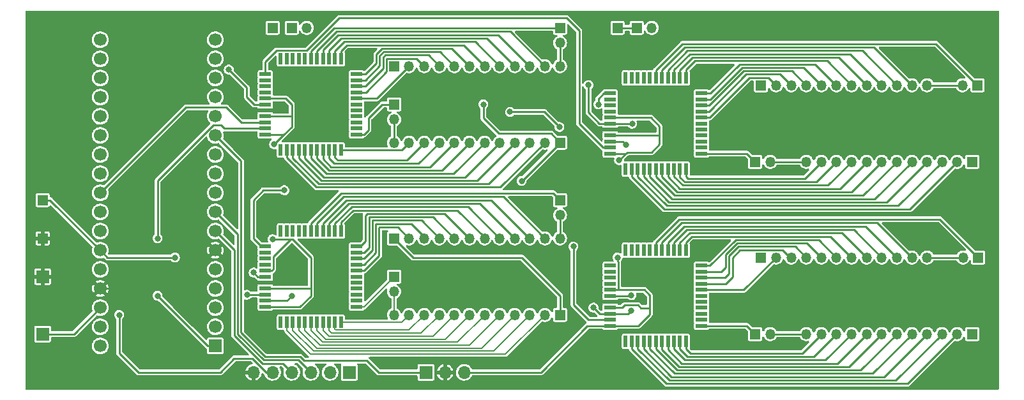
<source format=gbr>
%TF.GenerationSoftware,KiCad,Pcbnew,(6.0.2-0)*%
%TF.CreationDate,2022-06-16T00:13:51-05:00*%
%TF.ProjectId,stein gate pcb,73746569-6e20-4676-9174-65207063622e,rev?*%
%TF.SameCoordinates,Original*%
%TF.FileFunction,Copper,L1,Top*%
%TF.FilePolarity,Positive*%
%FSLAX46Y46*%
G04 Gerber Fmt 4.6, Leading zero omitted, Abs format (unit mm)*
G04 Created by KiCad (PCBNEW (6.0.2-0)) date 2022-06-16 00:13:51*
%MOMM*%
%LPD*%
G01*
G04 APERTURE LIST*
%TA.AperFunction,ComponentPad*%
%ADD10R,1.350000X1.350000*%
%TD*%
%TA.AperFunction,ComponentPad*%
%ADD11O,1.350000X1.350000*%
%TD*%
%TA.AperFunction,SMDPad,CuDef*%
%ADD12R,1.500000X0.520000*%
%TD*%
%TA.AperFunction,SMDPad,CuDef*%
%ADD13R,0.520000X1.500000*%
%TD*%
%TA.AperFunction,ComponentPad*%
%ADD14R,1.700000X1.700000*%
%TD*%
%TA.AperFunction,ComponentPad*%
%ADD15O,1.700000X1.700000*%
%TD*%
%TA.AperFunction,ComponentPad*%
%ADD16C,1.700000*%
%TD*%
%TA.AperFunction,ViaPad*%
%ADD17C,0.800000*%
%TD*%
%TA.AperFunction,Conductor*%
%ADD18C,0.250000*%
%TD*%
%TA.AperFunction,Conductor*%
%ADD19C,0.200000*%
%TD*%
G04 APERTURE END LIST*
D10*
%TO.P,tube4,1,Pin_1*%
%TO.N,/170V*%
X166340000Y-83820000D03*
D11*
%TO.P,tube4,2,Pin_2*%
%TO.N,/t4n1*%
X168340000Y-83820000D03*
%TO.P,tube4,3,Pin_3*%
%TO.N,/t4n2*%
X170340000Y-83820000D03*
%TO.P,tube4,4,Pin_4*%
%TO.N,/t4n3*%
X172340000Y-83820000D03*
%TO.P,tube4,5,Pin_5*%
%TO.N,/t4n4*%
X174340000Y-83820000D03*
%TO.P,tube4,6,Pin_6*%
%TO.N,/t4n5*%
X176340000Y-83820000D03*
%TO.P,tube4,7,Pin_7*%
%TO.N,/t4n6*%
X178340000Y-83820000D03*
%TO.P,tube4,8,Pin_8*%
%TO.N,/t4n7*%
X180340000Y-83820000D03*
%TO.P,tube4,9,Pin_9*%
%TO.N,/t4n8*%
X182340000Y-83820000D03*
%TO.P,tube4,10,Pin_10*%
%TO.N,/t4n9*%
X184340000Y-83820000D03*
%TO.P,tube4,11,Pin_11*%
%TO.N,/t4n0*%
X186340000Y-83820000D03*
%TO.P,tube4,12,Pin_12*%
%TO.N,Net-(Jtube4-Pad12)*%
X188340000Y-83820000D03*
%TD*%
D10*
%TO.P,R8,1*%
%TO.N,/t4dp*%
X195040000Y-83820000D03*
D11*
%TO.P,R8,2*%
%TO.N,Net-(Jtube4-Pad12)*%
X193040000Y-83820000D03*
%TD*%
D10*
%TO.P,R4,1*%
%TO.N,/t3dp*%
X165560000Y-93980000D03*
D11*
%TO.P,R4,2*%
%TO.N,Net-(Jtube3-Pad12)*%
X167560000Y-93980000D03*
%TD*%
D10*
%TO.P,R5,1*%
%TO.N,/t5dp*%
X117700000Y-109220000D03*
D11*
%TO.P,R5,2*%
%TO.N,Net-(Jtube5-Pad12)*%
X117700000Y-111220000D03*
%TD*%
D12*
%TO.P,U1,1,HVOUT_11*%
%TO.N,/t5dp*%
X112730000Y-113220000D03*
%TO.P,U1,2,HVOUT_12*%
%TO.N,unconnected-(U1-Pad2)*%
X112730000Y-112420000D03*
%TO.P,U1,3,HVOUT_13*%
%TO.N,unconnected-(U1-Pad3)*%
X112730000Y-111620000D03*
%TO.P,U1,4,HVOUT_14*%
%TO.N,unconnected-(U1-Pad4)*%
X112730000Y-110820000D03*
%TO.P,U1,5,HVOUT_15*%
%TO.N,unconnected-(U1-Pad5)*%
X112730000Y-110020000D03*
%TO.P,U1,6,HVOUT_16*%
%TO.N,unconnected-(U1-Pad6)*%
X112730000Y-109220000D03*
%TO.P,U1,7,HVOUT_17*%
%TO.N,/t6n1*%
X112730000Y-108420000D03*
%TO.P,U1,8,HVOUT_18*%
%TO.N,/t6n2*%
X112730000Y-107620000D03*
%TO.P,U1,9,HVOUT_19*%
%TO.N,/t6n3*%
X112730000Y-106820000D03*
%TO.P,U1,10,HVOUT_20*%
%TO.N,/t6n4*%
X112730000Y-106020000D03*
%TO.P,U1,11,HVOUT_21*%
%TO.N,/t6n5*%
X112730000Y-105220000D03*
D13*
%TO.P,U1,12,HVOUT_22*%
%TO.N,/t6n6*%
X110680000Y-103170000D03*
%TO.P,U1,13,HVOUT_23*%
%TO.N,/t6n7*%
X109880000Y-103170000D03*
%TO.P,U1,14,HVOUT_24*%
%TO.N,/t6n8*%
X109080000Y-103170000D03*
%TO.P,U1,15,HVOUT_25*%
%TO.N,/t6n9*%
X108280000Y-103170000D03*
%TO.P,U1,16,HVOUT_26*%
%TO.N,/t6n0*%
X107480000Y-103170000D03*
%TO.P,U1,17,HVOUT_27*%
%TO.N,/t6dp*%
X106680000Y-103170000D03*
%TO.P,U1,18,HVOUT_28*%
%TO.N,unconnected-(U1-Pad18)*%
X105880000Y-103170000D03*
%TO.P,U1,19,HVOUT_29*%
%TO.N,unconnected-(U1-Pad19)*%
X105080000Y-103170000D03*
%TO.P,U1,20,HVOUT_30*%
%TO.N,unconnected-(U1-Pad20)*%
X104280000Y-103170000D03*
%TO.P,U1,21,HVOUT_31*%
%TO.N,unconnected-(U1-Pad21)*%
X103480000Y-103170000D03*
%TO.P,U1,22,HVOUT_32*%
%TO.N,unconnected-(U1-Pad22)*%
X102680000Y-103170000D03*
D12*
%TO.P,U1,23,Data_out*%
%TO.N,/dataout3*%
X100630000Y-105220000D03*
%TO.P,U1,24,NC*%
%TO.N,unconnected-(U1-Pad24)*%
X100630000Y-106020000D03*
%TO.P,U1,25,NC*%
%TO.N,unconnected-(U1-Pad25)*%
X100630000Y-106820000D03*
%TO.P,U1,26,NC*%
%TO.N,unconnected-(U1-Pad26)*%
X100630000Y-107620000D03*
%TO.P,U1,27,POL*%
%TO.N,/5VFB*%
X100630000Y-108420000D03*
%TO.P,U1,28,CLK*%
%TO.N,/Clock*%
X100630000Y-109220000D03*
%TO.P,U1,29,VSS(GND)*%
%TO.N,GND*%
X100630000Y-110020000D03*
%TO.P,U1,30,VDD*%
%TO.N,/5VFB*%
X100630000Y-110820000D03*
%TO.P,U1,31,Latch_*%
%TO.N,/latch*%
X100630000Y-111620000D03*
%TO.P,U1,32,Data_in*%
%TO.N,/dataout2*%
X100630000Y-112420000D03*
%TO.P,U1,33,BL*%
%TO.N,/5VFB*%
X100630000Y-113220000D03*
D13*
%TO.P,U1,34,NC*%
%TO.N,unconnected-(U1-Pad34)*%
X102680000Y-115270000D03*
%TO.P,U1,35,HVOUT_1*%
%TO.N,/t5n1*%
X103480000Y-115270000D03*
%TO.P,U1,36,HVOUT_2*%
%TO.N,/t5n2*%
X104280000Y-115270000D03*
%TO.P,U1,37,HVOUT_3*%
%TO.N,/t5n3*%
X105080000Y-115270000D03*
%TO.P,U1,38,HVOUT_4*%
%TO.N,/t5n4*%
X105880000Y-115270000D03*
%TO.P,U1,39,HVOUT_5*%
%TO.N,/t5n5*%
X106680000Y-115270000D03*
%TO.P,U1,40,HVOUT_6*%
%TO.N,/t5n6*%
X107480000Y-115270000D03*
%TO.P,U1,41,HVOUT_7*%
%TO.N,/t5n7*%
X108280000Y-115270000D03*
%TO.P,U1,42,HVOUT_8*%
%TO.N,/t5n8*%
X109080000Y-115270000D03*
%TO.P,U1,43,HVOUT_9*%
%TO.N,/t5n9*%
X109880000Y-115270000D03*
%TO.P,U1,44,HVOUT_10*%
%TO.N,/t5n0*%
X110680000Y-115270000D03*
%TD*%
D10*
%TO.P,R1,1*%
%TO.N,Net-(J170vin2-Pad1)*%
X104140000Y-76200000D03*
D11*
%TO.P,R1,2*%
%TO.N,/170V2*%
X106140000Y-76200000D03*
%TD*%
D10*
%TO.P,tube5,1,Pin_1*%
%TO.N,/170V2*%
X139700000Y-114300000D03*
D11*
%TO.P,tube5,2,Pin_2*%
%TO.N,/t5n1*%
X137700000Y-114300000D03*
%TO.P,tube5,3,Pin_3*%
%TO.N,/t5n2*%
X135700000Y-114300000D03*
%TO.P,tube5,4,Pin_4*%
%TO.N,/t5n3*%
X133700000Y-114300000D03*
%TO.P,tube5,5,Pin_5*%
%TO.N,/t5n4*%
X131700000Y-114300000D03*
%TO.P,tube5,6,Pin_6*%
%TO.N,/t5n5*%
X129700000Y-114300000D03*
%TO.P,tube5,7,Pin_7*%
%TO.N,/t5n6*%
X127700000Y-114300000D03*
%TO.P,tube5,8,Pin_8*%
%TO.N,/t5n7*%
X125700000Y-114300000D03*
%TO.P,tube5,9,Pin_9*%
%TO.N,/t5n8*%
X123700000Y-114300000D03*
%TO.P,tube5,10,Pin_10*%
%TO.N,/t5n9*%
X121700000Y-114300000D03*
%TO.P,tube5,11,Pin_11*%
%TO.N,/t5n0*%
X119700000Y-114300000D03*
%TO.P,tube5,12,Pin_12*%
%TO.N,Net-(Jtube5-Pad12)*%
X117700000Y-114300000D03*
%TD*%
D14*
%TO.P,BatteryIn,1,Pin_1*%
%TO.N,Net-(JBatteryIn1-Pad1)*%
X71120000Y-116840000D03*
%TD*%
%TO.P,BatteryGround,1,Pin_1*%
%TO.N,GND*%
X71120000Y-109220000D03*
%TD*%
D10*
%TO.P,R6,1*%
%TO.N,/t7dp*%
X165560000Y-116840000D03*
D11*
%TO.P,R6,2*%
%TO.N,Net-(Jtube7-Pad12)*%
X167560000Y-116840000D03*
%TD*%
D14*
%TO.P,IR_receiver1,1,Pin_1*%
%TO.N,/IRdata*%
X121920000Y-121920000D03*
D15*
%TO.P,IR_receiver1,2,Pin_2*%
%TO.N,GND*%
X124460000Y-121920000D03*
%TO.P,IR_receiver1,3,Pin_3*%
%TO.N,/5VFB*%
X127000000Y-121920000D03*
%TD*%
D10*
%TO.P,ground,1,Pin_1*%
%TO.N,GND*%
X71120000Y-104140000D03*
%TD*%
%TO.P,170vin1,1,Pin_1*%
%TO.N,Net-(J170vin1-Pad1)*%
X147320000Y-76200000D03*
%TD*%
%TO.P,R10,1*%
%TO.N,/t8dp*%
X195120000Y-106680000D03*
D11*
%TO.P,R10,2*%
%TO.N,Net-(Jtube8-Pad12)*%
X193120000Y-106680000D03*
%TD*%
D10*
%TO.P,tube1,1,Pin_1*%
%TO.N,/170V2*%
X139700000Y-91440000D03*
D11*
%TO.P,tube1,2,Pin_2*%
%TO.N,/t1n1*%
X137700000Y-91440000D03*
%TO.P,tube1,3,Pin_3*%
%TO.N,/t1n2*%
X135700000Y-91440000D03*
%TO.P,tube1,4,Pin_4*%
%TO.N,/t1n3*%
X133700000Y-91440000D03*
%TO.P,tube1,5,Pin_5*%
%TO.N,/t1n4*%
X131700000Y-91440000D03*
%TO.P,tube1,6,Pin_6*%
%TO.N,/t1n5*%
X129700000Y-91440000D03*
%TO.P,tube1,7,Pin_7*%
%TO.N,/t1n6*%
X127700000Y-91440000D03*
%TO.P,tube1,8,Pin_8*%
%TO.N,/t1n7*%
X125700000Y-91440000D03*
%TO.P,tube1,9,Pin_9*%
%TO.N,/t1n8*%
X123700000Y-91440000D03*
%TO.P,tube1,10,Pin_10*%
%TO.N,/t1n9*%
X121700000Y-91440000D03*
%TO.P,tube1,11,Pin_11*%
%TO.N,/t1n0*%
X119700000Y-91440000D03*
%TO.P,tube1,12,Pin_12*%
%TO.N,Net-(Jtube1-Pad12)*%
X117700000Y-91440000D03*
%TD*%
D10*
%TO.P,tube7,1,Pin_1*%
%TO.N,/170V*%
X194340000Y-116840000D03*
D11*
%TO.P,tube7,2,Pin_2*%
%TO.N,/t7n1*%
X192340000Y-116840000D03*
%TO.P,tube7,3,Pin_3*%
%TO.N,/t7n2*%
X190340000Y-116840000D03*
%TO.P,tube7,4,Pin_4*%
%TO.N,/t7n3*%
X188340000Y-116840000D03*
%TO.P,tube7,5,Pin_5*%
%TO.N,/t7n4*%
X186340000Y-116840000D03*
%TO.P,tube7,6,Pin_6*%
%TO.N,/t7n5*%
X184340000Y-116840000D03*
%TO.P,tube7,7,Pin_7*%
%TO.N,/t7n6*%
X182340000Y-116840000D03*
%TO.P,tube7,8,Pin_8*%
%TO.N,/t7n7*%
X180340000Y-116840000D03*
%TO.P,tube7,9,Pin_9*%
%TO.N,/t7n8*%
X178340000Y-116840000D03*
%TO.P,tube7,10,Pin_10*%
%TO.N,/t7n9*%
X176340000Y-116840000D03*
%TO.P,tube7,11,Pin_11*%
%TO.N,/t7n0*%
X174340000Y-116840000D03*
%TO.P,tube7,12,Pin_12*%
%TO.N,Net-(Jtube7-Pad12)*%
X172340000Y-116840000D03*
%TD*%
D10*
%TO.P,R9,1*%
%TO.N,/t6dp*%
X139700000Y-99060000D03*
D11*
%TO.P,R9,2*%
%TO.N,Net-(Jtube6-Pad12)*%
X139700000Y-101060000D03*
%TD*%
D10*
%TO.P,R3,1*%
%TO.N,/t1dp*%
X117700000Y-86360000D03*
D11*
%TO.P,R3,2*%
%TO.N,Net-(Jtube1-Pad12)*%
X117700000Y-88360000D03*
%TD*%
D10*
%TO.P,tube3,1,Pin_1*%
%TO.N,/170V*%
X194340000Y-93980000D03*
D11*
%TO.P,tube3,2,Pin_2*%
%TO.N,/t3n1*%
X192340000Y-93980000D03*
%TO.P,tube3,3,Pin_3*%
%TO.N,/t3n2*%
X190340000Y-93980000D03*
%TO.P,tube3,4,Pin_4*%
%TO.N,/t3n3*%
X188340000Y-93980000D03*
%TO.P,tube3,5,Pin_5*%
%TO.N,/t3n4*%
X186340000Y-93980000D03*
%TO.P,tube3,6,Pin_6*%
%TO.N,/t3n5*%
X184340000Y-93980000D03*
%TO.P,tube3,7,Pin_7*%
%TO.N,/t3n6*%
X182340000Y-93980000D03*
%TO.P,tube3,8,Pin_8*%
%TO.N,/t3n7*%
X180340000Y-93980000D03*
%TO.P,tube3,9,Pin_9*%
%TO.N,/t3n8*%
X178340000Y-93980000D03*
%TO.P,tube3,10,Pin_10*%
%TO.N,/t3n9*%
X176340000Y-93980000D03*
%TO.P,tube3,11,Pin_11*%
%TO.N,/t3n0*%
X174340000Y-93980000D03*
%TO.P,tube3,12,Pin_12*%
%TO.N,Net-(Jtube3-Pad12)*%
X172340000Y-93980000D03*
%TD*%
D10*
%TO.P,tube6,1,Pin_1*%
%TO.N,/170V2*%
X117700000Y-104140000D03*
D11*
%TO.P,tube6,2,Pin_2*%
%TO.N,/t6n1*%
X119700000Y-104140000D03*
%TO.P,tube6,3,Pin_3*%
%TO.N,/t6n2*%
X121700000Y-104140000D03*
%TO.P,tube6,4,Pin_4*%
%TO.N,/t6n3*%
X123700000Y-104140000D03*
%TO.P,tube6,5,Pin_5*%
%TO.N,/t6n4*%
X125700000Y-104140000D03*
%TO.P,tube6,6,Pin_6*%
%TO.N,/t6n5*%
X127700000Y-104140000D03*
%TO.P,tube6,7,Pin_7*%
%TO.N,/t6n6*%
X129700000Y-104140000D03*
%TO.P,tube6,8,Pin_8*%
%TO.N,/t6n7*%
X131700000Y-104140000D03*
%TO.P,tube6,9,Pin_9*%
%TO.N,/t6n8*%
X133700000Y-104140000D03*
%TO.P,tube6,10,Pin_10*%
%TO.N,/t6n9*%
X135700000Y-104140000D03*
%TO.P,tube6,11,Pin_11*%
%TO.N,/t6n0*%
X137700000Y-104140000D03*
%TO.P,tube6,12,Pin_12*%
%TO.N,Net-(Jtube6-Pad12)*%
X139700000Y-104140000D03*
%TD*%
D14*
%TO.P,RTCModule1,1,Pin_1*%
%TO.N,unconnected-(JRTCModule1-Pad1)*%
X111760000Y-121920000D03*
D15*
%TO.P,RTCModule1,2,Pin_2*%
%TO.N,unconnected-(JRTCModule1-Pad2)*%
X109220000Y-121920000D03*
%TO.P,RTCModule1,3,Pin_3*%
%TO.N,/SCL*%
X106680000Y-121920000D03*
%TO.P,RTCModule1,4,Pin_4*%
%TO.N,/SDA*%
X104140000Y-121920000D03*
%TO.P,RTCModule1,5,Pin_5*%
%TO.N,/3.3VFB*%
X101600000Y-121920000D03*
%TO.P,RTCModule1,6,Pin_6*%
%TO.N,GND*%
X99060000Y-121920000D03*
%TD*%
D10*
%TO.P,To170V,1,Pin_1*%
%TO.N,/5VFB*%
X71120000Y-99060000D03*
%TD*%
%TO.P,tube8,1,Pin_1*%
%TO.N,/170V*%
X166340000Y-106680000D03*
D11*
%TO.P,tube8,2,Pin_2*%
%TO.N,/t8n1*%
X168340000Y-106680000D03*
%TO.P,tube8,3,Pin_3*%
%TO.N,/t8n2*%
X170340000Y-106680000D03*
%TO.P,tube8,4,Pin_4*%
%TO.N,/t8n3*%
X172340000Y-106680000D03*
%TO.P,tube8,5,Pin_5*%
%TO.N,/t8n4*%
X174340000Y-106680000D03*
%TO.P,tube8,6,Pin_6*%
%TO.N,/t8n5*%
X176340000Y-106680000D03*
%TO.P,tube8,7,Pin_7*%
%TO.N,/t8n6*%
X178340000Y-106680000D03*
%TO.P,tube8,8,Pin_8*%
%TO.N,/t8n7*%
X180340000Y-106680000D03*
%TO.P,tube8,9,Pin_9*%
%TO.N,/t8n8*%
X182340000Y-106680000D03*
%TO.P,tube8,10,Pin_10*%
%TO.N,/t8n9*%
X184340000Y-106680000D03*
%TO.P,tube8,11,Pin_11*%
%TO.N,/t8n0*%
X186340000Y-106680000D03*
%TO.P,tube8,12,Pin_12*%
%TO.N,Net-(Jtube8-Pad12)*%
X188340000Y-106680000D03*
%TD*%
D10*
%TO.P,tube2,1,Pin_1*%
%TO.N,/170V2*%
X117700000Y-81280000D03*
D11*
%TO.P,tube2,2,Pin_2*%
%TO.N,/t2n1*%
X119700000Y-81280000D03*
%TO.P,tube2,3,Pin_3*%
%TO.N,/t2n2*%
X121700000Y-81280000D03*
%TO.P,tube2,4,Pin_4*%
%TO.N,/t2n3*%
X123700000Y-81280000D03*
%TO.P,tube2,5,Pin_5*%
%TO.N,/t2n4*%
X125700000Y-81280000D03*
%TO.P,tube2,6,Pin_6*%
%TO.N,/t2n5*%
X127700000Y-81280000D03*
%TO.P,tube2,7,Pin_7*%
%TO.N,/t2n6*%
X129700000Y-81280000D03*
%TO.P,tube2,8,Pin_8*%
%TO.N,/t2n7*%
X131700000Y-81280000D03*
%TO.P,tube2,9,Pin_9*%
%TO.N,/t2n8*%
X133700000Y-81280000D03*
%TO.P,tube2,10,Pin_10*%
%TO.N,/t2n9*%
X135700000Y-81280000D03*
%TO.P,tube2,11,Pin_11*%
%TO.N,/t2n0*%
X137700000Y-81280000D03*
%TO.P,tube2,12,Pin_12*%
%TO.N,Net-(Jtube2-Pad12)*%
X139700000Y-81280000D03*
%TD*%
D10*
%TO.P,170vin2,1,Pin_1*%
%TO.N,Net-(J170vin2-Pad1)*%
X101600000Y-76200000D03*
%TD*%
%TO.P,R7,1*%
%TO.N,/t2dp*%
X139700000Y-76200000D03*
D11*
%TO.P,R7,2*%
%TO.N,Net-(Jtube2-Pad12)*%
X139700000Y-78200000D03*
%TD*%
D12*
%TO.P,U5,1,HVOUT_11*%
%TO.N,/t3dp*%
X158450000Y-92900000D03*
%TO.P,U5,2,HVOUT_12*%
%TO.N,unconnected-(U5-Pad2)*%
X158450000Y-92100000D03*
%TO.P,U5,3,HVOUT_13*%
%TO.N,unconnected-(U5-Pad3)*%
X158450000Y-91300000D03*
%TO.P,U5,4,HVOUT_14*%
%TO.N,unconnected-(U5-Pad4)*%
X158450000Y-90500000D03*
%TO.P,U5,5,HVOUT_15*%
%TO.N,unconnected-(U5-Pad5)*%
X158450000Y-89700000D03*
%TO.P,U5,6,HVOUT_16*%
%TO.N,unconnected-(U5-Pad6)*%
X158450000Y-88900000D03*
%TO.P,U5,7,HVOUT_17*%
%TO.N,/t4n1*%
X158450000Y-88100000D03*
%TO.P,U5,8,HVOUT_18*%
%TO.N,/t4n2*%
X158450000Y-87300000D03*
%TO.P,U5,9,HVOUT_19*%
%TO.N,/t4n3*%
X158450000Y-86500000D03*
%TO.P,U5,10,HVOUT_20*%
%TO.N,/t4n4*%
X158450000Y-85700000D03*
%TO.P,U5,11,HVOUT_21*%
%TO.N,/t4n5*%
X158450000Y-84900000D03*
D13*
%TO.P,U5,12,HVOUT_22*%
%TO.N,/t4n6*%
X156400000Y-82850000D03*
%TO.P,U5,13,HVOUT_23*%
%TO.N,/t4n7*%
X155600000Y-82850000D03*
%TO.P,U5,14,HVOUT_24*%
%TO.N,/t4n8*%
X154800000Y-82850000D03*
%TO.P,U5,15,HVOUT_25*%
%TO.N,/t4n9*%
X154000000Y-82850000D03*
%TO.P,U5,16,HVOUT_26*%
%TO.N,/t4n0*%
X153200000Y-82850000D03*
%TO.P,U5,17,HVOUT_27*%
%TO.N,/t4dp*%
X152400000Y-82850000D03*
%TO.P,U5,18,HVOUT_28*%
%TO.N,unconnected-(U5-Pad18)*%
X151600000Y-82850000D03*
%TO.P,U5,19,HVOUT_29*%
%TO.N,unconnected-(U5-Pad19)*%
X150800000Y-82850000D03*
%TO.P,U5,20,HVOUT_30*%
%TO.N,unconnected-(U5-Pad20)*%
X150000000Y-82850000D03*
%TO.P,U5,21,HVOUT_31*%
%TO.N,unconnected-(U5-Pad21)*%
X149200000Y-82850000D03*
%TO.P,U5,22,HVOUT_32*%
%TO.N,unconnected-(U5-Pad22)*%
X148400000Y-82850000D03*
D12*
%TO.P,U5,23,Data_out*%
%TO.N,/dataout2*%
X146350000Y-84900000D03*
%TO.P,U5,24,NC*%
%TO.N,unconnected-(U5-Pad24)*%
X146350000Y-85700000D03*
%TO.P,U5,25,NC*%
%TO.N,unconnected-(U5-Pad25)*%
X146350000Y-86500000D03*
%TO.P,U5,26,NC*%
%TO.N,unconnected-(U5-Pad26)*%
X146350000Y-87300000D03*
%TO.P,U5,27,POL*%
%TO.N,/5VFB*%
X146350000Y-88100000D03*
%TO.P,U5,28,CLK*%
%TO.N,/Clock*%
X146350000Y-88900000D03*
%TO.P,U5,29,VSS(GND)*%
%TO.N,GND*%
X146350000Y-89700000D03*
%TO.P,U5,30,VDD*%
%TO.N,/5VFB*%
X146350000Y-90500000D03*
%TO.P,U5,31,Latch_*%
%TO.N,/latch*%
X146350000Y-91300000D03*
%TO.P,U5,32,Data_in*%
%TO.N,/dataout1*%
X146350000Y-92100000D03*
%TO.P,U5,33,BL*%
%TO.N,/5VFB*%
X146350000Y-92900000D03*
D13*
%TO.P,U5,34,NC*%
%TO.N,unconnected-(U5-Pad34)*%
X148400000Y-94950000D03*
%TO.P,U5,35,HVOUT_1*%
%TO.N,/t3n1*%
X149200000Y-94950000D03*
%TO.P,U5,36,HVOUT_2*%
%TO.N,/t3n2*%
X150000000Y-94950000D03*
%TO.P,U5,37,HVOUT_3*%
%TO.N,/t3n3*%
X150800000Y-94950000D03*
%TO.P,U5,38,HVOUT_4*%
%TO.N,/t3n4*%
X151600000Y-94950000D03*
%TO.P,U5,39,HVOUT_5*%
%TO.N,/t3n5*%
X152400000Y-94950000D03*
%TO.P,U5,40,HVOUT_6*%
%TO.N,/t3n6*%
X153200000Y-94950000D03*
%TO.P,U5,41,HVOUT_7*%
%TO.N,/t3n7*%
X154000000Y-94950000D03*
%TO.P,U5,42,HVOUT_8*%
%TO.N,/t3n8*%
X154800000Y-94950000D03*
%TO.P,U5,43,HVOUT_9*%
%TO.N,/t3n9*%
X155600000Y-94950000D03*
%TO.P,U5,44,HVOUT_10*%
%TO.N,/t3n0*%
X156400000Y-94950000D03*
%TD*%
D10*
%TO.P,R2,1*%
%TO.N,Net-(J170vin1-Pad1)*%
X149860000Y-76200000D03*
D11*
%TO.P,R2,2*%
%TO.N,/170V*%
X151860000Y-76200000D03*
%TD*%
D16*
%TO.P,U2,2,2/SDA*%
%TO.N,/SDA*%
X94018500Y-103180000D03*
%TO.P,U2,3,3(PWM)/SCL*%
%TO.N,/SCL*%
X94018500Y-100640000D03*
%TO.P,U2,3.3V,3.3V*%
%TO.N,/3.3VFB*%
X78762500Y-80320000D03*
%TO.P,U2,4,4/A6*%
%TO.N,unconnected-(U2-Pad4)*%
X94018500Y-98100000D03*
%TO.P,U2,5,5(PWM)*%
%TO.N,unconnected-(U2-Pad5)*%
X94018500Y-95560000D03*
%TO.P,U2,5V,+5V*%
%TO.N,/5VFB*%
X78762500Y-105720000D03*
%TO.P,U2,6,6(PWM)/A7*%
%TO.N,unconnected-(U2-Pad6)*%
X94018500Y-93020000D03*
%TO.P,U2,7,7*%
%TO.N,/IRdata*%
X94018500Y-90480000D03*
%TO.P,U2,8,8/A8*%
%TO.N,unconnected-(U2-Pad8)*%
X94018500Y-87940000D03*
%TO.P,U2,9,9(PWM)/A9*%
%TO.N,unconnected-(U2-Pad9)*%
X94018500Y-85400000D03*
%TO.P,U2,10,10(PWM)/A10*%
%TO.N,unconnected-(U2-Pad10)*%
X94018500Y-82860000D03*
%TO.P,U2,11,11(PWM)*%
%TO.N,unconnected-(U2-Pad11)*%
X94018500Y-80320000D03*
%TO.P,U2,12,12/A11*%
%TO.N,unconnected-(U2-Pad12)*%
X94018500Y-77780000D03*
%TO.P,U2,13,13(PWM)*%
%TO.N,unconnected-(U2-Pad13)*%
X78762500Y-77780000D03*
%TO.P,U2,A0,A0*%
%TO.N,unconnected-(U2-PadA0)*%
X78762500Y-85400000D03*
%TO.P,U2,A1,A1*%
%TO.N,unconnected-(U2-PadA1)*%
X78762500Y-87940000D03*
%TO.P,U2,A2,A2*%
%TO.N,unconnected-(U2-PadA2)*%
X78762500Y-90480000D03*
%TO.P,U2,A3,A3*%
%TO.N,unconnected-(U2-PadA3)*%
X78762500Y-93020000D03*
%TO.P,U2,A4,A4*%
%TO.N,unconnected-(U2-PadA4)*%
X78762500Y-95560000D03*
%TO.P,U2,A5,A5*%
%TO.N,/latch*%
X78762500Y-98100000D03*
%TO.P,U2,AREF,AREF*%
%TO.N,unconnected-(U2-PadAREF)*%
X78762500Y-82860000D03*
%TO.P,U2,GND,GND*%
%TO.N,GND*%
X94018500Y-105720000D03*
X78762500Y-110800000D03*
%TO.P,U2,MI,MISO*%
%TO.N,unconnected-(U2-PadMI)*%
X78762500Y-115880000D03*
D14*
%TO.P,U2,MO,MOSI*%
%TO.N,/DataFromBoard*%
X94018500Y-118420000D03*
D16*
%TO.P,U2,NC*%
%TO.N,unconnected-(U2-PadNC)*%
X78762500Y-103180000D03*
X78762500Y-100640000D03*
%TO.P,U2,RST,RESET*%
%TO.N,unconnected-(U2-PadRST)*%
X94018500Y-108260000D03*
X78762500Y-108260000D03*
%TO.P,U2,RX,0/RX*%
%TO.N,unconnected-(U2-PadRX)*%
X94018500Y-110800000D03*
%TO.P,U2,SCK,SCK*%
%TO.N,/Clock*%
X78762500Y-118420000D03*
%TO.P,U2,SS,RX_LED/SS*%
%TO.N,unconnected-(U2-PadSS)*%
X94018500Y-115880000D03*
%TO.P,U2,TX,1/TX*%
%TO.N,unconnected-(U2-PadTX)*%
X94018500Y-113340000D03*
%TO.P,U2,VI,VIN*%
%TO.N,Net-(JBatteryIn1-Pad1)*%
X78762500Y-113340000D03*
%TD*%
D12*
%TO.P,U3,1,HVOUT_11*%
%TO.N,/t1dp*%
X112730000Y-90360000D03*
%TO.P,U3,2,HVOUT_12*%
%TO.N,unconnected-(U3-Pad2)*%
X112730000Y-89560000D03*
%TO.P,U3,3,HVOUT_13*%
%TO.N,unconnected-(U3-Pad3)*%
X112730000Y-88760000D03*
%TO.P,U3,4,HVOUT_14*%
%TO.N,unconnected-(U3-Pad4)*%
X112730000Y-87960000D03*
%TO.P,U3,5,HVOUT_15*%
%TO.N,unconnected-(U3-Pad5)*%
X112730000Y-87160000D03*
%TO.P,U3,6,HVOUT_16*%
%TO.N,unconnected-(U3-Pad6)*%
X112730000Y-86360000D03*
%TO.P,U3,7,HVOUT_17*%
%TO.N,/t2n1*%
X112730000Y-85560000D03*
%TO.P,U3,8,HVOUT_18*%
%TO.N,/t2n2*%
X112730000Y-84760000D03*
%TO.P,U3,9,HVOUT_19*%
%TO.N,/t2n3*%
X112730000Y-83960000D03*
%TO.P,U3,10,HVOUT_20*%
%TO.N,/t2n4*%
X112730000Y-83160000D03*
%TO.P,U3,11,HVOUT_21*%
%TO.N,/t2n5*%
X112730000Y-82360000D03*
D13*
%TO.P,U3,12,HVOUT_22*%
%TO.N,/t2n6*%
X110680000Y-80310000D03*
%TO.P,U3,13,HVOUT_23*%
%TO.N,/t2n7*%
X109880000Y-80310000D03*
%TO.P,U3,14,HVOUT_24*%
%TO.N,/t2n8*%
X109080000Y-80310000D03*
%TO.P,U3,15,HVOUT_25*%
%TO.N,/t2n9*%
X108280000Y-80310000D03*
%TO.P,U3,16,HVOUT_26*%
%TO.N,/t2n0*%
X107480000Y-80310000D03*
%TO.P,U3,17,HVOUT_27*%
%TO.N,/t2dp*%
X106680000Y-80310000D03*
%TO.P,U3,18,HVOUT_28*%
%TO.N,unconnected-(U3-Pad18)*%
X105880000Y-80310000D03*
%TO.P,U3,19,HVOUT_29*%
%TO.N,unconnected-(U3-Pad19)*%
X105080000Y-80310000D03*
%TO.P,U3,20,HVOUT_30*%
%TO.N,unconnected-(U3-Pad20)*%
X104280000Y-80310000D03*
%TO.P,U3,21,HVOUT_31*%
%TO.N,unconnected-(U3-Pad21)*%
X103480000Y-80310000D03*
%TO.P,U3,22,HVOUT_32*%
%TO.N,unconnected-(U3-Pad22)*%
X102680000Y-80310000D03*
D12*
%TO.P,U3,23,Data_out*%
%TO.N,/dataout1*%
X100630000Y-82360000D03*
%TO.P,U3,24,NC*%
%TO.N,unconnected-(U3-Pad24)*%
X100630000Y-83160000D03*
%TO.P,U3,25,NC*%
%TO.N,unconnected-(U3-Pad25)*%
X100630000Y-83960000D03*
%TO.P,U3,26,NC*%
%TO.N,unconnected-(U3-Pad26)*%
X100630000Y-84760000D03*
%TO.P,U3,27,POL*%
%TO.N,/5VFB*%
X100630000Y-85560000D03*
%TO.P,U3,28,CLK*%
%TO.N,/Clock*%
X100630000Y-86360000D03*
%TO.P,U3,29,VSS(GND)*%
%TO.N,GND*%
X100630000Y-87160000D03*
%TO.P,U3,30,VDD*%
%TO.N,/5VFB*%
X100630000Y-87960000D03*
%TO.P,U3,31,Latch_*%
%TO.N,/latch*%
X100630000Y-88760000D03*
%TO.P,U3,32,Data_in*%
%TO.N,/DataFromBoard*%
X100630000Y-89560000D03*
%TO.P,U3,33,BL*%
%TO.N,/5VFB*%
X100630000Y-90360000D03*
D13*
%TO.P,U3,34,NC*%
%TO.N,unconnected-(U3-Pad34)*%
X102680000Y-92410000D03*
%TO.P,U3,35,HVOUT_1*%
%TO.N,/t1n1*%
X103480000Y-92410000D03*
%TO.P,U3,36,HVOUT_2*%
%TO.N,/t1n2*%
X104280000Y-92410000D03*
%TO.P,U3,37,HVOUT_3*%
%TO.N,/t1n3*%
X105080000Y-92410000D03*
%TO.P,U3,38,HVOUT_4*%
%TO.N,/t1n4*%
X105880000Y-92410000D03*
%TO.P,U3,39,HVOUT_5*%
%TO.N,/t1n5*%
X106680000Y-92410000D03*
%TO.P,U3,40,HVOUT_6*%
%TO.N,/t1n6*%
X107480000Y-92410000D03*
%TO.P,U3,41,HVOUT_7*%
%TO.N,/t1n7*%
X108280000Y-92410000D03*
%TO.P,U3,42,HVOUT_8*%
%TO.N,/t1n8*%
X109080000Y-92410000D03*
%TO.P,U3,43,HVOUT_9*%
%TO.N,/t1n9*%
X109880000Y-92410000D03*
%TO.P,U3,44,HVOUT_10*%
%TO.N,/t1n0*%
X110680000Y-92410000D03*
%TD*%
D12*
%TO.P,U4,1,HVOUT_11*%
%TO.N,/t7dp*%
X158450000Y-115760000D03*
%TO.P,U4,2,HVOUT_12*%
%TO.N,unconnected-(U4-Pad2)*%
X158450000Y-114960000D03*
%TO.P,U4,3,HVOUT_13*%
%TO.N,unconnected-(U4-Pad3)*%
X158450000Y-114160000D03*
%TO.P,U4,4,HVOUT_14*%
%TO.N,unconnected-(U4-Pad4)*%
X158450000Y-113360000D03*
%TO.P,U4,5,HVOUT_15*%
%TO.N,unconnected-(U4-Pad5)*%
X158450000Y-112560000D03*
%TO.P,U4,6,HVOUT_16*%
%TO.N,unconnected-(U4-Pad6)*%
X158450000Y-111760000D03*
%TO.P,U4,7,HVOUT_17*%
%TO.N,/t8n1*%
X158450000Y-110960000D03*
%TO.P,U4,8,HVOUT_18*%
%TO.N,/t8n2*%
X158450000Y-110160000D03*
%TO.P,U4,9,HVOUT_19*%
%TO.N,/t8n3*%
X158450000Y-109360000D03*
%TO.P,U4,10,HVOUT_20*%
%TO.N,/t8n4*%
X158450000Y-108560000D03*
%TO.P,U4,11,HVOUT_21*%
%TO.N,/t8n5*%
X158450000Y-107760000D03*
D13*
%TO.P,U4,12,HVOUT_22*%
%TO.N,/t8n6*%
X156400000Y-105710000D03*
%TO.P,U4,13,HVOUT_23*%
%TO.N,/t8n7*%
X155600000Y-105710000D03*
%TO.P,U4,14,HVOUT_24*%
%TO.N,/t8n8*%
X154800000Y-105710000D03*
%TO.P,U4,15,HVOUT_25*%
%TO.N,/t8n9*%
X154000000Y-105710000D03*
%TO.P,U4,16,HVOUT_26*%
%TO.N,/t8n0*%
X153200000Y-105710000D03*
%TO.P,U4,17,HVOUT_27*%
%TO.N,/t8dp*%
X152400000Y-105710000D03*
%TO.P,U4,18,HVOUT_28*%
%TO.N,unconnected-(U4-Pad18)*%
X151600000Y-105710000D03*
%TO.P,U4,19,HVOUT_29*%
%TO.N,unconnected-(U4-Pad19)*%
X150800000Y-105710000D03*
%TO.P,U4,20,HVOUT_30*%
%TO.N,unconnected-(U4-Pad20)*%
X150000000Y-105710000D03*
%TO.P,U4,21,HVOUT_31*%
%TO.N,unconnected-(U4-Pad21)*%
X149200000Y-105710000D03*
%TO.P,U4,22,HVOUT_32*%
%TO.N,unconnected-(U4-Pad22)*%
X148400000Y-105710000D03*
D12*
%TO.P,U4,23,Data_out*%
%TO.N,unconnected-(U4-Pad23)*%
X146350000Y-107760000D03*
%TO.P,U4,24,NC*%
%TO.N,unconnected-(U4-Pad24)*%
X146350000Y-108560000D03*
%TO.P,U4,25,NC*%
%TO.N,unconnected-(U4-Pad25)*%
X146350000Y-109360000D03*
%TO.P,U4,26,NC*%
%TO.N,unconnected-(U4-Pad26)*%
X146350000Y-110160000D03*
%TO.P,U4,27,POL*%
%TO.N,/5VFB*%
X146350000Y-110960000D03*
%TO.P,U4,28,CLK*%
%TO.N,/Clock*%
X146350000Y-111760000D03*
%TO.P,U4,29,VSS(GND)*%
%TO.N,GND*%
X146350000Y-112560000D03*
%TO.P,U4,30,VDD*%
%TO.N,/5VFB*%
X146350000Y-113360000D03*
%TO.P,U4,31,Latch_*%
%TO.N,/latch*%
X146350000Y-114160000D03*
%TO.P,U4,32,Data_in*%
%TO.N,/dataout3*%
X146350000Y-114960000D03*
%TO.P,U4,33,BL*%
%TO.N,/5VFB*%
X146350000Y-115760000D03*
D13*
%TO.P,U4,34,NC*%
%TO.N,unconnected-(U4-Pad34)*%
X148400000Y-117810000D03*
%TO.P,U4,35,HVOUT_1*%
%TO.N,/t7n1*%
X149200000Y-117810000D03*
%TO.P,U4,36,HVOUT_2*%
%TO.N,/t7n2*%
X150000000Y-117810000D03*
%TO.P,U4,37,HVOUT_3*%
%TO.N,/t7n3*%
X150800000Y-117810000D03*
%TO.P,U4,38,HVOUT_4*%
%TO.N,/t7n4*%
X151600000Y-117810000D03*
%TO.P,U4,39,HVOUT_5*%
%TO.N,/t7n5*%
X152400000Y-117810000D03*
%TO.P,U4,40,HVOUT_6*%
%TO.N,/t7n6*%
X153200000Y-117810000D03*
%TO.P,U4,41,HVOUT_7*%
%TO.N,/t7n7*%
X154000000Y-117810000D03*
%TO.P,U4,42,HVOUT_8*%
%TO.N,/t7n8*%
X154800000Y-117810000D03*
%TO.P,U4,43,HVOUT_9*%
%TO.N,/t7n9*%
X155600000Y-117810000D03*
%TO.P,U4,44,HVOUT_10*%
%TO.N,/t7n0*%
X156400000Y-117810000D03*
%TD*%
D17*
%TO.N,/5VFB*%
X101814511Y-91654511D03*
X133079511Y-87359511D03*
X88666512Y-106680000D03*
X147320000Y-106680000D03*
X101600000Y-104244511D03*
X147534511Y-93765489D03*
X139619181Y-89357972D03*
%TO.N,GND*%
X144517210Y-89693098D03*
X109220000Y-106680000D03*
X99083526Y-110027437D03*
X126713938Y-112073992D03*
X91440000Y-101600000D03*
X91440000Y-101600000D03*
X154940000Y-109220000D03*
X127260761Y-109671961D03*
X109220000Y-83820000D03*
X137160000Y-78740000D03*
X154940000Y-86360000D03*
X190500000Y-104140000D03*
X190500000Y-81280000D03*
X91440000Y-84141677D03*
X143448749Y-91905441D03*
X137160000Y-101600000D03*
X143451282Y-110431282D03*
%TO.N,/3.3VFB*%
X81280000Y-114300000D03*
%TO.N,/170V2*%
X134620000Y-96520000D03*
X129540000Y-86360000D03*
%TO.N,/dataout3*%
X141478798Y-105227790D03*
X103160690Y-97755234D03*
%TO.N,/Clock*%
X95796539Y-81734730D03*
X143471928Y-83797588D03*
X149256505Y-88928174D03*
X149160031Y-111684500D03*
X99101289Y-108675654D03*
%TO.N,/latch*%
X98201068Y-111623351D03*
X148434899Y-91707458D03*
X149143129Y-113726503D03*
X144135771Y-113337234D03*
%TO.N,/dataout2*%
X104140000Y-111760000D03*
X144780000Y-86360000D03*
%TO.N,/DataFromBoard*%
X86360000Y-111760000D03*
X86360000Y-104140000D03*
%TD*%
D18*
%TO.N,/5VFB*%
X78762500Y-105720000D02*
X79722500Y-106680000D01*
X103340000Y-85560000D02*
X100630000Y-85560000D01*
X148400000Y-92900000D02*
X148590000Y-92710000D01*
X100630000Y-110820000D02*
X106680000Y-110820000D01*
X106680000Y-111760000D02*
X106680000Y-109220000D01*
X147424511Y-110875292D02*
X147339803Y-110960000D01*
X104140000Y-87930177D02*
X104140000Y-88900000D01*
X147424511Y-107280000D02*
X147424511Y-110875292D01*
X104110177Y-87960000D02*
X104140000Y-87930177D01*
X151817307Y-92710000D02*
X152866013Y-91661294D01*
X147390641Y-110953821D02*
X150872503Y-110953821D01*
X147320000Y-106680000D02*
X147320000Y-107175489D01*
X100630000Y-113220000D02*
X105220000Y-113220000D01*
X146350000Y-92900000D02*
X148400000Y-92900000D01*
X72102500Y-99060000D02*
X78762500Y-105720000D01*
X151709865Y-88100000D02*
X146350000Y-88100000D01*
X137160000Y-121920000D02*
X127000000Y-121920000D01*
X150431716Y-113371372D02*
X151588868Y-113371372D01*
X106680000Y-106680000D02*
X106680000Y-109220000D01*
X148590000Y-92710000D02*
X151817307Y-92710000D01*
X103084511Y-90384511D02*
X104140000Y-89329022D01*
X147534511Y-93765489D02*
X148590000Y-92710000D01*
X146350000Y-115760000D02*
X143320000Y-115760000D01*
X151588868Y-114207951D02*
X150036819Y-115760000D01*
X152866013Y-89256148D02*
X151709865Y-88100000D01*
X143320000Y-115760000D02*
X137160000Y-121920000D01*
X147339803Y-110960000D02*
X146350000Y-110960000D01*
X151588868Y-111670186D02*
X151588868Y-113371372D01*
X150036819Y-115760000D02*
X146350000Y-115760000D01*
X104140000Y-89329022D02*
X104140000Y-86360000D01*
X101704511Y-106575489D02*
X104035489Y-104244511D01*
X148266947Y-113001992D02*
X150062336Y-113001992D01*
X106680000Y-110820000D02*
X106680000Y-111760000D01*
X104140000Y-86360000D02*
X103340000Y-85560000D01*
X137620720Y-87359511D02*
X139619181Y-89357972D01*
X101704511Y-108204511D02*
X101704511Y-106575489D01*
X104035489Y-104244511D02*
X104244511Y-104244511D01*
X100630000Y-90360000D02*
X103060000Y-90360000D01*
X146350000Y-90500000D02*
X152802106Y-90500000D01*
X151588868Y-113371372D02*
X151588868Y-114207951D01*
X104244511Y-104244511D02*
X106680000Y-106680000D01*
X103060000Y-90360000D02*
X103084511Y-90384511D01*
X146350000Y-113360000D02*
X147908939Y-113360000D01*
X150872503Y-110953821D02*
X151588868Y-111670186D01*
X105220000Y-113220000D02*
X106680000Y-111760000D01*
X79722500Y-106680000D02*
X88666512Y-106680000D01*
X147908939Y-113360000D02*
X148266947Y-113001992D01*
X152866013Y-91661294D02*
X152866013Y-89256148D01*
X100630000Y-87960000D02*
X104110177Y-87960000D01*
X101814511Y-91654511D02*
X103084511Y-90384511D01*
X101489022Y-108420000D02*
X101704511Y-108204511D01*
X101600000Y-104244511D02*
X104244511Y-104244511D01*
X150062336Y-113001992D02*
X150431716Y-113371372D01*
X133079511Y-87359511D02*
X137620720Y-87359511D01*
X100630000Y-108420000D02*
X101489022Y-108420000D01*
X71120000Y-99060000D02*
X72102500Y-99060000D01*
X147320000Y-107175489D02*
X147424511Y-107280000D01*
%TO.N,GND*%
X143451282Y-91907974D02*
X143451282Y-110431282D01*
X91440000Y-84141677D02*
X91547166Y-84034511D01*
X97630488Y-87160000D02*
X100630000Y-87160000D01*
X71120000Y-109220000D02*
X77182500Y-109220000D01*
X127260761Y-109671961D02*
X126713938Y-110218784D01*
X71120000Y-104140000D02*
X71120000Y-109220000D01*
X94504999Y-84034511D02*
X97630488Y-87160000D01*
X91547166Y-84034511D02*
X94504999Y-84034511D01*
X78762500Y-110800000D02*
X88938500Y-110800000D01*
X144529944Y-112560000D02*
X146350000Y-112560000D01*
X99770978Y-110020000D02*
X100630000Y-110020000D01*
X143448749Y-91905441D02*
X143451282Y-91907974D01*
X146350000Y-89700000D02*
X144524112Y-89700000D01*
X88938500Y-110800000D02*
X94018500Y-105720000D01*
X99083526Y-110027437D02*
X99763541Y-110027437D01*
X126713938Y-110218784D02*
X126713938Y-112073992D01*
X143451282Y-110431282D02*
X143451282Y-111481338D01*
X91440000Y-103141500D02*
X94018500Y-105720000D01*
X77182500Y-109220000D02*
X78762500Y-110800000D01*
X99763541Y-110027437D02*
X99770978Y-110020000D01*
X143451282Y-111481338D02*
X144529944Y-112560000D01*
X91440000Y-101600000D02*
X91440000Y-103141500D01*
X144524112Y-89700000D02*
X144517210Y-89693098D01*
%TO.N,Net-(J170vin1-Pad1)*%
X149860000Y-76200000D02*
X147320000Y-76200000D01*
%TO.N,Net-(JBatteryIn1-Pad1)*%
X75262500Y-116840000D02*
X71120000Y-116840000D01*
X78762500Y-113340000D02*
X75262500Y-116840000D01*
%TO.N,/IRdata*%
X97419040Y-116653802D02*
X97419040Y-93880540D01*
X105237387Y-119841669D02*
X100606907Y-119841669D01*
X121920000Y-121920000D02*
X115665489Y-121920000D01*
X115665489Y-121920000D02*
X114097106Y-120351617D01*
X114097106Y-120351617D02*
X105747335Y-120351617D01*
X100606907Y-119841669D02*
X97419040Y-116653802D01*
X105747335Y-120351617D02*
X105237387Y-119841669D01*
X97419040Y-93880540D02*
X94018500Y-90480000D01*
%TO.N,/SCL*%
X94018500Y-100640000D02*
X96969520Y-103591020D01*
X96969520Y-116840000D02*
X100420709Y-120291189D01*
X100420709Y-120291189D02*
X105051189Y-120291189D01*
X96969520Y-103591020D02*
X96969520Y-116840000D01*
X105051189Y-120291189D02*
X106680000Y-121920000D01*
%TO.N,/SDA*%
X96520000Y-117026198D02*
X100234511Y-120740709D01*
X96520000Y-105681500D02*
X96520000Y-117026198D01*
X94018500Y-103180000D02*
X96520000Y-105681500D01*
X100234511Y-120740709D02*
X102960709Y-120740709D01*
X102960709Y-120740709D02*
X104140000Y-121920000D01*
%TO.N,/3.3VFB*%
X83820000Y-121920000D02*
X81280000Y-119380000D01*
X101600000Y-121920000D02*
X100764151Y-121920000D01*
X96499177Y-120076845D02*
X94656022Y-121920000D01*
X81280000Y-119380000D02*
X81280000Y-114300000D01*
X98920996Y-120076845D02*
X96499177Y-120076845D01*
X100764151Y-121920000D02*
X98920996Y-120076845D01*
X94656022Y-121920000D02*
X83820000Y-121920000D01*
%TO.N,/t1n1*%
X131783840Y-97356160D02*
X137700000Y-91440000D01*
X103480000Y-92410000D02*
X103480000Y-93410000D01*
X103480000Y-93410000D02*
X107426160Y-97356160D01*
X107426160Y-97356160D02*
X131783840Y-97356160D01*
%TO.N,/t1n2*%
X104280000Y-92410000D02*
X104280000Y-93489673D01*
X104280000Y-93489673D02*
X107696967Y-96906640D01*
X130233360Y-96906640D02*
X135700000Y-91440000D01*
X107696967Y-96906640D02*
X130233360Y-96906640D01*
%TO.N,/t1n3*%
X105080000Y-92410000D02*
X105080000Y-93499067D01*
X108038053Y-96457120D02*
X128682880Y-96457120D01*
X105080000Y-93499067D02*
X108038053Y-96457120D01*
X128682880Y-96457120D02*
X133700000Y-91440000D01*
%TO.N,/t1n4*%
X105880000Y-92410000D02*
X105880000Y-93472525D01*
X127132400Y-96007600D02*
X131700000Y-91440000D01*
X108415075Y-96007600D02*
X127132400Y-96007600D01*
X105880000Y-93472525D02*
X108415075Y-96007600D01*
%TO.N,/t1n5*%
X108720224Y-95558080D02*
X125581920Y-95558080D01*
X106680000Y-92410000D02*
X106680000Y-93517856D01*
X125581920Y-95558080D02*
X129700000Y-91440000D01*
X106680000Y-93517856D02*
X108720224Y-95558080D01*
%TO.N,/t1n6*%
X109043342Y-95108560D02*
X124031440Y-95108560D01*
X107480000Y-93545218D02*
X109043342Y-95108560D01*
X107480000Y-92410000D02*
X107480000Y-93545218D01*
X124031440Y-95108560D02*
X127700000Y-91440000D01*
%TO.N,/t1n7*%
X122480960Y-94659040D02*
X125700000Y-91440000D01*
X108280000Y-93572581D02*
X109366459Y-94659040D01*
X109366459Y-94659040D02*
X122480960Y-94659040D01*
X108280000Y-92410000D02*
X108280000Y-93572581D01*
%TO.N,/t1n8*%
X120930480Y-94209520D02*
X123700000Y-91440000D01*
X109080000Y-92410000D02*
X109080000Y-93492134D01*
X109797386Y-94209520D02*
X120930480Y-94209520D01*
X109080000Y-93492134D02*
X109797386Y-94209520D01*
%TO.N,/t1n9*%
X109880000Y-93410000D02*
X110230000Y-93760000D01*
X110230000Y-93760000D02*
X119380000Y-93760000D01*
X109880000Y-92410000D02*
X109880000Y-93410000D01*
X119380000Y-93760000D02*
X121700000Y-91440000D01*
%TO.N,/t1n0*%
X110680000Y-92410000D02*
X110709511Y-92439511D01*
X118700489Y-92439511D02*
X119700000Y-91440000D01*
X110709511Y-92439511D02*
X118700489Y-92439511D01*
%TO.N,Net-(Jtube1-Pad12)*%
X117700000Y-88360000D02*
X117700000Y-91440000D01*
%TO.N,/t2n1*%
X112730000Y-85560000D02*
X115397192Y-85560000D01*
X115397192Y-85560000D02*
X119677192Y-81280000D01*
X119677192Y-81280000D02*
X119700000Y-81280000D01*
%TO.N,/t2n2*%
X113951083Y-84760000D02*
X116700489Y-82010594D01*
X116700489Y-80280489D02*
X120700489Y-80280489D01*
X116700489Y-82010594D02*
X116700489Y-80280489D01*
X120700489Y-80280489D02*
X121700000Y-81280000D01*
X112730000Y-84760000D02*
X113951083Y-84760000D01*
%TO.N,/t2n3*%
X116250969Y-80094292D02*
X116250969Y-81603313D01*
X116514292Y-79830969D02*
X116250969Y-80094292D01*
X122250969Y-79830969D02*
X116514292Y-79830969D01*
X113894282Y-83960000D02*
X112730000Y-83960000D01*
X116250969Y-81603313D02*
X113894282Y-83960000D01*
X123700000Y-81280000D02*
X122250969Y-79830969D01*
%TO.N,/t2n4*%
X113888903Y-83160000D02*
X115801449Y-81247454D01*
X115801449Y-81247454D02*
X115801449Y-79908095D01*
X123801449Y-79381449D02*
X125700000Y-81280000D01*
X115801449Y-79908095D02*
X116328095Y-79381449D01*
X116328095Y-79381449D02*
X123801449Y-79381449D01*
X112730000Y-83160000D02*
X113888903Y-83160000D01*
%TO.N,/t2n5*%
X112730000Y-82360000D02*
X113896468Y-82360000D01*
X125351929Y-78931929D02*
X127700000Y-81280000D01*
X113896468Y-82360000D02*
X115351929Y-80904539D01*
X115351929Y-80904539D02*
X115351929Y-79721897D01*
X116141898Y-78931929D02*
X125351929Y-78931929D01*
X115351929Y-79721897D02*
X116141898Y-78931929D01*
%TO.N,/t2n6*%
X110680000Y-80310000D02*
X110680000Y-79250772D01*
X110680000Y-79250772D02*
X111448363Y-78482409D01*
X111448363Y-78482409D02*
X126902409Y-78482409D01*
X126902409Y-78482409D02*
X129700000Y-81280000D01*
%TO.N,/t2n7*%
X109880000Y-80310000D02*
X109880000Y-79254883D01*
X128452889Y-78032889D02*
X131700000Y-81280000D01*
X111101994Y-78032889D02*
X128452889Y-78032889D01*
X109880000Y-79254883D02*
X111101994Y-78032889D01*
%TO.N,/t2n8*%
X110722299Y-77583369D02*
X130003369Y-77583369D01*
X109080000Y-79225668D02*
X110722299Y-77583369D01*
X109080000Y-80310000D02*
X109080000Y-79225668D01*
X130003369Y-77583369D02*
X133700000Y-81280000D01*
%TO.N,/t2n9*%
X108280000Y-79145718D02*
X110291869Y-77133849D01*
X110291869Y-77133849D02*
X131553849Y-77133849D01*
X108280000Y-80310000D02*
X108280000Y-79145718D01*
X131553849Y-77133849D02*
X135700000Y-81280000D01*
%TO.N,/t2n0*%
X110105671Y-76684329D02*
X133104329Y-76684329D01*
X107480000Y-80310000D02*
X107480000Y-79310000D01*
X133104329Y-76684329D02*
X137700000Y-81280000D01*
X107480000Y-79310000D02*
X110105671Y-76684329D01*
%TO.N,Net-(Jtube2-Pad12)*%
X139700000Y-78200000D02*
X139700000Y-81280000D01*
%TO.N,/t3n1*%
X149200000Y-95950000D02*
X153494570Y-100244570D01*
X153494570Y-100244570D02*
X186075430Y-100244570D01*
X186075430Y-100244570D02*
X192340000Y-93980000D01*
X149200000Y-94950000D02*
X149200000Y-95950000D01*
%TO.N,/t3n2*%
X150000000Y-95950000D02*
X153845050Y-99795050D01*
X150000000Y-94950000D02*
X150000000Y-95950000D01*
X153845050Y-99795050D02*
X184524950Y-99795050D01*
X184524950Y-99795050D02*
X190340000Y-93980000D01*
%TO.N,/t3n3*%
X150800000Y-95984783D02*
X154160747Y-99345530D01*
X150800000Y-94950000D02*
X150800000Y-95984783D01*
X154160747Y-99345530D02*
X182974470Y-99345530D01*
X182974470Y-99345530D02*
X188340000Y-93980000D01*
%TO.N,/t3n4*%
X151600000Y-95950000D02*
X154546010Y-98896010D01*
X181423990Y-98896010D02*
X186340000Y-93980000D01*
X154546010Y-98896010D02*
X181423990Y-98896010D01*
X151600000Y-94950000D02*
X151600000Y-95950000D01*
%TO.N,/t3n5*%
X152400000Y-94950000D02*
X152400000Y-95950000D01*
X154896490Y-98446490D02*
X179873510Y-98446490D01*
X179873510Y-98446490D02*
X184340000Y-93980000D01*
X152400000Y-95950000D02*
X154896490Y-98446490D01*
%TO.N,/t3n6*%
X153200000Y-94950000D02*
X153200000Y-95950000D01*
X155246970Y-97996970D02*
X178323030Y-97996970D01*
X178323030Y-97996970D02*
X182340000Y-93980000D01*
X153200000Y-95950000D02*
X155246970Y-97996970D01*
%TO.N,/t3n7*%
X155548289Y-97547450D02*
X176772550Y-97547450D01*
X176772550Y-97547450D02*
X180340000Y-93980000D01*
X154000000Y-94950000D02*
X154000000Y-95999161D01*
X154000000Y-95999161D02*
X155548289Y-97547450D01*
%TO.N,/t3n8*%
X155947930Y-97097930D02*
X175222070Y-97097930D01*
X154800000Y-95950000D02*
X155947930Y-97097930D01*
X175222070Y-97097930D02*
X178340000Y-93980000D01*
X154800000Y-94950000D02*
X154800000Y-95950000D01*
%TO.N,/t3n9*%
X156242060Y-96648410D02*
X173671590Y-96648410D01*
X173671590Y-96648410D02*
X176340000Y-93980000D01*
X155600000Y-96006350D02*
X156242060Y-96648410D01*
X155600000Y-94950000D02*
X155600000Y-96006350D01*
%TO.N,/t3n0*%
X156679149Y-96198890D02*
X172121110Y-96198890D01*
X156400000Y-94950000D02*
X156400000Y-95919741D01*
X156400000Y-95919741D02*
X156679149Y-96198890D01*
X172121110Y-96198890D02*
X174340000Y-93980000D01*
%TO.N,Net-(Jtube3-Pad12)*%
X167560000Y-93980000D02*
X172340000Y-93980000D01*
%TO.N,/t4n1*%
X158450000Y-88100000D02*
X159530131Y-88100000D01*
X167340489Y-82820489D02*
X168340000Y-83820000D01*
X159530131Y-88100000D02*
X164809642Y-82820489D01*
X164809642Y-82820489D02*
X167340489Y-82820489D01*
%TO.N,/t4n2*%
X159450000Y-87300000D02*
X164379031Y-82370969D01*
X164379031Y-82370969D02*
X168890969Y-82370969D01*
X158450000Y-87300000D02*
X159450000Y-87300000D01*
X168890969Y-82370969D02*
X170340000Y-83820000D01*
%TO.N,/t4n3*%
X158450000Y-86500000D02*
X159450000Y-86500000D01*
X170441449Y-81921449D02*
X172340000Y-83820000D01*
X164028551Y-81921449D02*
X170441449Y-81921449D01*
X159450000Y-86500000D02*
X164028551Y-81921449D01*
%TO.N,/t4n4*%
X159614282Y-85700000D02*
X163842354Y-81471929D01*
X171991929Y-81471929D02*
X174340000Y-83820000D01*
X158450000Y-85700000D02*
X159614282Y-85700000D01*
X163842354Y-81471929D02*
X171991929Y-81471929D01*
%TO.N,/t4n5*%
X163498962Y-81022409D02*
X173542409Y-81022409D01*
X159621371Y-84900000D02*
X163498962Y-81022409D01*
X173542409Y-81022409D02*
X176340000Y-83820000D01*
X158450000Y-84900000D02*
X159621371Y-84900000D01*
%TO.N,/t4n6*%
X175092889Y-80572889D02*
X178340000Y-83820000D01*
X156400000Y-82850000D02*
X156400000Y-81775718D01*
X157602829Y-80572889D02*
X175092889Y-80572889D01*
X156400000Y-81775718D02*
X157602829Y-80572889D01*
%TO.N,/t4n7*%
X157264889Y-80123369D02*
X176643369Y-80123369D01*
X176643369Y-80123369D02*
X180340000Y-83820000D01*
X155600000Y-81788258D02*
X157264889Y-80123369D01*
X155600000Y-82850000D02*
X155600000Y-81788258D01*
%TO.N,/t4n8*%
X178193849Y-79673849D02*
X182340000Y-83820000D01*
X154800000Y-81779129D02*
X156905280Y-79673849D01*
X154800000Y-82850000D02*
X154800000Y-81779129D01*
X156905280Y-79673849D02*
X178193849Y-79673849D01*
%TO.N,/t4n9*%
X154000000Y-81833878D02*
X156609549Y-79224329D01*
X156609549Y-79224329D02*
X179744329Y-79224329D01*
X179744329Y-79224329D02*
X184340000Y-83820000D01*
X154000000Y-82850000D02*
X154000000Y-81833878D01*
%TO.N,/t4n0*%
X156275191Y-78774809D02*
X181294809Y-78774809D01*
X153200000Y-82850000D02*
X153200000Y-81850000D01*
X153200000Y-81850000D02*
X156275191Y-78774809D01*
X181294809Y-78774809D02*
X186340000Y-83820000D01*
%TO.N,Net-(Jtube4-Pad12)*%
X193040000Y-83820000D02*
X187960000Y-83820000D01*
%TO.N,/170V2*%
X138502778Y-90242778D02*
X139700000Y-91440000D01*
X139700000Y-114300000D02*
X139700000Y-111760000D01*
X129540000Y-88206316D02*
X131576462Y-90242778D01*
X120240000Y-106680000D02*
X117700000Y-104140000D01*
X139700000Y-111760000D02*
X134620000Y-106680000D01*
X134620000Y-106680000D02*
X120240000Y-106680000D01*
X131576462Y-90242778D02*
X138502778Y-90242778D01*
X129540000Y-86360000D02*
X129540000Y-88206316D01*
X139700000Y-91440000D02*
X134620000Y-96520000D01*
D19*
%TO.N,/t5n1*%
X132484335Y-119515665D02*
X137700000Y-114300000D01*
X103480000Y-116330262D02*
X106665403Y-119515665D01*
X103480000Y-115270000D02*
X103480000Y-116330262D01*
X106665403Y-119515665D02*
X132484335Y-119515665D01*
%TO.N,/t5n2*%
X107038659Y-119116146D02*
X130883854Y-119116146D01*
X104280000Y-116357487D02*
X107038659Y-119116146D01*
X104280000Y-115270000D02*
X104280000Y-116357487D01*
X130883854Y-119116146D02*
X135700000Y-114300000D01*
%TO.N,/t5n3*%
X105080000Y-115270000D02*
X105080000Y-116341781D01*
X105080000Y-116341781D02*
X107454845Y-118716626D01*
X129283374Y-118716626D02*
X133700000Y-114300000D01*
X107454845Y-118716626D02*
X129283374Y-118716626D01*
%TO.N,/t5n4*%
X107871032Y-118317107D02*
X127682893Y-118317107D01*
X127682893Y-118317107D02*
X131700000Y-114300000D01*
X105880000Y-116326075D02*
X107871032Y-118317107D01*
X105880000Y-115270000D02*
X105880000Y-116326075D01*
%TO.N,/t5n5*%
X106680000Y-116359687D02*
X106680000Y-115270000D01*
X108237900Y-117917587D02*
X106680000Y-116359687D01*
X129700000Y-114300000D02*
X126082413Y-117917587D01*
X126082413Y-117917587D02*
X108237900Y-117917587D01*
%TO.N,/t5n6*%
X107480000Y-116345392D02*
X107480000Y-115270000D01*
X124481932Y-117518068D02*
X108652676Y-117518068D01*
X127700000Y-114300000D02*
X124481932Y-117518068D01*
X108652676Y-117518068D02*
X107480000Y-116345392D01*
%TO.N,/t5n7*%
X109067452Y-117118549D02*
X108280000Y-116331097D01*
X108280000Y-116331097D02*
X108280000Y-115270000D01*
X125700000Y-114300000D02*
X122881451Y-117118549D01*
X122881451Y-117118549D02*
X109067452Y-117118549D01*
%TO.N,/t5n8*%
X121280970Y-116719030D02*
X109434327Y-116719030D01*
X123700000Y-114300000D02*
X121280970Y-116719030D01*
X109434327Y-116719030D02*
X109080000Y-116364703D01*
X109080000Y-116364703D02*
X109080000Y-115270000D01*
%TO.N,/t5n9*%
X109880000Y-116220000D02*
X109880000Y-115270000D01*
X109979511Y-116319511D02*
X109880000Y-116220000D01*
X121700000Y-114300000D02*
X119680489Y-116319511D01*
X119680489Y-116319511D02*
X109979511Y-116319511D01*
%TO.N,/t5n0*%
X110684511Y-115274511D02*
X110680000Y-115270000D01*
X118725489Y-115274511D02*
X110684511Y-115274511D01*
X119700000Y-114300000D02*
X118725489Y-115274511D01*
%TO.N,Net-(Jtube5-Pad12)*%
X117700000Y-111220000D02*
X117700000Y-114300000D01*
D18*
%TO.N,/t6n1*%
X115783840Y-102656160D02*
X118216160Y-102656160D01*
X115721419Y-102718581D02*
X115783840Y-102656160D01*
X118216160Y-102656160D02*
X119700000Y-104140000D01*
X115721419Y-106428581D02*
X115721419Y-102718581D01*
X113730000Y-108420000D02*
X115721419Y-106428581D01*
X112730000Y-108420000D02*
X113730000Y-108420000D01*
%TO.N,/t6n2*%
X115271899Y-102206640D02*
X119986640Y-102206640D01*
X112730000Y-107620000D02*
X113730000Y-107620000D01*
X119986640Y-102206640D02*
X121920000Y-104140000D01*
X115271899Y-106078101D02*
X115271899Y-102206640D01*
X113730000Y-107620000D02*
X115271899Y-106078101D01*
X121920000Y-104140000D02*
X121700000Y-104140000D01*
%TO.N,/t6n3*%
X114822379Y-101757120D02*
X121317120Y-101757120D01*
X112730000Y-106820000D02*
X113730000Y-106820000D01*
X114822379Y-105727621D02*
X114822379Y-101757120D01*
X113730000Y-106820000D02*
X114822379Y-105727621D01*
X121317120Y-101757120D02*
X123700000Y-104140000D01*
%TO.N,/t6n4*%
X114372859Y-105377141D02*
X114372859Y-101307600D01*
X114372859Y-101307600D02*
X122867600Y-101307600D01*
X112730000Y-106020000D02*
X113730000Y-106020000D01*
X122867600Y-101307600D02*
X125700000Y-104140000D01*
X113730000Y-106020000D02*
X114372859Y-105377141D01*
%TO.N,/t6n5*%
X113923339Y-104516661D02*
X113923339Y-101121403D01*
X124418080Y-100858080D02*
X127700000Y-104140000D01*
X112730000Y-105220000D02*
X113220000Y-105220000D01*
X114186662Y-100858080D02*
X124418080Y-100858080D01*
X113220000Y-105220000D02*
X113923339Y-104516661D01*
X113923339Y-101121403D02*
X114186662Y-100858080D01*
%TO.N,/t6n6*%
X110680000Y-102005718D02*
X112277158Y-100408560D01*
X126100960Y-100408560D02*
X129540000Y-103847600D01*
X129540000Y-103847600D02*
X129540000Y-104140000D01*
X110680000Y-103170000D02*
X110680000Y-102005718D01*
X112277158Y-100408560D02*
X126100960Y-100408560D01*
%TO.N,/t6n7*%
X109880000Y-102170000D02*
X112090960Y-99959040D01*
X127519040Y-99959040D02*
X131700000Y-104140000D01*
X112090960Y-99959040D02*
X127519040Y-99959040D01*
X109880000Y-103170000D02*
X109880000Y-102170000D01*
%TO.N,/t6n8*%
X129069520Y-99509520D02*
X133700000Y-104140000D01*
X111740480Y-99509520D02*
X129069520Y-99509520D01*
X109080000Y-103170000D02*
X109080000Y-102170000D01*
X109080000Y-102170000D02*
X111740480Y-99509520D01*
%TO.N,/t6n9*%
X108280000Y-102170000D02*
X111390000Y-99060000D01*
X130620000Y-99060000D02*
X135700000Y-104140000D01*
X108280000Y-103170000D02*
X108280000Y-102170000D01*
X111390000Y-99060000D02*
X130620000Y-99060000D01*
%TO.N,/t6n0*%
X107480000Y-102170000D02*
X111039520Y-98610480D01*
X107480000Y-103170000D02*
X107480000Y-102170000D01*
X132170480Y-98610480D02*
X137700000Y-104140000D01*
X111039520Y-98610480D02*
X132170480Y-98610480D01*
%TO.N,Net-(Jtube6-Pad12)*%
X139700000Y-101060000D02*
X139700000Y-104140000D01*
%TO.N,/t7n1*%
X153815680Y-123425680D02*
X185754320Y-123425680D01*
X185754320Y-123425680D02*
X192340000Y-116840000D01*
X149200000Y-117810000D02*
X149200000Y-118810000D01*
X149200000Y-118810000D02*
X153815680Y-123425680D01*
%TO.N,/t7n2*%
X154166160Y-122976160D02*
X184203840Y-122976160D01*
X150000000Y-117810000D02*
X150000000Y-118810000D01*
X150000000Y-118810000D02*
X154166160Y-122976160D01*
X184203840Y-122976160D02*
X190340000Y-116840000D01*
%TO.N,/t7n3*%
X150800000Y-118851600D02*
X154475040Y-122526640D01*
X154475040Y-122526640D02*
X182653360Y-122526640D01*
X182653360Y-122526640D02*
X188340000Y-116840000D01*
X150800000Y-117810000D02*
X150800000Y-118851600D01*
%TO.N,/t7n4*%
X151600000Y-118810000D02*
X154867120Y-122077120D01*
X151600000Y-117810000D02*
X151600000Y-118810000D01*
X154867120Y-122077120D02*
X181102880Y-122077120D01*
X181102880Y-122077120D02*
X186340000Y-116840000D01*
%TO.N,/t7n5*%
X152400000Y-117810000D02*
X152400000Y-118810000D01*
X152400000Y-118810000D02*
X155217600Y-121627600D01*
X179552400Y-121627600D02*
X184340000Y-116840000D01*
X155217600Y-121627600D02*
X179552400Y-121627600D01*
%TO.N,/t7n6*%
X153200000Y-117810000D02*
X153200000Y-118893768D01*
X178001920Y-121178080D02*
X182340000Y-116840000D01*
X155484312Y-121178080D02*
X178001920Y-121178080D01*
X153200000Y-118893768D02*
X155484312Y-121178080D01*
%TO.N,/t7n7*%
X154000000Y-118907824D02*
X155820736Y-120728560D01*
X154000000Y-117810000D02*
X154000000Y-118907824D01*
X176451440Y-120728560D02*
X180340000Y-116840000D01*
X155820736Y-120728560D02*
X176451440Y-120728560D01*
%TO.N,/t7n8*%
X154800000Y-118810000D02*
X156269040Y-120279040D01*
X156269040Y-120279040D02*
X174900960Y-120279040D01*
X174900960Y-120279040D02*
X178340000Y-116840000D01*
X154800000Y-117810000D02*
X154800000Y-118810000D01*
%TO.N,/t7n9*%
X155600000Y-117810000D02*
X155600000Y-118810000D01*
X156619520Y-119829520D02*
X173350480Y-119829520D01*
X155600000Y-118810000D02*
X156619520Y-119829520D01*
X173350480Y-119829520D02*
X176340000Y-116840000D01*
%TO.N,/t7n0*%
X156970000Y-119380000D02*
X171800000Y-119380000D01*
X156400000Y-118810000D02*
X156970000Y-119380000D01*
X156400000Y-117810000D02*
X156400000Y-118810000D01*
X171800000Y-119380000D02*
X174340000Y-116840000D01*
%TO.N,Net-(Jtube7-Pad12)*%
X167560000Y-116840000D02*
X172340000Y-116840000D01*
%TO.N,/t8n1*%
X164060000Y-110960000D02*
X168340000Y-106680000D01*
X158450000Y-110960000D02*
X164060000Y-110960000D01*
%TO.N,/t8n2*%
X162560000Y-109220000D02*
X162560000Y-106680000D01*
X163559511Y-105680489D02*
X169180489Y-105680489D01*
X161620000Y-110160000D02*
X162560000Y-109220000D01*
X169180489Y-105680489D02*
X170180000Y-106680000D01*
X162560000Y-106680000D02*
X163559511Y-105680489D01*
X158450000Y-110160000D02*
X161620000Y-110160000D01*
X170180000Y-106680000D02*
X170340000Y-106680000D01*
%TO.N,/t8n3*%
X158450000Y-109360000D02*
X161568508Y-109360000D01*
X162110480Y-106493802D02*
X163373314Y-105230969D01*
X161568508Y-109360000D02*
X162110480Y-108818028D01*
X163373314Y-105230969D02*
X170890969Y-105230969D01*
X170890969Y-105230969D02*
X172340000Y-106680000D01*
X162110480Y-108818028D02*
X162110480Y-106493802D01*
%TO.N,/t8n4*%
X163187117Y-104781449D02*
X172441449Y-104781449D01*
X161660960Y-106307604D02*
X163187117Y-104781449D01*
X158450000Y-108560000D02*
X161074060Y-108560000D01*
X172441449Y-104781449D02*
X174340000Y-106680000D01*
X161074060Y-108560000D02*
X161660960Y-107973100D01*
X161660960Y-107973100D02*
X161660960Y-106307604D01*
%TO.N,/t8n5*%
X159572849Y-107760000D02*
X163000920Y-104331929D01*
X158450000Y-107760000D02*
X159572849Y-107760000D01*
X173991929Y-104331929D02*
X176340000Y-106680000D01*
X163000920Y-104331929D02*
X173991929Y-104331929D01*
%TO.N,/t8n6*%
X156400000Y-104655779D02*
X157173370Y-103882409D01*
X175542409Y-103882409D02*
X178340000Y-106680000D01*
X157173370Y-103882409D02*
X175542409Y-103882409D01*
X156400000Y-105710000D02*
X156400000Y-104655779D01*
%TO.N,/t8n7*%
X177092889Y-103432889D02*
X180340000Y-106680000D01*
X156877111Y-103432889D02*
X177092889Y-103432889D01*
X155600000Y-104710000D02*
X156877111Y-103432889D01*
X155600000Y-105710000D02*
X155600000Y-104710000D01*
%TO.N,/t8n8*%
X154800000Y-105710000D02*
X154800000Y-104662931D01*
X156479562Y-102983369D02*
X178643369Y-102983369D01*
X178643369Y-102983369D02*
X182340000Y-106680000D01*
X154800000Y-104662931D02*
X156479562Y-102983369D01*
%TO.N,/t8n9*%
X154000000Y-105710000D02*
X154000000Y-104666508D01*
X154000000Y-104666508D02*
X156132659Y-102533849D01*
X156132659Y-102533849D02*
X180193849Y-102533849D01*
X180193849Y-102533849D02*
X184340000Y-106680000D01*
%TO.N,/t8n0*%
X181744329Y-102084329D02*
X186340000Y-106680000D01*
X153200000Y-104710000D02*
X155825671Y-102084329D01*
X155825671Y-102084329D02*
X181744329Y-102084329D01*
X153200000Y-105710000D02*
X153200000Y-104710000D01*
%TO.N,Net-(Jtube8-Pad12)*%
X193120000Y-106680000D02*
X188340000Y-106680000D01*
%TO.N,/t1dp*%
X113700000Y-90360000D02*
X114300000Y-89760000D01*
X112730000Y-90360000D02*
X113700000Y-90360000D01*
X114300000Y-88206739D02*
X116146739Y-86360000D01*
X114300000Y-89760000D02*
X114300000Y-88206739D01*
X116146739Y-86360000D02*
X117700000Y-86360000D01*
%TO.N,/t3dp*%
X164480000Y-92900000D02*
X165560000Y-93980000D01*
X158450000Y-92900000D02*
X164480000Y-92900000D01*
D19*
%TO.N,/t5dp*%
X113700000Y-113220000D02*
X117700000Y-109220000D01*
X112730000Y-113220000D02*
X113700000Y-113220000D01*
D18*
%TO.N,/t7dp*%
X158450000Y-115760000D02*
X164480000Y-115760000D01*
X164480000Y-115760000D02*
X165560000Y-116840000D01*
%TO.N,/t2dp*%
X139734809Y-76234809D02*
X139700000Y-76269618D01*
X106680000Y-80310000D02*
X106680000Y-79310000D01*
X106680000Y-79310000D02*
X109790000Y-76200000D01*
X109790000Y-76200000D02*
X139700000Y-76200000D01*
%TO.N,/t4dp*%
X189545289Y-78325289D02*
X195040000Y-83820000D01*
X155924711Y-78325289D02*
X189545289Y-78325289D01*
X152400000Y-82850000D02*
X152400000Y-81850000D01*
X152400000Y-81850000D02*
X155924711Y-78325289D01*
%TO.N,/t6dp*%
X106680000Y-102170000D02*
X110689040Y-98160960D01*
X138800960Y-98160960D02*
X139700000Y-99060000D01*
X106680000Y-103170000D02*
X106680000Y-102170000D01*
X110689040Y-98160960D02*
X138800960Y-98160960D01*
%TO.N,/t8dp*%
X190040000Y-101600000D02*
X195120000Y-106680000D01*
X152400000Y-105710000D02*
X152400000Y-104710000D01*
X155510000Y-101600000D02*
X190040000Y-101600000D01*
X152400000Y-104710000D02*
X155510000Y-101600000D01*
%TO.N,/dataout3*%
X99060000Y-104140000D02*
X99060000Y-99060000D01*
X100364765Y-97755234D02*
X103160690Y-97755234D01*
X99060000Y-99060000D02*
X100364765Y-97755234D01*
X141494910Y-105243902D02*
X141494910Y-112966335D01*
X143488575Y-114960000D02*
X146350000Y-114960000D01*
X100630000Y-105220000D02*
X100140000Y-105220000D01*
X141494910Y-112966335D02*
X143488575Y-114960000D01*
X100140000Y-105220000D02*
X99060000Y-104140000D01*
X141478798Y-105227790D02*
X141494910Y-105243902D01*
%TO.N,/Clock*%
X143471928Y-83797588D02*
X143479212Y-83804872D01*
X95796539Y-81734730D02*
X98179704Y-84117895D01*
X149228331Y-88900000D02*
X149256505Y-88928174D01*
X143479212Y-87444668D02*
X144934544Y-88900000D01*
X99173484Y-86360000D02*
X100630000Y-86360000D01*
X98179704Y-85366220D02*
X99173484Y-86360000D01*
X146350000Y-88900000D02*
X149228331Y-88900000D01*
X98179704Y-84117895D02*
X98179704Y-85366220D01*
X149084531Y-111760000D02*
X146350000Y-111760000D01*
X99101289Y-108691289D02*
X99630000Y-109220000D01*
X144934544Y-88900000D02*
X146350000Y-88900000D01*
X143479212Y-83804872D02*
X143479212Y-87444668D01*
X99630000Y-109220000D02*
X100630000Y-109220000D01*
X99101289Y-108675654D02*
X99101289Y-108691289D01*
X95796539Y-81734730D02*
X95747298Y-81685489D01*
X149160031Y-111684500D02*
X149084531Y-111760000D01*
%TO.N,/latch*%
X146350000Y-114160000D02*
X144958537Y-114160000D01*
X144958537Y-114160000D02*
X144135771Y-113337234D01*
X78762500Y-98100000D02*
X90097011Y-86765489D01*
X95455977Y-86765489D02*
X97450488Y-88760000D01*
X149143129Y-113726503D02*
X148709632Y-114160000D01*
X148709632Y-114160000D02*
X146350000Y-114160000D01*
X97450488Y-88760000D02*
X100630000Y-88760000D01*
X148027441Y-91300000D02*
X146350000Y-91300000D01*
X100630000Y-111620000D02*
X98204419Y-111620000D01*
X148434899Y-91707458D02*
X148027441Y-91300000D01*
X98204419Y-111620000D02*
X98201068Y-111623351D01*
X90097011Y-86765489D02*
X95455977Y-86765489D01*
%TO.N,/dataout2*%
X103480000Y-112420000D02*
X100630000Y-112420000D01*
X145490978Y-84900000D02*
X144780000Y-85610978D01*
X104140000Y-111760000D02*
X103480000Y-112420000D01*
X146350000Y-84900000D02*
X145490978Y-84900000D01*
X144780000Y-85610978D02*
X144780000Y-86360000D01*
%TO.N,/DataFromBoard*%
X86360000Y-96477490D02*
X86360000Y-104140000D01*
X100630000Y-89560000D02*
X95228613Y-89560000D01*
X94783124Y-89114511D02*
X93722979Y-89114511D01*
X86360000Y-111760000D02*
X93020000Y-118420000D01*
X93722979Y-89114511D02*
X86360000Y-96477490D01*
X95228613Y-89560000D02*
X94783124Y-89114511D01*
X93020000Y-118420000D02*
X94018500Y-118420000D01*
%TO.N,/dataout1*%
X145440000Y-92100000D02*
X142240000Y-88900000D01*
X110437070Y-74917212D02*
X106118793Y-79235489D01*
X106118793Y-79235489D02*
X102095489Y-79235489D01*
X140569588Y-74917212D02*
X110437070Y-74917212D01*
X100630000Y-80700978D02*
X100630000Y-82360000D01*
X102095489Y-79235489D02*
X100630000Y-80700978D01*
X146350000Y-92100000D02*
X145440000Y-92100000D01*
X142240000Y-88900000D02*
X142240000Y-76587624D01*
X142240000Y-76587624D02*
X140569588Y-74917212D01*
%TD*%
%TA.AperFunction,Conductor*%
%TO.N,GND*%
G36*
X197808121Y-73934002D02*
G01*
X197854614Y-73987658D01*
X197866000Y-74040000D01*
X197866000Y-124080000D01*
X197845998Y-124148121D01*
X197792342Y-124194614D01*
X197740000Y-124206000D01*
X68960000Y-124206000D01*
X68891879Y-124185998D01*
X68845386Y-124132342D01*
X68834000Y-124080000D01*
X68834000Y-118390964D01*
X77653648Y-118390964D01*
X77666924Y-118593522D01*
X77668345Y-118599118D01*
X77668346Y-118599123D01*
X77709571Y-118761444D01*
X77716892Y-118790269D01*
X77719309Y-118795512D01*
X77755191Y-118873346D01*
X77801877Y-118974616D01*
X77919033Y-119140389D01*
X78064438Y-119282035D01*
X78233220Y-119394812D01*
X78238523Y-119397090D01*
X78238526Y-119397092D01*
X78414421Y-119472662D01*
X78419728Y-119474942D01*
X78474524Y-119487341D01*
X78612079Y-119518467D01*
X78612084Y-119518468D01*
X78617716Y-119519742D01*
X78623487Y-119519969D01*
X78623489Y-119519969D01*
X78683256Y-119522317D01*
X78820553Y-119527712D01*
X78936076Y-119510962D01*
X79015731Y-119499413D01*
X79015736Y-119499412D01*
X79021445Y-119498584D01*
X79026909Y-119496729D01*
X79026914Y-119496728D01*
X79208193Y-119435192D01*
X79208198Y-119435190D01*
X79213665Y-119433334D01*
X79219587Y-119430018D01*
X79288183Y-119391602D01*
X79390776Y-119334147D01*
X79400476Y-119326080D01*
X79542413Y-119208031D01*
X79546845Y-119204345D01*
X79603963Y-119135669D01*
X79672953Y-119052718D01*
X79672955Y-119052715D01*
X79676647Y-119048276D01*
X79742643Y-118930431D01*
X79773010Y-118876208D01*
X79773011Y-118876206D01*
X79775834Y-118871165D01*
X79777690Y-118865698D01*
X79777692Y-118865693D01*
X79839228Y-118684414D01*
X79839229Y-118684409D01*
X79841084Y-118678945D01*
X79841912Y-118673236D01*
X79841913Y-118673231D01*
X79869679Y-118481727D01*
X79870212Y-118478053D01*
X79871732Y-118420000D01*
X79853158Y-118217859D01*
X79851590Y-118212299D01*
X79799625Y-118028046D01*
X79799624Y-118028044D01*
X79798057Y-118022487D01*
X79787478Y-118001033D01*
X79710831Y-117845609D01*
X79708276Y-117840428D01*
X79586820Y-117677779D01*
X79437758Y-117539987D01*
X79432875Y-117536906D01*
X79432871Y-117536903D01*
X79270964Y-117434748D01*
X79266081Y-117431667D01*
X79077539Y-117356446D01*
X79071879Y-117355320D01*
X79071875Y-117355319D01*
X78884113Y-117317971D01*
X78884110Y-117317971D01*
X78878446Y-117316844D01*
X78872671Y-117316768D01*
X78872667Y-117316768D01*
X78771293Y-117315441D01*
X78675471Y-117314187D01*
X78669774Y-117315166D01*
X78669773Y-117315166D01*
X78581897Y-117330266D01*
X78475410Y-117348564D01*
X78284963Y-117418824D01*
X78110510Y-117522612D01*
X78106170Y-117526418D01*
X78106166Y-117526421D01*
X78015886Y-117605595D01*
X77957892Y-117656455D01*
X77832220Y-117815869D01*
X77829531Y-117820980D01*
X77829529Y-117820983D01*
X77801907Y-117873484D01*
X77737703Y-117995515D01*
X77677507Y-118189378D01*
X77653648Y-118390964D01*
X68834000Y-118390964D01*
X68834000Y-115964933D01*
X70015500Y-115964933D01*
X70015501Y-117715066D01*
X70020504Y-117740218D01*
X70026328Y-117769500D01*
X70030266Y-117789301D01*
X70037161Y-117799620D01*
X70037162Y-117799622D01*
X70061337Y-117835801D01*
X70086516Y-117873484D01*
X70170699Y-117929734D01*
X70244933Y-117944500D01*
X71119858Y-117944500D01*
X71995066Y-117944499D01*
X72030818Y-117937388D01*
X72057126Y-117932156D01*
X72057128Y-117932155D01*
X72069301Y-117929734D01*
X72079621Y-117922839D01*
X72079622Y-117922838D01*
X72143168Y-117880377D01*
X72153484Y-117873484D01*
X72179309Y-117834835D01*
X72202839Y-117799620D01*
X72209734Y-117789301D01*
X72224500Y-117715067D01*
X72224500Y-117345500D01*
X72244502Y-117277379D01*
X72298158Y-117230886D01*
X72350500Y-117219500D01*
X75208580Y-117219500D01*
X75232528Y-117222049D01*
X75234193Y-117222128D01*
X75244376Y-117224320D01*
X75254717Y-117223096D01*
X75277723Y-117220373D01*
X75283654Y-117220023D01*
X75283646Y-117219928D01*
X75288824Y-117219500D01*
X75294024Y-117219500D01*
X75299153Y-117218646D01*
X75299156Y-117218646D01*
X75313065Y-117216331D01*
X75318943Y-117215494D01*
X75359501Y-117210694D01*
X75359502Y-117210694D01*
X75369841Y-117209470D01*
X75378093Y-117205507D01*
X75387126Y-117204004D01*
X75396295Y-117199057D01*
X75396297Y-117199056D01*
X75432232Y-117179666D01*
X75437525Y-117176969D01*
X75476582Y-117158215D01*
X75476586Y-117158212D01*
X75483732Y-117154781D01*
X75488008Y-117151186D01*
X75489931Y-117149263D01*
X75491863Y-117147491D01*
X75491942Y-117147448D01*
X75492055Y-117147572D01*
X75492595Y-117147096D01*
X75498314Y-117144010D01*
X75534917Y-117104413D01*
X75538346Y-117100848D01*
X76788230Y-115850964D01*
X77653648Y-115850964D01*
X77666924Y-116053522D01*
X77668345Y-116059118D01*
X77668346Y-116059123D01*
X77709356Y-116220598D01*
X77716892Y-116250269D01*
X77719309Y-116255512D01*
X77755723Y-116334500D01*
X77801877Y-116434616D01*
X77810402Y-116446679D01*
X77909072Y-116586294D01*
X77919033Y-116600389D01*
X77923175Y-116604424D01*
X77946549Y-116627194D01*
X78064438Y-116742035D01*
X78233220Y-116854812D01*
X78238523Y-116857090D01*
X78238526Y-116857092D01*
X78327207Y-116895192D01*
X78419728Y-116934942D01*
X78487954Y-116950380D01*
X78612079Y-116978467D01*
X78612084Y-116978468D01*
X78617716Y-116979742D01*
X78623487Y-116979969D01*
X78623489Y-116979969D01*
X78683256Y-116982317D01*
X78820553Y-116987712D01*
X78926999Y-116972278D01*
X79015731Y-116959413D01*
X79015736Y-116959412D01*
X79021445Y-116958584D01*
X79026909Y-116956729D01*
X79026914Y-116956728D01*
X79208193Y-116895192D01*
X79208198Y-116895190D01*
X79213665Y-116893334D01*
X79390776Y-116794147D01*
X79430427Y-116761170D01*
X79542413Y-116668031D01*
X79546845Y-116664345D01*
X79627738Y-116567082D01*
X79672953Y-116512718D01*
X79672955Y-116512715D01*
X79676647Y-116508276D01*
X79746705Y-116383178D01*
X79773010Y-116336208D01*
X79773011Y-116336206D01*
X79775834Y-116331165D01*
X79777690Y-116325698D01*
X79777692Y-116325693D01*
X79839228Y-116144414D01*
X79839229Y-116144409D01*
X79841084Y-116138945D01*
X79841912Y-116133236D01*
X79841913Y-116133231D01*
X79863910Y-115981516D01*
X79870212Y-115938053D01*
X79871732Y-115880000D01*
X79858455Y-115735501D01*
X79853687Y-115683613D01*
X79853686Y-115683610D01*
X79853158Y-115677859D01*
X79851590Y-115672299D01*
X79799625Y-115488046D01*
X79799624Y-115488044D01*
X79798057Y-115482487D01*
X79795055Y-115476398D01*
X79710831Y-115305609D01*
X79708276Y-115300428D01*
X79586820Y-115137779D01*
X79437758Y-114999987D01*
X79432875Y-114996906D01*
X79432871Y-114996903D01*
X79270964Y-114894748D01*
X79266081Y-114891667D01*
X79077539Y-114816446D01*
X79071879Y-114815320D01*
X79071875Y-114815319D01*
X78884113Y-114777971D01*
X78884110Y-114777971D01*
X78878446Y-114776844D01*
X78872671Y-114776768D01*
X78872667Y-114776768D01*
X78771293Y-114775441D01*
X78675471Y-114774187D01*
X78669774Y-114775166D01*
X78669773Y-114775166D01*
X78531540Y-114798919D01*
X78475410Y-114808564D01*
X78284963Y-114878824D01*
X78110510Y-114982612D01*
X78106170Y-114986418D01*
X78106166Y-114986421D01*
X78005959Y-115074301D01*
X77957892Y-115116455D01*
X77832220Y-115275869D01*
X77829531Y-115280980D01*
X77829529Y-115280983D01*
X77796587Y-115343595D01*
X77737703Y-115455515D01*
X77677507Y-115649378D01*
X77653648Y-115850964D01*
X76788230Y-115850964D01*
X76903694Y-115735500D01*
X78236609Y-114402586D01*
X78298919Y-114368561D01*
X78375441Y-114375915D01*
X78414416Y-114392660D01*
X78414418Y-114392661D01*
X78419728Y-114394942D01*
X78487954Y-114410380D01*
X78612079Y-114438467D01*
X78612084Y-114438468D01*
X78617716Y-114439742D01*
X78623487Y-114439969D01*
X78623489Y-114439969D01*
X78683256Y-114442317D01*
X78820553Y-114447712D01*
X78922903Y-114432872D01*
X79015731Y-114419413D01*
X79015736Y-114419412D01*
X79021445Y-114418584D01*
X79026909Y-114416729D01*
X79026914Y-114416728D01*
X79208193Y-114355192D01*
X79208198Y-114355190D01*
X79213665Y-114353334D01*
X79231370Y-114343419D01*
X79307746Y-114300646D01*
X79390776Y-114254147D01*
X79453434Y-114202035D01*
X79542413Y-114128031D01*
X79546845Y-114124345D01*
X79619428Y-114037074D01*
X79672953Y-113972718D01*
X79672955Y-113972715D01*
X79676647Y-113968276D01*
X79757149Y-113824530D01*
X79773010Y-113796208D01*
X79773011Y-113796206D01*
X79775834Y-113791165D01*
X79777690Y-113785698D01*
X79777692Y-113785693D01*
X79839228Y-113604414D01*
X79839229Y-113604409D01*
X79841084Y-113598945D01*
X79841912Y-113593236D01*
X79841913Y-113593231D01*
X79864377Y-113438294D01*
X79870212Y-113398053D01*
X79871732Y-113340000D01*
X79858490Y-113195890D01*
X79853687Y-113143613D01*
X79853686Y-113143610D01*
X79853158Y-113137859D01*
X79851590Y-113132299D01*
X79799625Y-112948046D01*
X79799624Y-112948044D01*
X79798057Y-112942487D01*
X79793869Y-112933993D01*
X79710831Y-112765609D01*
X79708276Y-112760428D01*
X79692548Y-112739365D01*
X79649932Y-112682296D01*
X79586820Y-112597779D01*
X79437758Y-112459987D01*
X79432875Y-112456906D01*
X79432871Y-112456903D01*
X79270964Y-112354748D01*
X79266081Y-112351667D01*
X79077539Y-112276446D01*
X79071879Y-112275320D01*
X79071875Y-112275319D01*
X78884113Y-112237971D01*
X78884110Y-112237971D01*
X78878446Y-112236844D01*
X78872671Y-112236768D01*
X78872667Y-112236768D01*
X78771293Y-112235441D01*
X78675471Y-112234187D01*
X78669774Y-112235166D01*
X78669773Y-112235166D01*
X78620225Y-112243680D01*
X78475410Y-112268564D01*
X78284963Y-112338824D01*
X78110510Y-112442612D01*
X78106170Y-112446418D01*
X78106166Y-112446421D01*
X78047320Y-112498028D01*
X77957892Y-112576455D01*
X77832220Y-112735869D01*
X77829531Y-112740980D01*
X77829529Y-112740983D01*
X77802536Y-112792289D01*
X77737703Y-112915515D01*
X77677507Y-113109378D01*
X77653648Y-113310964D01*
X77666924Y-113513522D01*
X77668345Y-113519118D01*
X77668346Y-113519123D01*
X77714812Y-113702080D01*
X77716892Y-113710269D01*
X77723875Y-113725417D01*
X77734230Y-113795652D01*
X77704968Y-113860338D01*
X77698544Y-113867262D01*
X75142211Y-116423595D01*
X75079899Y-116457621D01*
X75053116Y-116460500D01*
X72350499Y-116460500D01*
X72282378Y-116440498D01*
X72235885Y-116386842D01*
X72224499Y-116334500D01*
X72224499Y-115964934D01*
X72216128Y-115922845D01*
X72212156Y-115902874D01*
X72212155Y-115902872D01*
X72209734Y-115890699D01*
X72187037Y-115856730D01*
X72160377Y-115816832D01*
X72153484Y-115806516D01*
X72069301Y-115750266D01*
X71995067Y-115735500D01*
X71120142Y-115735500D01*
X70244934Y-115735501D01*
X70209182Y-115742612D01*
X70182874Y-115747844D01*
X70182872Y-115747845D01*
X70170699Y-115750266D01*
X70160379Y-115757161D01*
X70160378Y-115757162D01*
X70099985Y-115797516D01*
X70086516Y-115806516D01*
X70030266Y-115890699D01*
X70015500Y-115964933D01*
X68834000Y-115964933D01*
X68834000Y-111738411D01*
X78188450Y-111738411D01*
X78198330Y-111750898D01*
X78228659Y-111771163D01*
X78238764Y-111776650D01*
X78414577Y-111852185D01*
X78425520Y-111855740D01*
X78612146Y-111897970D01*
X78623555Y-111899472D01*
X78814758Y-111906984D01*
X78826240Y-111906382D01*
X79015606Y-111878926D01*
X79026802Y-111876238D01*
X79207993Y-111814731D01*
X79218502Y-111810052D01*
X79320204Y-111753096D01*
X85700729Y-111753096D01*
X85705964Y-111800511D01*
X85716890Y-111899472D01*
X85718113Y-111910553D01*
X85720723Y-111917684D01*
X85720723Y-111917686D01*
X85769632Y-112051336D01*
X85772553Y-112059319D01*
X85776789Y-112065622D01*
X85776789Y-112065623D01*
X85850902Y-112175914D01*
X85860908Y-112190805D01*
X85866527Y-112195918D01*
X85866528Y-112195919D01*
X85960167Y-112281123D01*
X85978076Y-112297419D01*
X86117293Y-112373008D01*
X86270522Y-112413207D01*
X86367138Y-112414725D01*
X86428772Y-112415693D01*
X86496570Y-112436762D01*
X86515888Y-112452582D01*
X92713522Y-118650216D01*
X92728664Y-118668964D01*
X92729779Y-118670189D01*
X92735429Y-118678940D01*
X92743607Y-118685387D01*
X92743609Y-118685389D01*
X92761800Y-118699729D01*
X92766244Y-118703678D01*
X92766306Y-118703604D01*
X92770263Y-118706957D01*
X92773944Y-118710638D01*
X92789654Y-118721865D01*
X92794380Y-118725413D01*
X92834647Y-118757156D01*
X92843284Y-118760189D01*
X92850734Y-118765513D01*
X92851498Y-118765742D01*
X92898763Y-118813282D01*
X92914001Y-118873346D01*
X92914001Y-119295066D01*
X92920170Y-119326080D01*
X92924933Y-119350028D01*
X92928766Y-119369301D01*
X92935661Y-119379620D01*
X92935662Y-119379622D01*
X92973629Y-119436443D01*
X92985016Y-119453484D01*
X93069199Y-119509734D01*
X93143433Y-119524500D01*
X94018358Y-119524500D01*
X94893566Y-119524499D01*
X94929318Y-119517388D01*
X94955626Y-119512156D01*
X94955628Y-119512155D01*
X94967801Y-119509734D01*
X94978121Y-119502839D01*
X94978122Y-119502838D01*
X95041668Y-119460377D01*
X95051984Y-119453484D01*
X95108234Y-119369301D01*
X95123000Y-119295067D01*
X95122999Y-117544934D01*
X95115564Y-117507554D01*
X95110656Y-117482874D01*
X95110655Y-117482871D01*
X95108234Y-117470699D01*
X95082154Y-117431667D01*
X95058877Y-117396832D01*
X95051984Y-117386516D01*
X94995186Y-117348564D01*
X94978120Y-117337161D01*
X94967801Y-117330266D01*
X94893567Y-117315500D01*
X94018642Y-117315500D01*
X93143434Y-117315501D01*
X93107682Y-117322612D01*
X93081374Y-117327844D01*
X93081372Y-117327845D01*
X93069199Y-117330266D01*
X93058879Y-117337161D01*
X93058878Y-117337162D01*
X92998485Y-117377516D01*
X92985016Y-117386516D01*
X92928766Y-117470699D01*
X92926345Y-117482871D01*
X92921435Y-117507554D01*
X92888527Y-117570464D01*
X92826832Y-117605595D01*
X92755937Y-117601794D01*
X92708761Y-117572067D01*
X90987658Y-115850964D01*
X92909648Y-115850964D01*
X92922924Y-116053522D01*
X92924345Y-116059118D01*
X92924346Y-116059123D01*
X92965356Y-116220598D01*
X92972892Y-116250269D01*
X92975309Y-116255512D01*
X93011723Y-116334500D01*
X93057877Y-116434616D01*
X93066402Y-116446679D01*
X93165072Y-116586294D01*
X93175033Y-116600389D01*
X93179175Y-116604424D01*
X93202549Y-116627194D01*
X93320438Y-116742035D01*
X93489220Y-116854812D01*
X93494523Y-116857090D01*
X93494526Y-116857092D01*
X93583207Y-116895192D01*
X93675728Y-116934942D01*
X93743954Y-116950380D01*
X93868079Y-116978467D01*
X93868084Y-116978468D01*
X93873716Y-116979742D01*
X93879487Y-116979969D01*
X93879489Y-116979969D01*
X93939256Y-116982317D01*
X94076553Y-116987712D01*
X94182999Y-116972278D01*
X94271731Y-116959413D01*
X94271736Y-116959412D01*
X94277445Y-116958584D01*
X94282909Y-116956729D01*
X94282914Y-116956728D01*
X94464193Y-116895192D01*
X94464198Y-116895190D01*
X94469665Y-116893334D01*
X94646776Y-116794147D01*
X94686427Y-116761170D01*
X94798413Y-116668031D01*
X94802845Y-116664345D01*
X94883738Y-116567082D01*
X94928953Y-116512718D01*
X94928955Y-116512715D01*
X94932647Y-116508276D01*
X95002705Y-116383178D01*
X95029010Y-116336208D01*
X95029011Y-116336206D01*
X95031834Y-116331165D01*
X95033690Y-116325698D01*
X95033692Y-116325693D01*
X95095228Y-116144414D01*
X95095229Y-116144409D01*
X95097084Y-116138945D01*
X95097912Y-116133236D01*
X95097913Y-116133231D01*
X95119910Y-115981516D01*
X95126212Y-115938053D01*
X95127732Y-115880000D01*
X95114455Y-115735501D01*
X95109687Y-115683613D01*
X95109686Y-115683610D01*
X95109158Y-115677859D01*
X95107590Y-115672299D01*
X95055625Y-115488046D01*
X95055624Y-115488044D01*
X95054057Y-115482487D01*
X95051055Y-115476398D01*
X94966831Y-115305609D01*
X94964276Y-115300428D01*
X94842820Y-115137779D01*
X94693758Y-114999987D01*
X94688875Y-114996906D01*
X94688871Y-114996903D01*
X94526964Y-114894748D01*
X94522081Y-114891667D01*
X94333539Y-114816446D01*
X94327879Y-114815320D01*
X94327875Y-114815319D01*
X94140113Y-114777971D01*
X94140110Y-114777971D01*
X94134446Y-114776844D01*
X94128671Y-114776768D01*
X94128667Y-114776768D01*
X94027293Y-114775441D01*
X93931471Y-114774187D01*
X93925774Y-114775166D01*
X93925773Y-114775166D01*
X93787540Y-114798919D01*
X93731410Y-114808564D01*
X93540963Y-114878824D01*
X93366510Y-114982612D01*
X93362170Y-114986418D01*
X93362166Y-114986421D01*
X93261959Y-115074301D01*
X93213892Y-115116455D01*
X93088220Y-115275869D01*
X93085531Y-115280980D01*
X93085529Y-115280983D01*
X93052587Y-115343595D01*
X92993703Y-115455515D01*
X92933507Y-115649378D01*
X92909648Y-115850964D01*
X90987658Y-115850964D01*
X88447658Y-113310964D01*
X92909648Y-113310964D01*
X92922924Y-113513522D01*
X92924345Y-113519118D01*
X92924346Y-113519123D01*
X92970812Y-113702080D01*
X92972892Y-113710269D01*
X92975307Y-113715507D01*
X92975309Y-113715512D01*
X93012254Y-113795652D01*
X93057877Y-113894616D01*
X93061210Y-113899332D01*
X93167904Y-114050301D01*
X93175033Y-114060389D01*
X93320438Y-114202035D01*
X93489220Y-114314812D01*
X93494523Y-114317090D01*
X93494526Y-114317092D01*
X93662223Y-114389140D01*
X93675728Y-114394942D01*
X93743954Y-114410380D01*
X93868079Y-114438467D01*
X93868084Y-114438468D01*
X93873716Y-114439742D01*
X93879487Y-114439969D01*
X93879489Y-114439969D01*
X93939256Y-114442317D01*
X94076553Y-114447712D01*
X94178903Y-114432872D01*
X94271731Y-114419413D01*
X94271736Y-114419412D01*
X94277445Y-114418584D01*
X94282909Y-114416729D01*
X94282914Y-114416728D01*
X94464193Y-114355192D01*
X94464198Y-114355190D01*
X94469665Y-114353334D01*
X94487370Y-114343419D01*
X94563746Y-114300646D01*
X94646776Y-114254147D01*
X94709434Y-114202035D01*
X94798413Y-114128031D01*
X94802845Y-114124345D01*
X94875428Y-114037074D01*
X94928953Y-113972718D01*
X94928955Y-113972715D01*
X94932647Y-113968276D01*
X95013149Y-113824530D01*
X95029010Y-113796208D01*
X95029011Y-113796206D01*
X95031834Y-113791165D01*
X95033690Y-113785698D01*
X95033692Y-113785693D01*
X95095228Y-113604414D01*
X95095229Y-113604409D01*
X95097084Y-113598945D01*
X95097912Y-113593236D01*
X95097913Y-113593231D01*
X95120377Y-113438294D01*
X95126212Y-113398053D01*
X95127732Y-113340000D01*
X95114490Y-113195890D01*
X95109687Y-113143613D01*
X95109686Y-113143610D01*
X95109158Y-113137859D01*
X95107590Y-113132299D01*
X95055625Y-112948046D01*
X95055624Y-112948044D01*
X95054057Y-112942487D01*
X95049869Y-112933993D01*
X94966831Y-112765609D01*
X94964276Y-112760428D01*
X94948548Y-112739365D01*
X94905932Y-112682296D01*
X94842820Y-112597779D01*
X94693758Y-112459987D01*
X94688875Y-112456906D01*
X94688871Y-112456903D01*
X94526964Y-112354748D01*
X94522081Y-112351667D01*
X94333539Y-112276446D01*
X94327879Y-112275320D01*
X94327875Y-112275319D01*
X94140113Y-112237971D01*
X94140110Y-112237971D01*
X94134446Y-112236844D01*
X94128671Y-112236768D01*
X94128667Y-112236768D01*
X94027293Y-112235441D01*
X93931471Y-112234187D01*
X93925774Y-112235166D01*
X93925773Y-112235166D01*
X93876225Y-112243680D01*
X93731410Y-112268564D01*
X93540963Y-112338824D01*
X93366510Y-112442612D01*
X93362170Y-112446418D01*
X93362166Y-112446421D01*
X93303320Y-112498028D01*
X93213892Y-112576455D01*
X93088220Y-112735869D01*
X93085531Y-112740980D01*
X93085529Y-112740983D01*
X93058536Y-112792289D01*
X92993703Y-112915515D01*
X92933507Y-113109378D01*
X92909648Y-113310964D01*
X88447658Y-113310964D01*
X87050143Y-111913449D01*
X87016117Y-111851137D01*
X87014495Y-111806601D01*
X87018581Y-111777892D01*
X87018581Y-111777886D01*
X87019162Y-111773807D01*
X87019307Y-111760000D01*
X87018027Y-111749418D01*
X87010171Y-111684500D01*
X87000276Y-111602733D01*
X86944280Y-111454546D01*
X86915638Y-111412872D01*
X86858855Y-111330251D01*
X86858854Y-111330249D01*
X86854553Y-111323992D01*
X86736275Y-111218611D01*
X86728889Y-111214700D01*
X86602988Y-111148039D01*
X86602989Y-111148039D01*
X86596274Y-111144484D01*
X86442633Y-111105892D01*
X86435034Y-111105852D01*
X86435033Y-111105852D01*
X86369181Y-111105507D01*
X86284221Y-111105062D01*
X86276841Y-111106834D01*
X86276839Y-111106834D01*
X86137563Y-111140271D01*
X86137560Y-111140272D01*
X86130184Y-111142043D01*
X85989414Y-111214700D01*
X85983695Y-111219689D01*
X85982768Y-111220498D01*
X85870039Y-111318838D01*
X85778950Y-111448444D01*
X85763690Y-111487584D01*
X85724676Y-111587651D01*
X85721406Y-111596037D01*
X85720414Y-111603570D01*
X85720414Y-111603571D01*
X85704546Y-111724106D01*
X85700729Y-111753096D01*
X79320204Y-111753096D01*
X79327591Y-111748959D01*
X79337455Y-111738881D01*
X79334500Y-111731210D01*
X78775312Y-111172022D01*
X78761368Y-111164408D01*
X78759535Y-111164539D01*
X78752920Y-111168790D01*
X78194646Y-111727064D01*
X78188450Y-111738411D01*
X68834000Y-111738411D01*
X68834000Y-110776743D01*
X77654528Y-110776743D01*
X77667042Y-110967676D01*
X77668843Y-110979046D01*
X77715943Y-111164502D01*
X77719784Y-111175348D01*
X77799892Y-111349116D01*
X77805646Y-111359083D01*
X77811158Y-111366882D01*
X77821747Y-111375270D01*
X77835048Y-111368242D01*
X78390478Y-110812812D01*
X78396856Y-110801132D01*
X79126908Y-110801132D01*
X79127039Y-110802965D01*
X79131290Y-110809580D01*
X79689795Y-111368085D01*
X79702175Y-111374845D01*
X79708755Y-111369919D01*
X79772552Y-111256002D01*
X79777231Y-111245493D01*
X79838738Y-111064302D01*
X79841426Y-111053106D01*
X79869178Y-110861699D01*
X79869808Y-110854318D01*
X79871133Y-110803704D01*
X79870890Y-110796305D01*
X79868562Y-110770964D01*
X92909648Y-110770964D01*
X92922924Y-110973522D01*
X92924345Y-110979118D01*
X92924346Y-110979123D01*
X92966343Y-111144484D01*
X92972892Y-111170269D01*
X92975309Y-111175512D01*
X93050147Y-111337848D01*
X93057877Y-111354616D01*
X93061210Y-111359332D01*
X93150674Y-111485921D01*
X93175033Y-111520389D01*
X93320438Y-111662035D01*
X93489220Y-111774812D01*
X93494523Y-111777090D01*
X93494526Y-111777092D01*
X93669311Y-111852185D01*
X93675728Y-111854942D01*
X93748744Y-111871464D01*
X93868079Y-111898467D01*
X93868084Y-111898468D01*
X93873716Y-111899742D01*
X93879487Y-111899969D01*
X93879489Y-111899969D01*
X93935025Y-111902151D01*
X94076553Y-111907712D01*
X94176999Y-111893148D01*
X94271731Y-111879413D01*
X94271736Y-111879412D01*
X94277445Y-111878584D01*
X94282909Y-111876729D01*
X94282914Y-111876728D01*
X94464193Y-111815192D01*
X94464198Y-111815190D01*
X94469665Y-111813334D01*
X94475526Y-111810052D01*
X94557518Y-111764134D01*
X94646776Y-111714147D01*
X94655963Y-111706507D01*
X94798413Y-111588031D01*
X94802845Y-111584345D01*
X94847567Y-111530573D01*
X94928953Y-111432718D01*
X94928955Y-111432715D01*
X94932647Y-111428276D01*
X95016685Y-111278215D01*
X95029010Y-111256208D01*
X95029011Y-111256206D01*
X95031834Y-111251165D01*
X95033690Y-111245698D01*
X95033692Y-111245693D01*
X95095228Y-111064414D01*
X95095229Y-111064409D01*
X95097084Y-111058945D01*
X95097912Y-111053236D01*
X95097913Y-111053231D01*
X95125679Y-110861727D01*
X95126212Y-110858053D01*
X95127732Y-110800000D01*
X95115740Y-110669493D01*
X95109687Y-110603613D01*
X95109686Y-110603610D01*
X95109158Y-110597859D01*
X95102773Y-110575221D01*
X95055625Y-110408046D01*
X95055624Y-110408044D01*
X95054057Y-110402487D01*
X95044261Y-110382621D01*
X94966831Y-110225609D01*
X94964276Y-110220428D01*
X94842820Y-110057779D01*
X94693758Y-109919987D01*
X94688875Y-109916906D01*
X94688871Y-109916903D01*
X94526964Y-109814748D01*
X94522081Y-109811667D01*
X94333539Y-109736446D01*
X94327879Y-109735320D01*
X94327875Y-109735319D01*
X94140113Y-109697971D01*
X94140110Y-109697971D01*
X94134446Y-109696844D01*
X94128671Y-109696768D01*
X94128667Y-109696768D01*
X94027293Y-109695441D01*
X93931471Y-109694187D01*
X93925774Y-109695166D01*
X93925773Y-109695166D01*
X93829092Y-109711779D01*
X93731410Y-109728564D01*
X93540963Y-109798824D01*
X93366510Y-109902612D01*
X93362170Y-109906418D01*
X93362166Y-109906421D01*
X93261959Y-109994301D01*
X93213892Y-110036455D01*
X93088220Y-110195869D01*
X93085531Y-110200980D01*
X93085529Y-110200983D01*
X93045600Y-110276876D01*
X92993703Y-110375515D01*
X92933507Y-110569378D01*
X92909648Y-110770964D01*
X79868562Y-110770964D01*
X79853193Y-110603707D01*
X79851095Y-110592386D01*
X79799158Y-110408231D01*
X79795033Y-110397484D01*
X79711498Y-110228092D01*
X79704510Y-110222847D01*
X79692091Y-110229619D01*
X79134522Y-110787188D01*
X79126908Y-110801132D01*
X78396856Y-110801132D01*
X78398092Y-110798868D01*
X78397961Y-110797035D01*
X78393710Y-110790420D01*
X77834004Y-110230714D01*
X77821624Y-110223954D01*
X77815658Y-110228420D01*
X77740856Y-110370595D01*
X77736453Y-110381228D01*
X77679713Y-110563959D01*
X77677319Y-110575221D01*
X77654829Y-110765241D01*
X77654528Y-110776743D01*
X68834000Y-110776743D01*
X68834000Y-110088828D01*
X70016001Y-110088828D01*
X70017209Y-110101088D01*
X70028315Y-110156931D01*
X70037633Y-110179427D01*
X70079983Y-110242808D01*
X70097192Y-110260017D01*
X70160575Y-110302368D01*
X70183066Y-110311684D01*
X70238915Y-110322793D01*
X70251170Y-110324000D01*
X70847885Y-110324000D01*
X70863124Y-110319525D01*
X70864329Y-110318135D01*
X70866000Y-110310452D01*
X70866000Y-110305884D01*
X71374000Y-110305884D01*
X71378475Y-110321123D01*
X71379865Y-110322328D01*
X71387548Y-110323999D01*
X71988828Y-110323999D01*
X72001088Y-110322791D01*
X72056931Y-110311685D01*
X72079427Y-110302367D01*
X72142808Y-110260017D01*
X72160017Y-110242808D01*
X72202368Y-110179425D01*
X72211684Y-110156934D01*
X72222793Y-110101085D01*
X72224000Y-110088830D01*
X72224000Y-109861593D01*
X78188205Y-109861593D01*
X78191692Y-109869982D01*
X78749688Y-110427978D01*
X78763632Y-110435592D01*
X78765465Y-110435461D01*
X78772080Y-110431210D01*
X79329881Y-109873409D01*
X79336641Y-109861029D01*
X79330611Y-109852974D01*
X79270739Y-109815197D01*
X79260488Y-109809974D01*
X79082760Y-109739068D01*
X79071732Y-109735801D01*
X78884061Y-109698471D01*
X78872615Y-109697268D01*
X78681292Y-109694764D01*
X78669812Y-109695667D01*
X78481237Y-109728070D01*
X78470117Y-109731050D01*
X78290595Y-109797279D01*
X78280217Y-109802229D01*
X78197803Y-109851260D01*
X78188205Y-109861593D01*
X72224000Y-109861593D01*
X72224000Y-109492115D01*
X72219525Y-109476876D01*
X72218135Y-109475671D01*
X72210452Y-109474000D01*
X71392115Y-109474000D01*
X71376876Y-109478475D01*
X71375671Y-109479865D01*
X71374000Y-109487548D01*
X71374000Y-110305884D01*
X70866000Y-110305884D01*
X70866000Y-109492115D01*
X70861525Y-109476876D01*
X70860135Y-109475671D01*
X70852452Y-109474000D01*
X70034116Y-109474000D01*
X70018877Y-109478475D01*
X70017672Y-109479865D01*
X70016001Y-109487548D01*
X70016001Y-110088828D01*
X68834000Y-110088828D01*
X68834000Y-108947885D01*
X70016000Y-108947885D01*
X70020475Y-108963124D01*
X70021865Y-108964329D01*
X70029548Y-108966000D01*
X70847885Y-108966000D01*
X70863124Y-108961525D01*
X70864329Y-108960135D01*
X70866000Y-108952452D01*
X70866000Y-108947885D01*
X71374000Y-108947885D01*
X71378475Y-108963124D01*
X71379865Y-108964329D01*
X71387548Y-108966000D01*
X72205884Y-108966000D01*
X72221123Y-108961525D01*
X72222328Y-108960135D01*
X72223999Y-108952452D01*
X72223999Y-108351172D01*
X72222791Y-108338912D01*
X72211685Y-108283069D01*
X72202367Y-108260573D01*
X72182583Y-108230964D01*
X77653648Y-108230964D01*
X77666924Y-108433522D01*
X77668345Y-108439118D01*
X77668346Y-108439123D01*
X77688619Y-108518945D01*
X77716892Y-108630269D01*
X77719309Y-108635512D01*
X77756510Y-108716208D01*
X77801877Y-108814616D01*
X77805210Y-108819332D01*
X77910164Y-108967839D01*
X77919033Y-108980389D01*
X77923175Y-108984424D01*
X77952378Y-109012872D01*
X78064438Y-109122035D01*
X78233220Y-109234812D01*
X78238523Y-109237090D01*
X78238526Y-109237092D01*
X78363042Y-109290588D01*
X78419728Y-109314942D01*
X78481767Y-109328980D01*
X78612079Y-109358467D01*
X78612084Y-109358468D01*
X78617716Y-109359742D01*
X78623487Y-109359969D01*
X78623489Y-109359969D01*
X78683256Y-109362317D01*
X78820553Y-109367712D01*
X78927772Y-109352166D01*
X79015731Y-109339413D01*
X79015736Y-109339412D01*
X79021445Y-109338584D01*
X79026909Y-109336729D01*
X79026914Y-109336728D01*
X79208193Y-109275192D01*
X79208198Y-109275190D01*
X79213665Y-109273334D01*
X79390776Y-109174147D01*
X79453434Y-109122035D01*
X79542413Y-109048031D01*
X79546845Y-109044345D01*
X79598390Y-108982369D01*
X79672953Y-108892718D01*
X79672955Y-108892715D01*
X79676647Y-108888276D01*
X79760685Y-108738215D01*
X79773010Y-108716208D01*
X79773011Y-108716206D01*
X79775834Y-108711165D01*
X79777690Y-108705698D01*
X79777692Y-108705693D01*
X79839228Y-108524414D01*
X79839229Y-108524409D01*
X79841084Y-108518945D01*
X79841912Y-108513236D01*
X79841913Y-108513231D01*
X79864437Y-108357882D01*
X79870212Y-108318053D01*
X79871732Y-108260000D01*
X79869064Y-108230964D01*
X92909648Y-108230964D01*
X92922924Y-108433522D01*
X92924345Y-108439118D01*
X92924346Y-108439123D01*
X92944619Y-108518945D01*
X92972892Y-108630269D01*
X92975309Y-108635512D01*
X93012510Y-108716208D01*
X93057877Y-108814616D01*
X93061210Y-108819332D01*
X93166164Y-108967839D01*
X93175033Y-108980389D01*
X93179175Y-108984424D01*
X93208378Y-109012872D01*
X93320438Y-109122035D01*
X93489220Y-109234812D01*
X93494523Y-109237090D01*
X93494526Y-109237092D01*
X93619042Y-109290588D01*
X93675728Y-109314942D01*
X93737767Y-109328980D01*
X93868079Y-109358467D01*
X93868084Y-109358468D01*
X93873716Y-109359742D01*
X93879487Y-109359969D01*
X93879489Y-109359969D01*
X93939256Y-109362317D01*
X94076553Y-109367712D01*
X94183772Y-109352166D01*
X94271731Y-109339413D01*
X94271736Y-109339412D01*
X94277445Y-109338584D01*
X94282909Y-109336729D01*
X94282914Y-109336728D01*
X94464193Y-109275192D01*
X94464198Y-109275190D01*
X94469665Y-109273334D01*
X94646776Y-109174147D01*
X94709434Y-109122035D01*
X94798413Y-109048031D01*
X94802845Y-109044345D01*
X94854390Y-108982369D01*
X94928953Y-108892718D01*
X94928955Y-108892715D01*
X94932647Y-108888276D01*
X95016685Y-108738215D01*
X95029010Y-108716208D01*
X95029011Y-108716206D01*
X95031834Y-108711165D01*
X95033690Y-108705698D01*
X95033692Y-108705693D01*
X95095228Y-108524414D01*
X95095229Y-108524409D01*
X95097084Y-108518945D01*
X95097912Y-108513236D01*
X95097913Y-108513231D01*
X95120437Y-108357882D01*
X95126212Y-108318053D01*
X95127732Y-108260000D01*
X95115738Y-108129470D01*
X95109687Y-108063613D01*
X95109686Y-108063610D01*
X95109158Y-108057859D01*
X95104789Y-108042369D01*
X95055625Y-107868046D01*
X95055624Y-107868044D01*
X95054057Y-107862487D01*
X95049286Y-107852811D01*
X94966831Y-107685609D01*
X94964276Y-107680428D01*
X94842820Y-107517779D01*
X94693758Y-107379987D01*
X94688875Y-107376906D01*
X94688871Y-107376903D01*
X94526964Y-107274748D01*
X94522081Y-107271667D01*
X94333539Y-107196446D01*
X94327879Y-107195320D01*
X94327875Y-107195319D01*
X94140113Y-107157971D01*
X94140110Y-107157971D01*
X94134446Y-107156844D01*
X94128671Y-107156768D01*
X94128667Y-107156768D01*
X94027293Y-107155441D01*
X93931471Y-107154187D01*
X93925774Y-107155166D01*
X93925773Y-107155166D01*
X93829092Y-107171779D01*
X93731410Y-107188564D01*
X93540963Y-107258824D01*
X93366510Y-107362612D01*
X93362170Y-107366418D01*
X93362166Y-107366421D01*
X93261959Y-107454301D01*
X93213892Y-107496455D01*
X93088220Y-107655869D01*
X93085531Y-107660980D01*
X93085529Y-107660983D01*
X93073863Y-107683157D01*
X92993703Y-107835515D01*
X92933507Y-108029378D01*
X92909648Y-108230964D01*
X79869064Y-108230964D01*
X79859738Y-108129470D01*
X79853687Y-108063613D01*
X79853686Y-108063610D01*
X79853158Y-108057859D01*
X79848789Y-108042369D01*
X79799625Y-107868046D01*
X79799624Y-107868044D01*
X79798057Y-107862487D01*
X79793286Y-107852811D01*
X79710831Y-107685609D01*
X79708276Y-107680428D01*
X79586820Y-107517779D01*
X79437758Y-107379987D01*
X79432875Y-107376906D01*
X79432871Y-107376903D01*
X79270964Y-107274748D01*
X79266081Y-107271667D01*
X79077539Y-107196446D01*
X79071879Y-107195320D01*
X79071875Y-107195319D01*
X78884113Y-107157971D01*
X78884110Y-107157971D01*
X78878446Y-107156844D01*
X78872671Y-107156768D01*
X78872667Y-107156768D01*
X78771293Y-107155441D01*
X78675471Y-107154187D01*
X78669774Y-107155166D01*
X78669773Y-107155166D01*
X78573092Y-107171779D01*
X78475410Y-107188564D01*
X78284963Y-107258824D01*
X78110510Y-107362612D01*
X78106170Y-107366418D01*
X78106166Y-107366421D01*
X78005959Y-107454301D01*
X77957892Y-107496455D01*
X77832220Y-107655869D01*
X77829531Y-107660980D01*
X77829529Y-107660983D01*
X77817863Y-107683157D01*
X77737703Y-107835515D01*
X77677507Y-108029378D01*
X77653648Y-108230964D01*
X72182583Y-108230964D01*
X72160017Y-108197192D01*
X72142808Y-108179983D01*
X72079425Y-108137632D01*
X72056934Y-108128316D01*
X72001085Y-108117207D01*
X71988830Y-108116000D01*
X71392115Y-108116000D01*
X71376876Y-108120475D01*
X71375671Y-108121865D01*
X71374000Y-108129548D01*
X71374000Y-108947885D01*
X70866000Y-108947885D01*
X70866000Y-108134116D01*
X70861525Y-108118877D01*
X70860135Y-108117672D01*
X70852452Y-108116001D01*
X70251172Y-108116001D01*
X70238912Y-108117209D01*
X70183069Y-108128315D01*
X70160573Y-108137633D01*
X70097192Y-108179983D01*
X70079983Y-108197192D01*
X70037632Y-108260575D01*
X70028316Y-108283066D01*
X70017207Y-108338915D01*
X70016000Y-108351170D01*
X70016000Y-108947885D01*
X68834000Y-108947885D01*
X68834000Y-104833828D01*
X70191001Y-104833828D01*
X70192209Y-104846088D01*
X70203315Y-104901931D01*
X70212633Y-104924427D01*
X70254983Y-104987808D01*
X70272192Y-105005017D01*
X70335575Y-105047368D01*
X70358066Y-105056684D01*
X70413915Y-105067793D01*
X70426170Y-105069000D01*
X70847885Y-105069000D01*
X70863124Y-105064525D01*
X70864329Y-105063135D01*
X70866000Y-105055452D01*
X70866000Y-105050884D01*
X71374000Y-105050884D01*
X71378475Y-105066123D01*
X71379865Y-105067328D01*
X71387548Y-105068999D01*
X71813828Y-105068999D01*
X71826088Y-105067791D01*
X71881931Y-105056685D01*
X71904427Y-105047367D01*
X71967808Y-105005017D01*
X71985017Y-104987808D01*
X72027368Y-104924425D01*
X72036684Y-104901934D01*
X72047793Y-104846085D01*
X72049000Y-104833830D01*
X72049000Y-104412115D01*
X72044525Y-104396876D01*
X72043135Y-104395671D01*
X72035452Y-104394000D01*
X71392115Y-104394000D01*
X71376876Y-104398475D01*
X71375671Y-104399865D01*
X71374000Y-104407548D01*
X71374000Y-105050884D01*
X70866000Y-105050884D01*
X70866000Y-104412115D01*
X70861525Y-104396876D01*
X70860135Y-104395671D01*
X70852452Y-104394000D01*
X70209116Y-104394000D01*
X70193877Y-104398475D01*
X70192672Y-104399865D01*
X70191001Y-104407548D01*
X70191001Y-104833828D01*
X68834000Y-104833828D01*
X68834000Y-103867885D01*
X70191000Y-103867885D01*
X70195475Y-103883124D01*
X70196865Y-103884329D01*
X70204548Y-103886000D01*
X70847885Y-103886000D01*
X70863124Y-103881525D01*
X70864329Y-103880135D01*
X70866000Y-103872452D01*
X70866000Y-103867885D01*
X71374000Y-103867885D01*
X71378475Y-103883124D01*
X71379865Y-103884329D01*
X71387548Y-103886000D01*
X72030884Y-103886000D01*
X72046123Y-103881525D01*
X72047328Y-103880135D01*
X72048999Y-103872452D01*
X72048999Y-103446172D01*
X72047791Y-103433912D01*
X72036685Y-103378069D01*
X72027367Y-103355573D01*
X71985017Y-103292192D01*
X71967808Y-103274983D01*
X71904425Y-103232632D01*
X71881934Y-103223316D01*
X71826085Y-103212207D01*
X71813830Y-103211000D01*
X71392115Y-103211000D01*
X71376876Y-103215475D01*
X71375671Y-103216865D01*
X71374000Y-103224548D01*
X71374000Y-103867885D01*
X70866000Y-103867885D01*
X70866000Y-103229116D01*
X70861525Y-103213877D01*
X70860135Y-103212672D01*
X70852452Y-103211001D01*
X70426172Y-103211001D01*
X70413912Y-103212209D01*
X70358069Y-103223315D01*
X70335573Y-103232633D01*
X70272192Y-103274983D01*
X70254983Y-103292192D01*
X70212632Y-103355575D01*
X70203316Y-103378066D01*
X70192207Y-103433915D01*
X70191000Y-103446170D01*
X70191000Y-103867885D01*
X68834000Y-103867885D01*
X68834000Y-98359933D01*
X70190500Y-98359933D01*
X70190501Y-99760066D01*
X70205266Y-99834301D01*
X70212161Y-99844620D01*
X70212162Y-99844622D01*
X70242043Y-99889341D01*
X70261516Y-99918484D01*
X70345699Y-99974734D01*
X70419933Y-99989500D01*
X71119886Y-99989500D01*
X71820066Y-99989499D01*
X71855818Y-99982388D01*
X71882126Y-99977156D01*
X71882128Y-99977155D01*
X71894301Y-99974734D01*
X71904621Y-99967839D01*
X71904622Y-99967838D01*
X71968168Y-99925377D01*
X71978484Y-99918484D01*
X72034734Y-99834301D01*
X72039410Y-99810793D01*
X72072317Y-99747883D01*
X72134011Y-99712750D01*
X72204906Y-99716550D01*
X72252084Y-99746278D01*
X77698977Y-105193171D01*
X77733003Y-105255483D01*
X77730215Y-105319630D01*
X77712698Y-105376044D01*
X77677507Y-105489378D01*
X77653648Y-105690964D01*
X77666924Y-105893522D01*
X77668345Y-105899118D01*
X77668346Y-105899123D01*
X77709933Y-106062868D01*
X77716892Y-106090269D01*
X77719309Y-106095512D01*
X77756415Y-106176002D01*
X77801877Y-106274616D01*
X77820101Y-106300403D01*
X77906706Y-106422946D01*
X77919033Y-106440389D01*
X77923175Y-106444424D01*
X77952314Y-106472810D01*
X78064438Y-106582035D01*
X78233220Y-106694812D01*
X78238523Y-106697090D01*
X78238526Y-106697092D01*
X78372944Y-106754842D01*
X78419728Y-106774942D01*
X78463617Y-106784873D01*
X78612079Y-106818467D01*
X78612084Y-106818468D01*
X78617716Y-106819742D01*
X78623487Y-106819969D01*
X78623489Y-106819969D01*
X78683256Y-106822317D01*
X78820553Y-106827712D01*
X78920999Y-106813148D01*
X79015731Y-106799413D01*
X79015736Y-106799412D01*
X79021445Y-106798584D01*
X79158491Y-106752063D01*
X79229426Y-106749107D01*
X79288087Y-106782281D01*
X79416022Y-106910216D01*
X79431164Y-106928964D01*
X79432279Y-106930189D01*
X79437929Y-106938940D01*
X79446107Y-106945387D01*
X79446109Y-106945389D01*
X79464300Y-106959729D01*
X79468741Y-106963675D01*
X79468803Y-106963602D01*
X79472767Y-106966961D01*
X79476444Y-106970638D01*
X79492192Y-106981892D01*
X79496862Y-106985398D01*
X79537147Y-107017156D01*
X79545781Y-107020188D01*
X79553234Y-107025514D01*
X79602350Y-107040203D01*
X79607992Y-107042036D01*
X79648867Y-107056390D01*
X79656351Y-107059018D01*
X79661916Y-107059500D01*
X79664624Y-107059500D01*
X79667258Y-107059614D01*
X79667356Y-107059643D01*
X79667349Y-107059807D01*
X79668053Y-107059851D01*
X79674278Y-107061713D01*
X79728135Y-107059597D01*
X79733082Y-107059500D01*
X88066653Y-107059500D01*
X88134774Y-107079502D01*
X88162034Y-107103169D01*
X88163184Y-107104501D01*
X88167420Y-107110805D01*
X88173037Y-107115916D01*
X88252877Y-107188564D01*
X88284588Y-107217419D01*
X88423805Y-107293008D01*
X88577034Y-107333207D01*
X88660989Y-107334526D01*
X88727831Y-107335576D01*
X88727834Y-107335576D01*
X88735428Y-107335695D01*
X88889844Y-107300329D01*
X88976341Y-107256826D01*
X89024584Y-107232563D01*
X89024587Y-107232561D01*
X89031367Y-107229151D01*
X89037138Y-107224222D01*
X89037141Y-107224220D01*
X89146048Y-107131204D01*
X89146048Y-107131203D01*
X89151826Y-107126269D01*
X89244267Y-106997624D01*
X89303354Y-106850641D01*
X89322409Y-106716752D01*
X89325093Y-106697891D01*
X89325093Y-106697888D01*
X89325674Y-106693807D01*
X89325819Y-106680000D01*
X89323207Y-106658411D01*
X93444450Y-106658411D01*
X93454330Y-106670898D01*
X93484659Y-106691163D01*
X93494764Y-106696650D01*
X93670577Y-106772185D01*
X93681520Y-106775740D01*
X93868146Y-106817970D01*
X93879555Y-106819472D01*
X94070758Y-106826984D01*
X94082240Y-106826382D01*
X94271606Y-106798926D01*
X94282802Y-106796238D01*
X94463993Y-106734731D01*
X94474502Y-106730052D01*
X94583591Y-106668959D01*
X94593455Y-106658881D01*
X94590500Y-106651210D01*
X94031312Y-106092022D01*
X94017368Y-106084408D01*
X94015535Y-106084539D01*
X94008920Y-106088790D01*
X93450646Y-106647064D01*
X93444450Y-106658411D01*
X89323207Y-106658411D01*
X89317824Y-106613934D01*
X89306788Y-106522733D01*
X89250792Y-106374546D01*
X89226050Y-106338546D01*
X89165367Y-106250251D01*
X89165366Y-106250249D01*
X89161065Y-106243992D01*
X89042787Y-106138611D01*
X89035401Y-106134700D01*
X88940416Y-106084408D01*
X88902786Y-106064484D01*
X88749145Y-106025892D01*
X88741546Y-106025852D01*
X88741545Y-106025852D01*
X88675693Y-106025507D01*
X88590733Y-106025062D01*
X88583353Y-106026834D01*
X88583351Y-106026834D01*
X88444075Y-106060271D01*
X88444072Y-106060272D01*
X88436696Y-106062043D01*
X88295926Y-106134700D01*
X88176551Y-106238838D01*
X88172184Y-106245051D01*
X88172179Y-106245057D01*
X88170848Y-106246951D01*
X88169525Y-106248005D01*
X88167101Y-106250697D01*
X88166652Y-106250293D01*
X88115314Y-106291183D01*
X88067762Y-106300500D01*
X79931884Y-106300500D01*
X79863763Y-106280498D01*
X79842789Y-106263595D01*
X79824781Y-106245587D01*
X79790755Y-106183275D01*
X79794563Y-106115991D01*
X79803295Y-106090269D01*
X79812876Y-106062043D01*
X79839228Y-105984413D01*
X79839228Y-105984412D01*
X79841084Y-105978945D01*
X79841912Y-105973236D01*
X79841913Y-105973231D01*
X79863910Y-105821516D01*
X79870212Y-105778053D01*
X79871732Y-105720000D01*
X79869595Y-105696743D01*
X92910528Y-105696743D01*
X92923042Y-105887676D01*
X92924843Y-105899046D01*
X92971943Y-106084502D01*
X92975784Y-106095348D01*
X93055892Y-106269116D01*
X93061646Y-106279083D01*
X93067158Y-106286882D01*
X93077747Y-106295270D01*
X93091048Y-106288242D01*
X93646478Y-105732812D01*
X93652856Y-105721132D01*
X94382908Y-105721132D01*
X94383039Y-105722965D01*
X94387290Y-105729580D01*
X94945795Y-106288085D01*
X94958175Y-106294845D01*
X94964755Y-106289919D01*
X95028552Y-106176002D01*
X95033231Y-106165493D01*
X95094738Y-105984302D01*
X95097426Y-105973106D01*
X95125178Y-105781699D01*
X95125808Y-105774318D01*
X95127133Y-105723704D01*
X95126890Y-105716305D01*
X95109193Y-105523707D01*
X95107095Y-105512386D01*
X95055158Y-105328231D01*
X95051033Y-105317484D01*
X94967498Y-105148092D01*
X94960510Y-105142847D01*
X94948091Y-105149619D01*
X94390522Y-105707188D01*
X94382908Y-105721132D01*
X93652856Y-105721132D01*
X93654092Y-105718868D01*
X93653961Y-105717035D01*
X93649710Y-105710420D01*
X93090004Y-105150714D01*
X93077624Y-105143954D01*
X93071658Y-105148420D01*
X92996856Y-105290595D01*
X92992453Y-105301228D01*
X92935713Y-105483959D01*
X92933319Y-105495221D01*
X92910829Y-105685241D01*
X92910528Y-105696743D01*
X79869595Y-105696743D01*
X79858113Y-105571779D01*
X79853687Y-105523613D01*
X79853686Y-105523610D01*
X79853158Y-105517859D01*
X79847805Y-105498878D01*
X79799625Y-105328046D01*
X79799624Y-105328044D01*
X79798057Y-105322487D01*
X79787574Y-105301228D01*
X79710831Y-105145609D01*
X79708276Y-105140428D01*
X79586820Y-104977779D01*
X79437758Y-104839987D01*
X79432875Y-104836906D01*
X79432871Y-104836903D01*
X79274261Y-104736828D01*
X79266081Y-104731667D01*
X79077539Y-104656446D01*
X79071879Y-104655320D01*
X79071875Y-104655319D01*
X78884113Y-104617971D01*
X78884110Y-104617971D01*
X78878446Y-104616844D01*
X78872671Y-104616768D01*
X78872667Y-104616768D01*
X78771293Y-104615441D01*
X78675471Y-104614187D01*
X78669774Y-104615166D01*
X78669773Y-104615166D01*
X78501895Y-104644013D01*
X78475410Y-104648564D01*
X78370171Y-104687389D01*
X78299339Y-104692201D01*
X78237466Y-104658272D01*
X76730158Y-103150964D01*
X77653648Y-103150964D01*
X77666924Y-103353522D01*
X77668345Y-103359118D01*
X77668346Y-103359123D01*
X77690008Y-103444414D01*
X77716892Y-103550269D01*
X77719309Y-103555512D01*
X77754824Y-103632550D01*
X77801877Y-103734616D01*
X77805210Y-103739332D01*
X77896062Y-103867885D01*
X77919033Y-103900389D01*
X78064438Y-104042035D01*
X78233220Y-104154812D01*
X78238523Y-104157090D01*
X78238526Y-104157092D01*
X78408402Y-104230076D01*
X78419728Y-104234942D01*
X78474524Y-104247341D01*
X78612079Y-104278467D01*
X78612084Y-104278468D01*
X78617716Y-104279742D01*
X78623487Y-104279969D01*
X78623489Y-104279969D01*
X78683256Y-104282317D01*
X78820553Y-104287712D01*
X78920999Y-104273148D01*
X79015731Y-104259413D01*
X79015736Y-104259412D01*
X79021445Y-104258584D01*
X79026909Y-104256729D01*
X79026914Y-104256728D01*
X79208193Y-104195192D01*
X79208198Y-104195190D01*
X79213665Y-104193334D01*
X79246723Y-104174821D01*
X79307746Y-104140646D01*
X79390776Y-104094147D01*
X79398069Y-104088082D01*
X79542413Y-103968031D01*
X79546845Y-103964345D01*
X79623272Y-103872452D01*
X79672953Y-103812718D01*
X79672955Y-103812715D01*
X79676647Y-103808276D01*
X79759498Y-103660335D01*
X79773010Y-103636208D01*
X79773011Y-103636206D01*
X79775834Y-103631165D01*
X79777690Y-103625698D01*
X79777692Y-103625693D01*
X79839228Y-103444414D01*
X79839229Y-103444409D01*
X79841084Y-103438945D01*
X79841912Y-103433236D01*
X79841913Y-103433231D01*
X79862414Y-103291832D01*
X79870212Y-103238053D01*
X79871732Y-103180000D01*
X79853158Y-102977859D01*
X79851590Y-102972299D01*
X79799625Y-102788046D01*
X79799624Y-102788044D01*
X79798057Y-102782487D01*
X79787478Y-102761033D01*
X79710831Y-102605609D01*
X79708276Y-102600428D01*
X79586820Y-102437779D01*
X79437758Y-102299987D01*
X79432875Y-102296906D01*
X79432871Y-102296903D01*
X79270964Y-102194748D01*
X79266081Y-102191667D01*
X79077539Y-102116446D01*
X79071879Y-102115320D01*
X79071875Y-102115319D01*
X78884113Y-102077971D01*
X78884110Y-102077971D01*
X78878446Y-102076844D01*
X78872671Y-102076768D01*
X78872667Y-102076768D01*
X78771293Y-102075441D01*
X78675471Y-102074187D01*
X78669774Y-102075166D01*
X78669773Y-102075166D01*
X78481107Y-102107585D01*
X78475410Y-102108564D01*
X78284963Y-102178824D01*
X78110510Y-102282612D01*
X78106170Y-102286418D01*
X78106166Y-102286421D01*
X77989352Y-102388865D01*
X77957892Y-102416455D01*
X77832220Y-102575869D01*
X77829531Y-102580980D01*
X77829529Y-102580983D01*
X77816573Y-102605609D01*
X77737703Y-102755515D01*
X77696479Y-102888277D01*
X77682484Y-102933351D01*
X77677507Y-102949378D01*
X77653648Y-103150964D01*
X76730158Y-103150964D01*
X74190158Y-100610964D01*
X77653648Y-100610964D01*
X77666924Y-100813522D01*
X77668345Y-100819118D01*
X77668346Y-100819123D01*
X77699260Y-100940843D01*
X77716892Y-101010269D01*
X77719309Y-101015512D01*
X77756510Y-101096208D01*
X77801877Y-101194616D01*
X77822754Y-101224157D01*
X77905373Y-101341060D01*
X77919033Y-101360389D01*
X78064438Y-101502035D01*
X78233220Y-101614812D01*
X78238523Y-101617090D01*
X78238526Y-101617092D01*
X78401475Y-101687100D01*
X78419728Y-101694942D01*
X78473468Y-101707102D01*
X78612079Y-101738467D01*
X78612084Y-101738468D01*
X78617716Y-101739742D01*
X78623487Y-101739969D01*
X78623489Y-101739969D01*
X78683256Y-101742317D01*
X78820553Y-101747712D01*
X78920999Y-101733148D01*
X79015731Y-101719413D01*
X79015736Y-101719412D01*
X79021445Y-101718584D01*
X79026909Y-101716729D01*
X79026914Y-101716728D01*
X79208193Y-101655192D01*
X79208198Y-101655190D01*
X79213665Y-101653334D01*
X79390776Y-101554147D01*
X79453434Y-101502035D01*
X79542413Y-101428031D01*
X79546845Y-101424345D01*
X79620666Y-101335586D01*
X79672953Y-101272718D01*
X79672955Y-101272715D01*
X79676647Y-101268276D01*
X79752974Y-101131985D01*
X79773010Y-101096208D01*
X79773011Y-101096206D01*
X79775834Y-101091165D01*
X79777690Y-101085698D01*
X79777692Y-101085693D01*
X79839228Y-100904414D01*
X79839229Y-100904409D01*
X79841084Y-100898945D01*
X79841912Y-100893236D01*
X79841913Y-100893231D01*
X79869679Y-100701727D01*
X79870212Y-100698053D01*
X79871732Y-100640000D01*
X79853158Y-100437859D01*
X79851590Y-100432299D01*
X79799625Y-100248046D01*
X79799624Y-100248044D01*
X79798057Y-100242487D01*
X79792199Y-100230607D01*
X79710831Y-100065609D01*
X79708276Y-100060428D01*
X79586820Y-99897779D01*
X79437758Y-99759987D01*
X79432875Y-99756906D01*
X79432871Y-99756903D01*
X79270964Y-99654748D01*
X79266081Y-99651667D01*
X79077539Y-99576446D01*
X79071879Y-99575320D01*
X79071875Y-99575319D01*
X78884113Y-99537971D01*
X78884110Y-99537971D01*
X78878446Y-99536844D01*
X78872671Y-99536768D01*
X78872667Y-99536768D01*
X78771293Y-99535441D01*
X78675471Y-99534187D01*
X78669774Y-99535166D01*
X78669773Y-99535166D01*
X78481107Y-99567585D01*
X78475410Y-99568564D01*
X78284963Y-99638824D01*
X78110510Y-99742612D01*
X78106170Y-99746418D01*
X78106166Y-99746421D01*
X78012956Y-99828165D01*
X77957892Y-99876455D01*
X77954317Y-99880990D01*
X77954316Y-99880991D01*
X77947733Y-99889341D01*
X77832220Y-100035869D01*
X77829531Y-100040980D01*
X77829529Y-100040983D01*
X77782432Y-100130500D01*
X77737703Y-100215515D01*
X77677507Y-100409378D01*
X77653648Y-100610964D01*
X74190158Y-100610964D01*
X72408978Y-98829784D01*
X72393836Y-98811036D01*
X72392721Y-98809811D01*
X72387071Y-98801060D01*
X72378893Y-98794613D01*
X72378891Y-98794611D01*
X72360700Y-98780271D01*
X72356259Y-98776325D01*
X72356197Y-98776398D01*
X72352233Y-98773039D01*
X72348556Y-98769362D01*
X72332808Y-98758108D01*
X72328138Y-98754602D01*
X72287853Y-98722844D01*
X72279219Y-98719812D01*
X72271766Y-98714486D01*
X72222650Y-98699797D01*
X72217008Y-98697964D01*
X72176133Y-98683610D01*
X72176132Y-98683610D01*
X72168649Y-98680982D01*
X72163084Y-98680500D01*
X72161688Y-98680500D01*
X72153003Y-98678630D01*
X72153506Y-98676292D01*
X72098497Y-98654837D01*
X72056801Y-98597374D01*
X72049499Y-98555104D01*
X72049499Y-98359934D01*
X72034734Y-98285699D01*
X72026598Y-98273522D01*
X71985377Y-98211832D01*
X71978484Y-98201516D01*
X71894301Y-98145266D01*
X71820067Y-98130500D01*
X71120114Y-98130500D01*
X70419934Y-98130501D01*
X70384182Y-98137612D01*
X70357874Y-98142844D01*
X70357872Y-98142845D01*
X70345699Y-98145266D01*
X70335379Y-98152161D01*
X70335378Y-98152162D01*
X70284679Y-98186039D01*
X70261516Y-98201516D01*
X70254623Y-98211832D01*
X70213403Y-98273522D01*
X70205266Y-98285699D01*
X70190500Y-98359933D01*
X68834000Y-98359933D01*
X68834000Y-98070964D01*
X77653648Y-98070964D01*
X77666924Y-98273522D01*
X77668345Y-98279118D01*
X77668346Y-98279123D01*
X77701791Y-98410810D01*
X77716892Y-98470269D01*
X77719309Y-98475512D01*
X77756001Y-98555104D01*
X77801877Y-98654616D01*
X77805210Y-98659332D01*
X77910019Y-98807634D01*
X77919033Y-98820389D01*
X77923175Y-98824424D01*
X77983594Y-98883281D01*
X78064438Y-98962035D01*
X78069242Y-98965245D01*
X78128513Y-99004849D01*
X78233220Y-99074812D01*
X78238523Y-99077090D01*
X78238526Y-99077092D01*
X78414421Y-99152662D01*
X78419728Y-99154942D01*
X78492744Y-99171464D01*
X78612079Y-99198467D01*
X78612084Y-99198468D01*
X78617716Y-99199742D01*
X78623487Y-99199969D01*
X78623489Y-99199969D01*
X78683256Y-99202317D01*
X78820553Y-99207712D01*
X78920999Y-99193148D01*
X79015731Y-99179413D01*
X79015736Y-99179412D01*
X79021445Y-99178584D01*
X79026909Y-99176729D01*
X79026914Y-99176728D01*
X79208193Y-99115192D01*
X79208198Y-99115190D01*
X79213665Y-99113334D01*
X79390776Y-99014147D01*
X79415180Y-98993851D01*
X79542413Y-98888031D01*
X79546845Y-98884345D01*
X79611804Y-98806241D01*
X79672953Y-98732718D01*
X79672955Y-98732715D01*
X79676647Y-98728276D01*
X79761161Y-98577365D01*
X79773010Y-98556208D01*
X79773011Y-98556206D01*
X79775834Y-98551165D01*
X79777690Y-98545698D01*
X79777692Y-98545693D01*
X79839228Y-98364414D01*
X79839229Y-98364409D01*
X79841084Y-98358945D01*
X79841912Y-98353236D01*
X79841913Y-98353231D01*
X79864807Y-98195329D01*
X79870212Y-98158053D01*
X79871732Y-98100000D01*
X79860297Y-97975551D01*
X79853687Y-97903613D01*
X79853686Y-97903610D01*
X79853158Y-97897859D01*
X79847376Y-97877358D01*
X79799627Y-97708053D01*
X79799626Y-97708051D01*
X79798057Y-97702487D01*
X79798558Y-97702346D01*
X79793118Y-97635289D01*
X79827394Y-97571800D01*
X90217300Y-87181894D01*
X90279612Y-87147868D01*
X90306395Y-87144989D01*
X92980746Y-87144989D01*
X93048867Y-87164991D01*
X93095360Y-87218647D01*
X93105464Y-87288921D01*
X93087890Y-87335696D01*
X93088220Y-87335869D01*
X93085535Y-87340973D01*
X93085532Y-87340977D01*
X93034050Y-87438828D01*
X92993703Y-87515515D01*
X92933507Y-87709378D01*
X92909648Y-87910964D01*
X92922924Y-88113522D01*
X92924345Y-88119118D01*
X92924346Y-88119123D01*
X92960826Y-88262759D01*
X92972892Y-88310269D01*
X92975309Y-88315512D01*
X93055459Y-88489371D01*
X93057877Y-88494616D01*
X93073276Y-88516405D01*
X93167718Y-88650038D01*
X93175033Y-88660389D01*
X93319326Y-88800952D01*
X93354162Y-88862810D01*
X93350025Y-88933686D01*
X93320498Y-88980298D01*
X86129784Y-96171012D01*
X86111036Y-96186154D01*
X86109811Y-96187269D01*
X86101060Y-96192919D01*
X86094613Y-96201097D01*
X86094611Y-96201099D01*
X86080271Y-96219290D01*
X86076325Y-96223731D01*
X86076398Y-96223793D01*
X86073039Y-96227757D01*
X86069362Y-96231434D01*
X86058108Y-96247182D01*
X86054602Y-96251852D01*
X86022844Y-96292137D01*
X86019812Y-96300771D01*
X86014486Y-96308224D01*
X86011501Y-96318205D01*
X86010496Y-96321566D01*
X86003684Y-96344345D01*
X85999799Y-96357334D01*
X85997964Y-96362982D01*
X85980982Y-96411341D01*
X85980500Y-96416906D01*
X85980500Y-96419614D01*
X85980386Y-96422248D01*
X85980357Y-96422346D01*
X85980193Y-96422339D01*
X85980149Y-96423043D01*
X85978287Y-96429268D01*
X85978696Y-96439673D01*
X85980403Y-96483125D01*
X85980500Y-96488072D01*
X85980500Y-103545187D01*
X85960498Y-103613308D01*
X85937330Y-103640135D01*
X85870039Y-103698838D01*
X85778950Y-103828444D01*
X85776190Y-103835524D01*
X85725965Y-103964345D01*
X85721406Y-103976037D01*
X85720414Y-103983570D01*
X85720414Y-103983571D01*
X85703766Y-104110028D01*
X85700729Y-104133096D01*
X85704972Y-104171524D01*
X85717159Y-104281911D01*
X85718113Y-104290553D01*
X85720723Y-104297684D01*
X85720723Y-104297686D01*
X85763317Y-104414079D01*
X85772553Y-104439319D01*
X85776789Y-104445622D01*
X85776789Y-104445623D01*
X85842782Y-104543830D01*
X85860908Y-104570805D01*
X85866527Y-104575918D01*
X85866528Y-104575919D01*
X85968983Y-104669145D01*
X85978076Y-104677419D01*
X86117293Y-104753008D01*
X86270522Y-104793207D01*
X86354477Y-104794526D01*
X86421319Y-104795576D01*
X86421322Y-104795576D01*
X86428916Y-104795695D01*
X86490489Y-104781593D01*
X93444205Y-104781593D01*
X93447692Y-104789982D01*
X94005688Y-105347978D01*
X94019632Y-105355592D01*
X94021465Y-105355461D01*
X94028080Y-105351210D01*
X94585881Y-104793409D01*
X94592641Y-104781029D01*
X94586611Y-104772974D01*
X94526739Y-104735197D01*
X94516488Y-104729974D01*
X94338760Y-104659068D01*
X94327732Y-104655801D01*
X94140061Y-104618471D01*
X94128615Y-104617268D01*
X93937292Y-104614764D01*
X93925812Y-104615667D01*
X93737237Y-104648070D01*
X93726117Y-104651050D01*
X93546595Y-104717279D01*
X93536217Y-104722229D01*
X93453803Y-104771260D01*
X93444205Y-104781593D01*
X86490489Y-104781593D01*
X86583332Y-104760329D01*
X86662989Y-104720266D01*
X86718072Y-104692563D01*
X86718075Y-104692561D01*
X86724855Y-104689151D01*
X86730626Y-104684222D01*
X86730629Y-104684220D01*
X86839536Y-104591204D01*
X86839536Y-104591203D01*
X86845314Y-104586269D01*
X86937755Y-104457624D01*
X86996842Y-104310641D01*
X87011292Y-104209107D01*
X87018581Y-104157891D01*
X87018581Y-104157888D01*
X87019162Y-104153807D01*
X87019307Y-104140000D01*
X87000276Y-103982733D01*
X86944280Y-103834546D01*
X86882092Y-103744061D01*
X86858855Y-103710251D01*
X86858854Y-103710249D01*
X86854553Y-103703992D01*
X86781681Y-103639065D01*
X86744126Y-103578816D01*
X86739500Y-103544989D01*
X86739500Y-98070964D01*
X92909648Y-98070964D01*
X92922924Y-98273522D01*
X92924345Y-98279118D01*
X92924346Y-98279123D01*
X92957791Y-98410810D01*
X92972892Y-98470269D01*
X92975309Y-98475512D01*
X93012001Y-98555104D01*
X93057877Y-98654616D01*
X93061210Y-98659332D01*
X93166019Y-98807634D01*
X93175033Y-98820389D01*
X93179175Y-98824424D01*
X93239594Y-98883281D01*
X93320438Y-98962035D01*
X93325242Y-98965245D01*
X93384513Y-99004849D01*
X93489220Y-99074812D01*
X93494523Y-99077090D01*
X93494526Y-99077092D01*
X93670421Y-99152662D01*
X93675728Y-99154942D01*
X93748744Y-99171464D01*
X93868079Y-99198467D01*
X93868084Y-99198468D01*
X93873716Y-99199742D01*
X93879487Y-99199969D01*
X93879489Y-99199969D01*
X93939256Y-99202317D01*
X94076553Y-99207712D01*
X94176999Y-99193148D01*
X94271731Y-99179413D01*
X94271736Y-99179412D01*
X94277445Y-99178584D01*
X94282909Y-99176729D01*
X94282914Y-99176728D01*
X94464193Y-99115192D01*
X94464198Y-99115190D01*
X94469665Y-99113334D01*
X94646776Y-99014147D01*
X94671180Y-98993851D01*
X94798413Y-98888031D01*
X94802845Y-98884345D01*
X94867804Y-98806241D01*
X94928953Y-98732718D01*
X94928955Y-98732715D01*
X94932647Y-98728276D01*
X95017161Y-98577365D01*
X95029010Y-98556208D01*
X95029011Y-98556206D01*
X95031834Y-98551165D01*
X95033690Y-98545698D01*
X95033692Y-98545693D01*
X95095228Y-98364414D01*
X95095229Y-98364409D01*
X95097084Y-98358945D01*
X95097912Y-98353236D01*
X95097913Y-98353231D01*
X95120807Y-98195329D01*
X95126212Y-98158053D01*
X95127732Y-98100000D01*
X95116297Y-97975551D01*
X95109687Y-97903613D01*
X95109686Y-97903610D01*
X95109158Y-97897859D01*
X95103376Y-97877358D01*
X95055625Y-97708046D01*
X95055624Y-97708044D01*
X95054057Y-97702487D01*
X95050303Y-97694873D01*
X94966831Y-97525609D01*
X94964276Y-97520428D01*
X94944830Y-97494386D01*
X94912599Y-97451224D01*
X94842820Y-97357779D01*
X94693758Y-97219987D01*
X94688875Y-97216906D01*
X94688871Y-97216903D01*
X94526964Y-97114748D01*
X94522081Y-97111667D01*
X94333539Y-97036446D01*
X94327879Y-97035320D01*
X94327875Y-97035319D01*
X94140113Y-96997971D01*
X94140110Y-96997971D01*
X94134446Y-96996844D01*
X94128671Y-96996768D01*
X94128667Y-96996768D01*
X94027293Y-96995441D01*
X93931471Y-96994187D01*
X93925774Y-96995166D01*
X93925773Y-96995166D01*
X93757866Y-97024018D01*
X93731410Y-97028564D01*
X93540963Y-97098824D01*
X93366510Y-97202612D01*
X93362170Y-97206418D01*
X93362166Y-97206421D01*
X93342223Y-97223911D01*
X93213892Y-97336455D01*
X93088220Y-97495869D01*
X93085531Y-97500980D01*
X93085529Y-97500983D01*
X93072573Y-97525609D01*
X92993703Y-97675515D01*
X92961115Y-97780466D01*
X92936892Y-97858478D01*
X92933507Y-97869378D01*
X92909648Y-98070964D01*
X86739500Y-98070964D01*
X86739500Y-96686874D01*
X86759502Y-96618753D01*
X86776405Y-96597779D01*
X87843220Y-95530964D01*
X92909648Y-95530964D01*
X92922924Y-95733522D01*
X92924345Y-95739118D01*
X92924346Y-95739123D01*
X92965273Y-95900271D01*
X92972892Y-95930269D01*
X92975309Y-95935512D01*
X93011950Y-96014993D01*
X93057877Y-96114616D01*
X93061210Y-96119332D01*
X93152785Y-96248908D01*
X93175033Y-96280389D01*
X93320438Y-96422035D01*
X93489220Y-96534812D01*
X93494523Y-96537090D01*
X93494526Y-96537092D01*
X93583207Y-96575192D01*
X93675728Y-96614942D01*
X93748744Y-96631464D01*
X93868079Y-96658467D01*
X93868084Y-96658468D01*
X93873716Y-96659742D01*
X93879487Y-96659969D01*
X93879489Y-96659969D01*
X93939256Y-96662317D01*
X94076553Y-96667712D01*
X94176999Y-96653148D01*
X94271731Y-96639413D01*
X94271736Y-96639412D01*
X94277445Y-96638584D01*
X94282909Y-96636729D01*
X94282914Y-96636728D01*
X94464193Y-96575192D01*
X94464198Y-96575190D01*
X94469665Y-96573334D01*
X94646776Y-96474147D01*
X94688227Y-96439673D01*
X94783795Y-96360189D01*
X94802845Y-96344345D01*
X94865584Y-96268910D01*
X94928953Y-96192718D01*
X94928955Y-96192715D01*
X94932647Y-96188276D01*
X94998643Y-96070431D01*
X95029010Y-96016208D01*
X95029011Y-96016206D01*
X95031834Y-96011165D01*
X95033690Y-96005698D01*
X95033692Y-96005693D01*
X95095228Y-95824414D01*
X95095229Y-95824409D01*
X95097084Y-95818945D01*
X95097912Y-95813236D01*
X95097913Y-95813231D01*
X95124755Y-95628100D01*
X95126212Y-95618053D01*
X95127732Y-95560000D01*
X95109158Y-95357859D01*
X95107590Y-95352299D01*
X95055625Y-95168046D01*
X95055624Y-95168044D01*
X95054057Y-95162487D01*
X95043478Y-95141033D01*
X94966831Y-94985609D01*
X94964276Y-94980428D01*
X94842820Y-94817779D01*
X94693758Y-94679987D01*
X94688875Y-94676906D01*
X94688871Y-94676903D01*
X94526964Y-94574748D01*
X94522081Y-94571667D01*
X94333539Y-94496446D01*
X94327879Y-94495320D01*
X94327875Y-94495319D01*
X94140113Y-94457971D01*
X94140110Y-94457971D01*
X94134446Y-94456844D01*
X94128671Y-94456768D01*
X94128667Y-94456768D01*
X94027293Y-94455441D01*
X93931471Y-94454187D01*
X93925774Y-94455166D01*
X93925773Y-94455166D01*
X93737107Y-94487585D01*
X93731410Y-94488564D01*
X93540963Y-94558824D01*
X93366510Y-94662612D01*
X93362170Y-94666418D01*
X93362166Y-94666421D01*
X93261959Y-94754301D01*
X93213892Y-94796455D01*
X93088220Y-94955869D01*
X93085531Y-94960980D01*
X93085529Y-94960983D01*
X93072573Y-94985609D01*
X92993703Y-95135515D01*
X92933507Y-95329378D01*
X92909648Y-95530964D01*
X87843220Y-95530964D01*
X90383220Y-92990964D01*
X92909648Y-92990964D01*
X92922924Y-93193522D01*
X92924345Y-93199118D01*
X92924346Y-93199123D01*
X92965331Y-93360498D01*
X92972892Y-93390269D01*
X92975309Y-93395512D01*
X93011950Y-93474993D01*
X93057877Y-93574616D01*
X93066766Y-93587194D01*
X93150387Y-93705515D01*
X93175033Y-93740389D01*
X93179175Y-93744424D01*
X93219170Y-93783385D01*
X93320438Y-93882035D01*
X93325242Y-93885245D01*
X93363057Y-93910512D01*
X93489220Y-93994812D01*
X93494523Y-93997090D01*
X93494526Y-93997092D01*
X93652140Y-94064808D01*
X93675728Y-94074942D01*
X93748744Y-94091464D01*
X93868079Y-94118467D01*
X93868084Y-94118468D01*
X93873716Y-94119742D01*
X93879487Y-94119969D01*
X93879489Y-94119969D01*
X93939256Y-94122317D01*
X94076553Y-94127712D01*
X94178889Y-94112874D01*
X94271731Y-94099413D01*
X94271736Y-94099412D01*
X94277445Y-94098584D01*
X94282909Y-94096729D01*
X94282914Y-94096728D01*
X94464193Y-94035192D01*
X94464198Y-94035190D01*
X94469665Y-94033334D01*
X94646776Y-93934147D01*
X94659969Y-93923175D01*
X94798413Y-93808031D01*
X94802845Y-93804345D01*
X94859963Y-93735669D01*
X94928953Y-93652718D01*
X94928955Y-93652715D01*
X94932647Y-93648276D01*
X94998643Y-93530431D01*
X95029010Y-93476208D01*
X95029011Y-93476206D01*
X95031834Y-93471165D01*
X95033690Y-93465698D01*
X95033692Y-93465693D01*
X95095228Y-93284414D01*
X95095229Y-93284409D01*
X95097084Y-93278945D01*
X95097912Y-93273236D01*
X95097913Y-93273231D01*
X95119910Y-93121516D01*
X95126212Y-93078053D01*
X95127732Y-93020000D01*
X95109158Y-92817859D01*
X95105751Y-92805779D01*
X95055625Y-92628046D01*
X95055624Y-92628044D01*
X95054057Y-92622487D01*
X95051055Y-92616398D01*
X94966831Y-92445609D01*
X94964276Y-92440428D01*
X94936766Y-92403587D01*
X94895976Y-92348964D01*
X94842820Y-92277779D01*
X94693758Y-92139987D01*
X94688875Y-92136906D01*
X94688871Y-92136903D01*
X94526964Y-92034748D01*
X94522081Y-92031667D01*
X94333539Y-91956446D01*
X94327879Y-91955320D01*
X94327875Y-91955319D01*
X94140113Y-91917971D01*
X94140110Y-91917971D01*
X94134446Y-91916844D01*
X94128671Y-91916768D01*
X94128667Y-91916768D01*
X94027293Y-91915441D01*
X93931471Y-91914187D01*
X93925774Y-91915166D01*
X93925773Y-91915166D01*
X93781214Y-91940006D01*
X93731410Y-91948564D01*
X93540963Y-92018824D01*
X93366510Y-92122612D01*
X93362170Y-92126418D01*
X93362166Y-92126421D01*
X93266138Y-92210636D01*
X93213892Y-92256455D01*
X93088220Y-92415869D01*
X93085531Y-92420980D01*
X93085529Y-92420983D01*
X93055094Y-92478830D01*
X92993703Y-92595515D01*
X92933507Y-92789378D01*
X92909648Y-92990964D01*
X90383220Y-92990964D01*
X92725283Y-90648901D01*
X92787595Y-90614875D01*
X92858410Y-90619940D01*
X92915246Y-90662487D01*
X92936501Y-90706981D01*
X92971470Y-90844672D01*
X92971471Y-90844674D01*
X92972892Y-90850269D01*
X92975309Y-90855512D01*
X93010245Y-90931294D01*
X93057877Y-91034616D01*
X93061210Y-91039332D01*
X93114125Y-91114205D01*
X93175033Y-91200389D01*
X93320438Y-91342035D01*
X93489220Y-91454812D01*
X93494523Y-91457090D01*
X93494526Y-91457092D01*
X93670421Y-91532662D01*
X93675728Y-91534942D01*
X93748744Y-91551464D01*
X93868079Y-91578467D01*
X93868084Y-91578468D01*
X93873716Y-91579742D01*
X93879487Y-91579969D01*
X93879489Y-91579969D01*
X93939256Y-91582317D01*
X94076553Y-91587712D01*
X94178889Y-91572874D01*
X94271731Y-91559413D01*
X94271736Y-91559412D01*
X94277445Y-91558584D01*
X94414491Y-91512063D01*
X94485426Y-91509107D01*
X94544087Y-91542281D01*
X97002635Y-94000829D01*
X97036661Y-94063141D01*
X97039540Y-94089924D01*
X97039540Y-102820156D01*
X97019538Y-102888277D01*
X96965882Y-102934770D01*
X96895608Y-102944874D01*
X96831028Y-102915380D01*
X96824445Y-102909251D01*
X95080781Y-101165587D01*
X95046755Y-101103275D01*
X95050563Y-101035991D01*
X95059295Y-101010269D01*
X95097084Y-100898945D01*
X95097912Y-100893236D01*
X95097913Y-100893231D01*
X95125679Y-100701727D01*
X95126212Y-100698053D01*
X95127732Y-100640000D01*
X95109158Y-100437859D01*
X95107590Y-100432299D01*
X95055625Y-100248046D01*
X95055624Y-100248044D01*
X95054057Y-100242487D01*
X95048199Y-100230607D01*
X94966831Y-100065609D01*
X94964276Y-100060428D01*
X94842820Y-99897779D01*
X94693758Y-99759987D01*
X94688875Y-99756906D01*
X94688871Y-99756903D01*
X94526964Y-99654748D01*
X94522081Y-99651667D01*
X94333539Y-99576446D01*
X94327879Y-99575320D01*
X94327875Y-99575319D01*
X94140113Y-99537971D01*
X94140110Y-99537971D01*
X94134446Y-99536844D01*
X94128671Y-99536768D01*
X94128667Y-99536768D01*
X94027293Y-99535441D01*
X93931471Y-99534187D01*
X93925774Y-99535166D01*
X93925773Y-99535166D01*
X93737107Y-99567585D01*
X93731410Y-99568564D01*
X93540963Y-99638824D01*
X93366510Y-99742612D01*
X93362170Y-99746418D01*
X93362166Y-99746421D01*
X93268956Y-99828165D01*
X93213892Y-99876455D01*
X93210317Y-99880990D01*
X93210316Y-99880991D01*
X93203733Y-99889341D01*
X93088220Y-100035869D01*
X93085531Y-100040980D01*
X93085529Y-100040983D01*
X93038432Y-100130500D01*
X92993703Y-100215515D01*
X92933507Y-100409378D01*
X92909648Y-100610964D01*
X92922924Y-100813522D01*
X92924345Y-100819118D01*
X92924346Y-100819123D01*
X92955260Y-100940843D01*
X92972892Y-101010269D01*
X92975309Y-101015512D01*
X93012510Y-101096208D01*
X93057877Y-101194616D01*
X93078754Y-101224157D01*
X93161373Y-101341060D01*
X93175033Y-101360389D01*
X93320438Y-101502035D01*
X93489220Y-101614812D01*
X93494523Y-101617090D01*
X93494526Y-101617092D01*
X93657475Y-101687100D01*
X93675728Y-101694942D01*
X93729468Y-101707102D01*
X93868079Y-101738467D01*
X93868084Y-101738468D01*
X93873716Y-101739742D01*
X93879487Y-101739969D01*
X93879489Y-101739969D01*
X93939256Y-101742317D01*
X94076553Y-101747712D01*
X94176999Y-101733148D01*
X94271731Y-101719413D01*
X94271736Y-101719412D01*
X94277445Y-101718584D01*
X94296158Y-101712232D01*
X94414491Y-101672063D01*
X94485426Y-101669107D01*
X94544087Y-101702281D01*
X96553115Y-103711309D01*
X96587141Y-103773621D01*
X96590020Y-103800404D01*
X96590020Y-104910636D01*
X96570018Y-104978757D01*
X96516362Y-105025250D01*
X96446088Y-105035354D01*
X96381508Y-105005860D01*
X96374925Y-104999731D01*
X95080781Y-103705587D01*
X95046755Y-103643275D01*
X95050563Y-103575991D01*
X95059295Y-103550269D01*
X95071045Y-103515652D01*
X95095228Y-103444413D01*
X95095228Y-103444412D01*
X95097084Y-103438945D01*
X95097912Y-103433236D01*
X95097913Y-103433231D01*
X95118414Y-103291832D01*
X95126212Y-103238053D01*
X95127732Y-103180000D01*
X95109158Y-102977859D01*
X95107590Y-102972299D01*
X95055625Y-102788046D01*
X95055624Y-102788044D01*
X95054057Y-102782487D01*
X95043478Y-102761033D01*
X94966831Y-102605609D01*
X94964276Y-102600428D01*
X94842820Y-102437779D01*
X94693758Y-102299987D01*
X94688875Y-102296906D01*
X94688871Y-102296903D01*
X94526964Y-102194748D01*
X94522081Y-102191667D01*
X94333539Y-102116446D01*
X94327879Y-102115320D01*
X94327875Y-102115319D01*
X94140113Y-102077971D01*
X94140110Y-102077971D01*
X94134446Y-102076844D01*
X94128671Y-102076768D01*
X94128667Y-102076768D01*
X94027293Y-102075441D01*
X93931471Y-102074187D01*
X93925774Y-102075166D01*
X93925773Y-102075166D01*
X93737107Y-102107585D01*
X93731410Y-102108564D01*
X93540963Y-102178824D01*
X93366510Y-102282612D01*
X93362170Y-102286418D01*
X93362166Y-102286421D01*
X93245352Y-102388865D01*
X93213892Y-102416455D01*
X93088220Y-102575869D01*
X93085531Y-102580980D01*
X93085529Y-102580983D01*
X93072573Y-102605609D01*
X92993703Y-102755515D01*
X92952479Y-102888277D01*
X92938484Y-102933351D01*
X92933507Y-102949378D01*
X92909648Y-103150964D01*
X92922924Y-103353522D01*
X92924345Y-103359118D01*
X92924346Y-103359123D01*
X92946008Y-103444414D01*
X92972892Y-103550269D01*
X92975309Y-103555512D01*
X93010824Y-103632550D01*
X93057877Y-103734616D01*
X93061210Y-103739332D01*
X93152062Y-103867885D01*
X93175033Y-103900389D01*
X93320438Y-104042035D01*
X93489220Y-104154812D01*
X93494523Y-104157090D01*
X93494526Y-104157092D01*
X93664402Y-104230076D01*
X93675728Y-104234942D01*
X93730524Y-104247341D01*
X93868079Y-104278467D01*
X93868084Y-104278468D01*
X93873716Y-104279742D01*
X93879487Y-104279969D01*
X93879489Y-104279969D01*
X93939256Y-104282317D01*
X94076553Y-104287712D01*
X94176999Y-104273148D01*
X94271731Y-104259413D01*
X94271736Y-104259412D01*
X94277445Y-104258584D01*
X94286257Y-104255593D01*
X94414491Y-104212063D01*
X94485426Y-104209107D01*
X94544087Y-104242281D01*
X96103595Y-105801789D01*
X96137621Y-105864101D01*
X96140500Y-105890884D01*
X96140500Y-116972278D01*
X96137951Y-116996226D01*
X96137872Y-116997891D01*
X96135680Y-117008074D01*
X96138141Y-117028863D01*
X96139627Y-117041421D01*
X96139977Y-117047352D01*
X96140072Y-117047344D01*
X96140500Y-117052522D01*
X96140500Y-117057722D01*
X96141354Y-117062851D01*
X96141354Y-117062854D01*
X96143669Y-117076763D01*
X96144506Y-117082641D01*
X96150530Y-117133539D01*
X96154493Y-117141791D01*
X96155996Y-117150824D01*
X96160943Y-117159993D01*
X96160944Y-117159995D01*
X96180334Y-117195930D01*
X96183031Y-117201223D01*
X96201785Y-117240280D01*
X96201788Y-117240284D01*
X96205219Y-117247430D01*
X96208814Y-117251706D01*
X96210737Y-117253629D01*
X96212509Y-117255561D01*
X96212552Y-117255640D01*
X96212428Y-117255753D01*
X96212904Y-117256293D01*
X96215990Y-117262012D01*
X96223635Y-117269079D01*
X96255586Y-117298614D01*
X96259152Y-117302044D01*
X98439358Y-119482250D01*
X98473384Y-119544562D01*
X98468319Y-119615377D01*
X98425772Y-119672213D01*
X98359252Y-119697024D01*
X98350263Y-119697345D01*
X96553097Y-119697345D01*
X96529149Y-119694796D01*
X96527484Y-119694717D01*
X96517301Y-119692525D01*
X96506960Y-119693749D01*
X96483954Y-119696472D01*
X96478023Y-119696822D01*
X96478031Y-119696917D01*
X96472853Y-119697345D01*
X96467653Y-119697345D01*
X96462524Y-119698199D01*
X96462521Y-119698199D01*
X96448612Y-119700514D01*
X96442734Y-119701351D01*
X96402176Y-119706151D01*
X96402175Y-119706151D01*
X96391836Y-119707375D01*
X96383584Y-119711338D01*
X96374551Y-119712841D01*
X96365382Y-119717788D01*
X96365380Y-119717789D01*
X96329445Y-119737179D01*
X96324152Y-119739876D01*
X96285090Y-119758632D01*
X96285084Y-119758636D01*
X96277945Y-119762064D01*
X96273669Y-119765658D01*
X96271730Y-119767597D01*
X96269815Y-119769353D01*
X96269729Y-119769400D01*
X96269616Y-119769278D01*
X96269081Y-119769750D01*
X96263363Y-119772835D01*
X96256295Y-119780481D01*
X96256294Y-119780482D01*
X96226773Y-119812418D01*
X96223343Y-119815984D01*
X95368639Y-120670689D01*
X94535733Y-121503595D01*
X94473421Y-121537620D01*
X94446638Y-121540500D01*
X84029384Y-121540500D01*
X83961263Y-121520498D01*
X83940289Y-121503595D01*
X81696405Y-119259711D01*
X81662379Y-119197399D01*
X81659500Y-119170616D01*
X81659500Y-114894730D01*
X81679502Y-114826609D01*
X81703669Y-114798919D01*
X81759536Y-114751204D01*
X81765314Y-114746269D01*
X81857755Y-114617624D01*
X81916842Y-114470641D01*
X81939162Y-114313807D01*
X81939307Y-114300000D01*
X81937754Y-114287162D01*
X81932744Y-114245768D01*
X81920276Y-114142733D01*
X81864280Y-113994546D01*
X81842758Y-113963231D01*
X81778855Y-113870251D01*
X81778854Y-113870249D01*
X81774553Y-113863992D01*
X81656275Y-113758611D01*
X81648889Y-113754700D01*
X81605206Y-113731571D01*
X81516274Y-113684484D01*
X81362633Y-113645892D01*
X81355034Y-113645852D01*
X81355033Y-113645852D01*
X81289181Y-113645507D01*
X81204221Y-113645062D01*
X81196841Y-113646834D01*
X81196839Y-113646834D01*
X81057563Y-113680271D01*
X81057560Y-113680272D01*
X81050184Y-113682043D01*
X80909414Y-113754700D01*
X80903695Y-113759689D01*
X80902768Y-113760498D01*
X80790039Y-113858838D01*
X80698950Y-113988444D01*
X80694074Y-114000951D01*
X80645965Y-114124345D01*
X80641406Y-114136037D01*
X80640414Y-114143570D01*
X80640414Y-114143571D01*
X80622245Y-114281584D01*
X80620729Y-114293096D01*
X80624762Y-114329623D01*
X80636824Y-114438877D01*
X80638113Y-114450553D01*
X80640723Y-114457684D01*
X80640723Y-114457686D01*
X80685549Y-114580179D01*
X80692553Y-114599319D01*
X80696789Y-114605622D01*
X80696789Y-114605623D01*
X80768323Y-114712076D01*
X80780908Y-114730805D01*
X80786527Y-114735918D01*
X80786528Y-114735919D01*
X80859299Y-114802135D01*
X80896222Y-114862775D01*
X80900500Y-114895329D01*
X80900500Y-119326080D01*
X80897951Y-119350028D01*
X80897872Y-119351693D01*
X80895680Y-119361876D01*
X80896904Y-119372217D01*
X80899627Y-119395223D01*
X80899977Y-119401154D01*
X80900072Y-119401146D01*
X80900500Y-119406324D01*
X80900500Y-119411524D01*
X80901354Y-119416653D01*
X80901354Y-119416656D01*
X80903669Y-119430565D01*
X80904506Y-119436443D01*
X80909063Y-119474942D01*
X80910530Y-119487341D01*
X80914493Y-119495593D01*
X80915996Y-119504626D01*
X80920943Y-119513795D01*
X80920944Y-119513797D01*
X80940334Y-119549732D01*
X80943031Y-119555025D01*
X80961785Y-119594082D01*
X80961788Y-119594086D01*
X80965219Y-119601232D01*
X80968814Y-119605508D01*
X80970737Y-119607431D01*
X80972509Y-119609363D01*
X80972552Y-119609442D01*
X80972428Y-119609555D01*
X80972904Y-119610095D01*
X80975990Y-119615814D01*
X80983635Y-119622881D01*
X81015586Y-119652416D01*
X81019152Y-119655846D01*
X83513524Y-122150219D01*
X83528661Y-122168961D01*
X83529779Y-122170190D01*
X83535429Y-122178940D01*
X83543607Y-122185387D01*
X83561799Y-122199728D01*
X83566241Y-122203676D01*
X83566303Y-122203603D01*
X83570268Y-122206963D01*
X83573943Y-122210638D01*
X83578165Y-122213655D01*
X83578171Y-122213660D01*
X83589650Y-122221862D01*
X83594392Y-122225422D01*
X83634647Y-122257156D01*
X83643284Y-122260189D01*
X83650734Y-122265513D01*
X83660710Y-122268497D01*
X83660711Y-122268497D01*
X83676046Y-122273083D01*
X83699849Y-122280202D01*
X83705486Y-122282034D01*
X83746199Y-122296331D01*
X83753851Y-122299018D01*
X83759416Y-122299500D01*
X83762124Y-122299500D01*
X83764758Y-122299614D01*
X83764856Y-122299643D01*
X83764849Y-122299807D01*
X83765553Y-122299851D01*
X83771778Y-122301713D01*
X83825635Y-122299597D01*
X83830582Y-122299500D01*
X94602102Y-122299500D01*
X94626050Y-122302049D01*
X94627715Y-122302128D01*
X94637898Y-122304320D01*
X94648239Y-122303096D01*
X94671245Y-122300373D01*
X94677176Y-122300023D01*
X94677168Y-122299928D01*
X94682346Y-122299500D01*
X94687546Y-122299500D01*
X94692675Y-122298646D01*
X94692678Y-122298646D01*
X94706587Y-122296331D01*
X94712465Y-122295494D01*
X94753023Y-122290694D01*
X94753024Y-122290694D01*
X94763363Y-122289470D01*
X94771615Y-122285507D01*
X94780648Y-122284004D01*
X94789817Y-122279057D01*
X94789819Y-122279056D01*
X94825754Y-122259666D01*
X94831047Y-122256969D01*
X94870104Y-122238215D01*
X94870108Y-122238212D01*
X94877254Y-122234781D01*
X94881530Y-122231186D01*
X94883453Y-122229263D01*
X94885385Y-122227491D01*
X94885464Y-122227448D01*
X94885577Y-122227572D01*
X94886117Y-122227096D01*
X94891836Y-122224010D01*
X94910034Y-122204324D01*
X94926083Y-122186962D01*
X97988671Y-122186962D01*
X98013443Y-122284502D01*
X98017284Y-122295348D01*
X98097394Y-122469120D01*
X98103145Y-122479081D01*
X98213579Y-122635343D01*
X98221057Y-122644098D01*
X98358114Y-122777612D01*
X98367058Y-122784855D01*
X98526156Y-122891161D01*
X98536266Y-122896651D01*
X98712077Y-122972185D01*
X98723020Y-122975740D01*
X98788332Y-122990519D01*
X98802405Y-122989630D01*
X98806000Y-122980232D01*
X98806000Y-122192115D01*
X98801525Y-122176876D01*
X98800135Y-122175671D01*
X98792452Y-122174000D01*
X98003494Y-122174000D01*
X97989963Y-122177973D01*
X97988671Y-122186962D01*
X94926083Y-122186962D01*
X94928438Y-122184414D01*
X94931868Y-122180848D01*
X96619466Y-120493250D01*
X96681778Y-120459224D01*
X96708561Y-120456345D01*
X98711612Y-120456345D01*
X98779733Y-120476347D01*
X98800707Y-120493250D01*
X98928211Y-120620754D01*
X98962237Y-120683066D01*
X98957172Y-120753881D01*
X98914625Y-120810717D01*
X98860453Y-120834029D01*
X98778738Y-120848070D01*
X98767617Y-120851050D01*
X98588095Y-120917279D01*
X98577717Y-120922229D01*
X98413273Y-121020063D01*
X98403961Y-121026829D01*
X98260097Y-121152994D01*
X98252180Y-121161337D01*
X98133718Y-121311605D01*
X98127450Y-121321256D01*
X98038358Y-121490592D01*
X98033953Y-121501227D01*
X97988162Y-121648698D01*
X97987943Y-121662799D01*
X97994675Y-121666000D01*
X99188000Y-121666000D01*
X99256121Y-121686002D01*
X99302614Y-121739658D01*
X99314000Y-121792000D01*
X99314000Y-122980681D01*
X99317966Y-122994187D01*
X99326672Y-122995433D01*
X99505497Y-122934730D01*
X99515994Y-122930056D01*
X99682958Y-122836552D01*
X99692430Y-122830042D01*
X99839553Y-122707682D01*
X99847682Y-122699553D01*
X99970042Y-122552430D01*
X99976552Y-122542958D01*
X100070056Y-122375994D01*
X100074730Y-122365497D01*
X100136238Y-122184302D01*
X100138926Y-122173105D01*
X100146122Y-122123472D01*
X100175691Y-122058926D01*
X100235463Y-122020613D01*
X100306459Y-122020697D01*
X100359913Y-122052456D01*
X100457673Y-122150216D01*
X100472815Y-122168964D01*
X100473929Y-122170189D01*
X100479580Y-122178940D01*
X100504177Y-122198330D01*
X100545290Y-122256209D01*
X100548295Y-122266262D01*
X100554392Y-122290269D01*
X100639377Y-122474616D01*
X100642710Y-122479332D01*
X100725629Y-122596660D01*
X100756533Y-122640389D01*
X100901938Y-122782035D01*
X101070720Y-122894812D01*
X101076023Y-122897090D01*
X101076026Y-122897092D01*
X101207283Y-122953484D01*
X101257228Y-122974942D01*
X101322140Y-122989630D01*
X101449579Y-123018467D01*
X101449584Y-123018468D01*
X101455216Y-123019742D01*
X101460987Y-123019969D01*
X101460989Y-123019969D01*
X101520756Y-123022317D01*
X101658053Y-123027712D01*
X101765348Y-123012155D01*
X101853231Y-122999413D01*
X101853236Y-122999412D01*
X101858945Y-122998584D01*
X101864409Y-122996729D01*
X101864414Y-122996728D01*
X102045693Y-122935192D01*
X102045698Y-122935190D01*
X102051165Y-122933334D01*
X102057019Y-122930056D01*
X102126470Y-122891161D01*
X102228276Y-122834147D01*
X102267969Y-122801135D01*
X102379913Y-122708031D01*
X102384345Y-122704345D01*
X102514147Y-122548276D01*
X102613334Y-122371165D01*
X102615190Y-122365698D01*
X102615192Y-122365693D01*
X102676728Y-122184414D01*
X102676729Y-122184409D01*
X102678584Y-122178945D01*
X102679412Y-122173236D01*
X102679413Y-122173231D01*
X102701541Y-122020613D01*
X102707712Y-121978053D01*
X102709232Y-121920000D01*
X102690658Y-121717859D01*
X102684950Y-121697620D01*
X102637125Y-121528046D01*
X102637124Y-121528044D01*
X102635557Y-121522487D01*
X102624978Y-121501033D01*
X102548331Y-121345609D01*
X102545776Y-121340428D01*
X102531715Y-121321598D01*
X102506983Y-121255048D01*
X102522157Y-121185692D01*
X102572419Y-121135550D01*
X102632673Y-121120209D01*
X102751325Y-121120209D01*
X102819446Y-121140211D01*
X102840420Y-121157114D01*
X103076477Y-121393171D01*
X103110503Y-121455483D01*
X103107715Y-121519630D01*
X103056720Y-121683861D01*
X103055007Y-121689378D01*
X103031148Y-121890964D01*
X103044424Y-122093522D01*
X103045845Y-122099118D01*
X103045846Y-122099123D01*
X103091836Y-122280204D01*
X103094392Y-122290269D01*
X103096809Y-122295512D01*
X103176843Y-122469120D01*
X103179377Y-122474616D01*
X103182710Y-122479332D01*
X103265629Y-122596660D01*
X103296533Y-122640389D01*
X103441938Y-122782035D01*
X103610720Y-122894812D01*
X103616023Y-122897090D01*
X103616026Y-122897092D01*
X103747283Y-122953484D01*
X103797228Y-122974942D01*
X103862140Y-122989630D01*
X103989579Y-123018467D01*
X103989584Y-123018468D01*
X103995216Y-123019742D01*
X104000987Y-123019969D01*
X104000989Y-123019969D01*
X104060756Y-123022317D01*
X104198053Y-123027712D01*
X104305348Y-123012155D01*
X104393231Y-122999413D01*
X104393236Y-122999412D01*
X104398945Y-122998584D01*
X104404409Y-122996729D01*
X104404414Y-122996728D01*
X104585693Y-122935192D01*
X104585698Y-122935190D01*
X104591165Y-122933334D01*
X104597019Y-122930056D01*
X104666470Y-122891161D01*
X104768276Y-122834147D01*
X104807969Y-122801135D01*
X104919913Y-122708031D01*
X104924345Y-122704345D01*
X105054147Y-122548276D01*
X105153334Y-122371165D01*
X105155190Y-122365698D01*
X105155192Y-122365693D01*
X105216728Y-122184414D01*
X105216729Y-122184409D01*
X105218584Y-122178945D01*
X105219412Y-122173236D01*
X105219413Y-122173231D01*
X105241541Y-122020613D01*
X105247712Y-121978053D01*
X105249232Y-121920000D01*
X105230658Y-121717859D01*
X105224950Y-121697620D01*
X105177125Y-121528046D01*
X105177124Y-121528044D01*
X105175557Y-121522487D01*
X105164978Y-121501033D01*
X105088331Y-121345609D01*
X105085776Y-121340428D01*
X104964320Y-121177779D01*
X104815258Y-121039987D01*
X104810375Y-121036906D01*
X104810371Y-121036903D01*
X104656200Y-120939629D01*
X104643581Y-120931667D01*
X104598594Y-120913719D01*
X104542734Y-120869898D01*
X104519434Y-120802834D01*
X104536090Y-120733819D01*
X104587414Y-120684765D01*
X104645284Y-120670689D01*
X104841805Y-120670689D01*
X104909926Y-120690691D01*
X104930900Y-120707594D01*
X105616477Y-121393171D01*
X105650503Y-121455483D01*
X105647715Y-121519630D01*
X105596720Y-121683861D01*
X105595007Y-121689378D01*
X105571148Y-121890964D01*
X105584424Y-122093522D01*
X105585845Y-122099118D01*
X105585846Y-122099123D01*
X105631836Y-122280204D01*
X105634392Y-122290269D01*
X105636809Y-122295512D01*
X105716843Y-122469120D01*
X105719377Y-122474616D01*
X105722710Y-122479332D01*
X105805629Y-122596660D01*
X105836533Y-122640389D01*
X105981938Y-122782035D01*
X106150720Y-122894812D01*
X106156023Y-122897090D01*
X106156026Y-122897092D01*
X106287283Y-122953484D01*
X106337228Y-122974942D01*
X106402140Y-122989630D01*
X106529579Y-123018467D01*
X106529584Y-123018468D01*
X106535216Y-123019742D01*
X106540987Y-123019969D01*
X106540989Y-123019969D01*
X106600756Y-123022317D01*
X106738053Y-123027712D01*
X106845348Y-123012155D01*
X106933231Y-122999413D01*
X106933236Y-122999412D01*
X106938945Y-122998584D01*
X106944409Y-122996729D01*
X106944414Y-122996728D01*
X107125693Y-122935192D01*
X107125698Y-122935190D01*
X107131165Y-122933334D01*
X107137019Y-122930056D01*
X107206470Y-122891161D01*
X107308276Y-122834147D01*
X107347969Y-122801135D01*
X107459913Y-122708031D01*
X107464345Y-122704345D01*
X107594147Y-122548276D01*
X107693334Y-122371165D01*
X107695190Y-122365698D01*
X107695192Y-122365693D01*
X107756728Y-122184414D01*
X107756729Y-122184409D01*
X107758584Y-122178945D01*
X107759412Y-122173236D01*
X107759413Y-122173231D01*
X107781541Y-122020613D01*
X107787712Y-121978053D01*
X107789232Y-121920000D01*
X107770658Y-121717859D01*
X107764950Y-121697620D01*
X107717125Y-121528046D01*
X107717124Y-121528044D01*
X107715557Y-121522487D01*
X107704978Y-121501033D01*
X107628331Y-121345609D01*
X107625776Y-121340428D01*
X107504320Y-121177779D01*
X107355258Y-121039987D01*
X107350375Y-121036906D01*
X107350371Y-121036903D01*
X107234317Y-120963679D01*
X107187378Y-120910412D01*
X107176689Y-120840225D01*
X107205643Y-120775401D01*
X107265048Y-120736521D01*
X107301552Y-120731117D01*
X108599749Y-120731117D01*
X108667870Y-120751119D01*
X108714363Y-120804775D01*
X108724467Y-120875049D01*
X108694973Y-120939629D01*
X108664172Y-120965402D01*
X108568010Y-121022612D01*
X108563670Y-121026418D01*
X108563666Y-121026421D01*
X108456722Y-121120209D01*
X108415392Y-121156455D01*
X108289720Y-121315869D01*
X108287031Y-121320980D01*
X108287029Y-121320983D01*
X108274073Y-121345609D01*
X108195203Y-121495515D01*
X108135007Y-121689378D01*
X108111148Y-121890964D01*
X108124424Y-122093522D01*
X108125845Y-122099118D01*
X108125846Y-122099123D01*
X108171836Y-122280204D01*
X108174392Y-122290269D01*
X108176809Y-122295512D01*
X108256843Y-122469120D01*
X108259377Y-122474616D01*
X108262710Y-122479332D01*
X108345629Y-122596660D01*
X108376533Y-122640389D01*
X108521938Y-122782035D01*
X108690720Y-122894812D01*
X108696023Y-122897090D01*
X108696026Y-122897092D01*
X108827283Y-122953484D01*
X108877228Y-122974942D01*
X108942140Y-122989630D01*
X109069579Y-123018467D01*
X109069584Y-123018468D01*
X109075216Y-123019742D01*
X109080987Y-123019969D01*
X109080989Y-123019969D01*
X109140756Y-123022317D01*
X109278053Y-123027712D01*
X109385348Y-123012155D01*
X109473231Y-122999413D01*
X109473236Y-122999412D01*
X109478945Y-122998584D01*
X109484409Y-122996729D01*
X109484414Y-122996728D01*
X109665693Y-122935192D01*
X109665698Y-122935190D01*
X109671165Y-122933334D01*
X109677019Y-122930056D01*
X109746470Y-122891161D01*
X109848276Y-122834147D01*
X109887969Y-122801135D01*
X109999913Y-122708031D01*
X110004345Y-122704345D01*
X110134147Y-122548276D01*
X110233334Y-122371165D01*
X110235190Y-122365698D01*
X110235192Y-122365693D01*
X110296728Y-122184414D01*
X110296729Y-122184409D01*
X110298584Y-122178945D01*
X110299412Y-122173236D01*
X110299413Y-122173231D01*
X110321541Y-122020613D01*
X110327712Y-121978053D01*
X110329232Y-121920000D01*
X110310658Y-121717859D01*
X110304950Y-121697620D01*
X110257125Y-121528046D01*
X110257124Y-121528044D01*
X110255557Y-121522487D01*
X110244978Y-121501033D01*
X110168331Y-121345609D01*
X110165776Y-121340428D01*
X110044320Y-121177779D01*
X109895258Y-121039987D01*
X109890375Y-121036906D01*
X109890371Y-121036903D01*
X109774317Y-120963679D01*
X109727378Y-120910412D01*
X109716689Y-120840225D01*
X109745643Y-120775401D01*
X109805048Y-120736521D01*
X109841552Y-120731117D01*
X110594621Y-120731117D01*
X110662742Y-120751119D01*
X110709235Y-120804775D01*
X110719339Y-120875049D01*
X110699385Y-120927120D01*
X110677161Y-120960379D01*
X110677161Y-120960380D01*
X110670266Y-120970699D01*
X110655500Y-121044933D01*
X110655501Y-122795066D01*
X110670266Y-122869301D01*
X110677161Y-122879620D01*
X110677162Y-122879622D01*
X110717516Y-122940015D01*
X110726516Y-122953484D01*
X110810699Y-123009734D01*
X110884933Y-123024500D01*
X111759858Y-123024500D01*
X112635066Y-123024499D01*
X112670818Y-123017388D01*
X112697126Y-123012156D01*
X112697128Y-123012155D01*
X112709301Y-123009734D01*
X112719621Y-123002839D01*
X112719622Y-123002838D01*
X112783168Y-122960377D01*
X112793484Y-122953484D01*
X112849734Y-122869301D01*
X112864500Y-122795067D01*
X112864499Y-121044934D01*
X112849734Y-120970699D01*
X112828974Y-120939629D01*
X112820615Y-120927120D01*
X112799399Y-120859368D01*
X112818181Y-120790900D01*
X112870998Y-120743457D01*
X112925379Y-120731117D01*
X113887722Y-120731117D01*
X113955843Y-120751119D01*
X113976817Y-120768022D01*
X115359011Y-122150216D01*
X115374153Y-122168964D01*
X115375268Y-122170189D01*
X115380918Y-122178940D01*
X115389096Y-122185387D01*
X115389098Y-122185389D01*
X115407289Y-122199729D01*
X115411731Y-122203676D01*
X115411793Y-122203603D01*
X115415756Y-122206961D01*
X115419433Y-122210638D01*
X115423662Y-122213660D01*
X115435135Y-122221859D01*
X115439881Y-122225422D01*
X115447193Y-122231186D01*
X115480136Y-122257156D01*
X115488772Y-122260189D01*
X115496224Y-122265514D01*
X115542889Y-122279470D01*
X115545344Y-122280204D01*
X115550991Y-122282039D01*
X115591859Y-122296391D01*
X115591861Y-122296391D01*
X115599340Y-122299018D01*
X115604905Y-122299500D01*
X115607612Y-122299500D01*
X115610244Y-122299614D01*
X115610345Y-122299644D01*
X115610338Y-122299807D01*
X115611038Y-122299851D01*
X115617267Y-122301714D01*
X115668048Y-122299718D01*
X115671139Y-122299597D01*
X115676087Y-122299500D01*
X120689501Y-122299500D01*
X120757622Y-122319502D01*
X120804115Y-122373158D01*
X120815501Y-122425500D01*
X120815501Y-122795066D01*
X120830266Y-122869301D01*
X120837161Y-122879620D01*
X120837162Y-122879622D01*
X120877516Y-122940015D01*
X120886516Y-122953484D01*
X120970699Y-123009734D01*
X121044933Y-123024500D01*
X121919858Y-123024500D01*
X122795066Y-123024499D01*
X122830818Y-123017388D01*
X122857126Y-123012156D01*
X122857128Y-123012155D01*
X122869301Y-123009734D01*
X122879621Y-123002839D01*
X122879622Y-123002838D01*
X122943168Y-122960377D01*
X122953484Y-122953484D01*
X123009734Y-122869301D01*
X123024500Y-122795067D01*
X123024499Y-122186962D01*
X123388671Y-122186962D01*
X123413443Y-122284502D01*
X123417284Y-122295348D01*
X123497394Y-122469120D01*
X123503145Y-122479081D01*
X123613579Y-122635343D01*
X123621057Y-122644098D01*
X123758114Y-122777612D01*
X123767058Y-122784855D01*
X123926156Y-122891161D01*
X123936266Y-122896651D01*
X124112077Y-122972185D01*
X124123020Y-122975740D01*
X124188332Y-122990519D01*
X124202405Y-122989630D01*
X124205828Y-122980681D01*
X124714000Y-122980681D01*
X124717966Y-122994187D01*
X124726672Y-122995433D01*
X124905497Y-122934730D01*
X124915994Y-122930056D01*
X125082958Y-122836552D01*
X125092430Y-122830042D01*
X125239553Y-122707682D01*
X125247682Y-122699553D01*
X125370042Y-122552430D01*
X125376552Y-122542958D01*
X125470056Y-122375994D01*
X125474730Y-122365497D01*
X125535443Y-122186644D01*
X125534210Y-122177993D01*
X125520642Y-122174000D01*
X124732115Y-122174000D01*
X124716876Y-122178475D01*
X124715671Y-122179865D01*
X124714000Y-122187548D01*
X124714000Y-122980681D01*
X124205828Y-122980681D01*
X124206000Y-122980232D01*
X124206000Y-122192115D01*
X124201525Y-122176876D01*
X124200135Y-122175671D01*
X124192452Y-122174000D01*
X123403494Y-122174000D01*
X123389963Y-122177973D01*
X123388671Y-122186962D01*
X123024499Y-122186962D01*
X123024499Y-121890964D01*
X125891148Y-121890964D01*
X125904424Y-122093522D01*
X125905845Y-122099118D01*
X125905846Y-122099123D01*
X125951836Y-122280204D01*
X125954392Y-122290269D01*
X125956809Y-122295512D01*
X126036843Y-122469120D01*
X126039377Y-122474616D01*
X126042710Y-122479332D01*
X126125629Y-122596660D01*
X126156533Y-122640389D01*
X126301938Y-122782035D01*
X126470720Y-122894812D01*
X126476023Y-122897090D01*
X126476026Y-122897092D01*
X126607283Y-122953484D01*
X126657228Y-122974942D01*
X126722140Y-122989630D01*
X126849579Y-123018467D01*
X126849584Y-123018468D01*
X126855216Y-123019742D01*
X126860987Y-123019969D01*
X126860989Y-123019969D01*
X126920756Y-123022317D01*
X127058053Y-123027712D01*
X127165348Y-123012155D01*
X127253231Y-122999413D01*
X127253236Y-122999412D01*
X127258945Y-122998584D01*
X127264409Y-122996729D01*
X127264414Y-122996728D01*
X127445693Y-122935192D01*
X127445698Y-122935190D01*
X127451165Y-122933334D01*
X127457019Y-122930056D01*
X127526470Y-122891161D01*
X127628276Y-122834147D01*
X127667969Y-122801135D01*
X127779913Y-122708031D01*
X127784345Y-122704345D01*
X127914147Y-122548276D01*
X128013334Y-122371165D01*
X128013787Y-122371419D01*
X128057368Y-122320151D01*
X128126488Y-122299500D01*
X137106080Y-122299500D01*
X137130028Y-122302049D01*
X137131693Y-122302128D01*
X137141876Y-122304320D01*
X137152217Y-122303096D01*
X137175223Y-122300373D01*
X137181154Y-122300023D01*
X137181146Y-122299928D01*
X137186324Y-122299500D01*
X137191524Y-122299500D01*
X137196653Y-122298646D01*
X137196656Y-122298646D01*
X137210565Y-122296331D01*
X137216443Y-122295494D01*
X137257001Y-122290694D01*
X137257002Y-122290694D01*
X137267341Y-122289470D01*
X137275593Y-122285507D01*
X137284626Y-122284004D01*
X137293795Y-122279057D01*
X137293797Y-122279056D01*
X137329732Y-122259666D01*
X137335025Y-122256969D01*
X137374082Y-122238215D01*
X137374086Y-122238212D01*
X137381232Y-122234781D01*
X137385508Y-122231186D01*
X137387431Y-122229263D01*
X137389363Y-122227491D01*
X137389442Y-122227448D01*
X137389555Y-122227572D01*
X137390095Y-122227096D01*
X137395814Y-122224010D01*
X137414012Y-122204324D01*
X137432416Y-122184414D01*
X137435846Y-122180848D01*
X143440289Y-116176405D01*
X143502601Y-116142379D01*
X143529384Y-116139500D01*
X145306415Y-116139500D01*
X145374536Y-116159502D01*
X145400364Y-116184873D01*
X145400846Y-116184391D01*
X145409623Y-116193168D01*
X145416516Y-116203484D01*
X145500699Y-116259734D01*
X145574933Y-116274500D01*
X146349874Y-116274500D01*
X147125066Y-116274499D01*
X147160818Y-116267388D01*
X147187126Y-116262156D01*
X147187128Y-116262155D01*
X147199301Y-116259734D01*
X147209621Y-116252839D01*
X147209622Y-116252838D01*
X147273168Y-116210377D01*
X147283484Y-116203484D01*
X147290377Y-116193168D01*
X147299154Y-116184391D01*
X147300500Y-116185737D01*
X147343296Y-116149971D01*
X147393585Y-116139500D01*
X149982899Y-116139500D01*
X150006847Y-116142049D01*
X150008512Y-116142128D01*
X150018695Y-116144320D01*
X150029036Y-116143096D01*
X150052042Y-116140373D01*
X150057973Y-116140023D01*
X150057965Y-116139928D01*
X150063143Y-116139500D01*
X150068343Y-116139500D01*
X150073472Y-116138646D01*
X150073475Y-116138646D01*
X150087384Y-116136331D01*
X150093262Y-116135494D01*
X150133820Y-116130694D01*
X150133821Y-116130694D01*
X150144160Y-116129470D01*
X150152412Y-116125507D01*
X150161445Y-116124004D01*
X150170614Y-116119057D01*
X150170616Y-116119056D01*
X150206551Y-116099666D01*
X150211844Y-116096969D01*
X150250901Y-116078215D01*
X150250905Y-116078212D01*
X150258051Y-116074781D01*
X150262327Y-116071186D01*
X150264250Y-116069263D01*
X150266182Y-116067491D01*
X150266261Y-116067448D01*
X150266374Y-116067572D01*
X150266914Y-116067096D01*
X150272633Y-116064010D01*
X150280611Y-116055380D01*
X150309235Y-116024414D01*
X150312665Y-116020848D01*
X151819084Y-114514429D01*
X151837832Y-114499287D01*
X151839057Y-114498172D01*
X151847808Y-114492522D01*
X151854255Y-114484344D01*
X151854257Y-114484342D01*
X151868597Y-114466151D01*
X151872543Y-114461710D01*
X151872470Y-114461648D01*
X151875829Y-114457684D01*
X151879506Y-114454007D01*
X151890760Y-114438259D01*
X151894266Y-114433589D01*
X151926024Y-114393304D01*
X151929056Y-114384670D01*
X151934382Y-114377217D01*
X151949071Y-114328101D01*
X151950904Y-114322459D01*
X151965258Y-114281584D01*
X151965258Y-114281583D01*
X151967886Y-114274100D01*
X151968368Y-114268535D01*
X151968368Y-114265827D01*
X151968482Y-114263193D01*
X151968511Y-114263095D01*
X151968675Y-114263102D01*
X151968719Y-114262398D01*
X151970581Y-114256173D01*
X151968465Y-114202316D01*
X151968368Y-114197369D01*
X151968368Y-113393518D01*
X151968838Y-113382646D01*
X151970876Y-113359115D01*
X151972429Y-113341185D01*
X151969918Y-113331077D01*
X151969101Y-113320694D01*
X151969741Y-113320644D01*
X151968368Y-113309420D01*
X151968368Y-111724106D01*
X151970917Y-111700158D01*
X151970996Y-111698493D01*
X151973188Y-111688310D01*
X151969241Y-111654963D01*
X151968891Y-111649032D01*
X151968796Y-111649040D01*
X151968368Y-111643862D01*
X151968368Y-111638662D01*
X151967514Y-111633530D01*
X151965199Y-111619621D01*
X151964362Y-111613743D01*
X151959562Y-111573185D01*
X151959562Y-111573184D01*
X151958338Y-111562845D01*
X151954375Y-111554593D01*
X151952872Y-111545560D01*
X151946522Y-111533790D01*
X151928534Y-111500454D01*
X151925837Y-111495161D01*
X151907083Y-111456104D01*
X151907080Y-111456100D01*
X151903649Y-111448954D01*
X151900054Y-111444678D01*
X151898131Y-111442755D01*
X151896359Y-111440823D01*
X151896316Y-111440744D01*
X151896440Y-111440631D01*
X151895964Y-111440091D01*
X151892878Y-111434372D01*
X151853281Y-111397769D01*
X151849716Y-111394340D01*
X151178981Y-110723605D01*
X151163839Y-110704857D01*
X151162724Y-110703632D01*
X151157074Y-110694881D01*
X151148896Y-110688434D01*
X151148894Y-110688432D01*
X151130703Y-110674092D01*
X151126262Y-110670146D01*
X151126200Y-110670219D01*
X151122236Y-110666860D01*
X151118559Y-110663183D01*
X151102811Y-110651929D01*
X151098141Y-110648423D01*
X151057856Y-110616665D01*
X151049222Y-110613633D01*
X151041769Y-110608307D01*
X150992653Y-110593618D01*
X150987011Y-110591785D01*
X150946136Y-110577431D01*
X150946135Y-110577431D01*
X150938652Y-110574803D01*
X150933087Y-110574321D01*
X150930379Y-110574321D01*
X150927745Y-110574207D01*
X150927647Y-110574178D01*
X150927654Y-110574014D01*
X150926950Y-110573970D01*
X150920725Y-110572108D01*
X150866868Y-110574224D01*
X150861921Y-110574321D01*
X147930011Y-110574321D01*
X147861890Y-110554319D01*
X147815397Y-110500663D01*
X147804011Y-110448321D01*
X147804011Y-107333920D01*
X147806560Y-107309972D01*
X147806639Y-107308307D01*
X147808831Y-107298124D01*
X147804884Y-107264777D01*
X147804534Y-107258846D01*
X147804439Y-107258854D01*
X147804011Y-107253676D01*
X147804011Y-107248476D01*
X147803157Y-107243344D01*
X147800842Y-107229435D01*
X147800005Y-107223557D01*
X147797768Y-107204653D01*
X147796621Y-107194966D01*
X147808478Y-107124966D01*
X147819426Y-107106630D01*
X147824997Y-107098877D01*
X147897755Y-106997624D01*
X147956842Y-106850641D01*
X147960138Y-106827485D01*
X147961279Y-106819464D01*
X147990680Y-106754842D01*
X148050351Y-106716373D01*
X148102572Y-106714001D01*
X148102702Y-106712686D01*
X148108865Y-106713293D01*
X148114933Y-106714500D01*
X148399953Y-106714500D01*
X148685066Y-106714499D01*
X148732966Y-106704972D01*
X148747125Y-106702156D01*
X148747126Y-106702156D01*
X148759301Y-106699734D01*
X148759862Y-106699359D01*
X148822369Y-106692638D01*
X148836123Y-106696676D01*
X148840699Y-106699734D01*
X148914933Y-106714500D01*
X149199953Y-106714500D01*
X149485066Y-106714499D01*
X149532966Y-106704972D01*
X149547125Y-106702156D01*
X149547126Y-106702156D01*
X149559301Y-106699734D01*
X149559862Y-106699359D01*
X149622369Y-106692638D01*
X149636123Y-106696676D01*
X149640699Y-106699734D01*
X149714933Y-106714500D01*
X149999953Y-106714500D01*
X150285066Y-106714499D01*
X150332966Y-106704972D01*
X150347125Y-106702156D01*
X150347126Y-106702156D01*
X150359301Y-106699734D01*
X150359862Y-106699359D01*
X150422369Y-106692638D01*
X150436123Y-106696676D01*
X150440699Y-106699734D01*
X150514933Y-106714500D01*
X150799953Y-106714500D01*
X151085066Y-106714499D01*
X151132966Y-106704972D01*
X151147125Y-106702156D01*
X151147126Y-106702156D01*
X151159301Y-106699734D01*
X151159862Y-106699359D01*
X151222369Y-106692638D01*
X151236123Y-106696676D01*
X151240699Y-106699734D01*
X151314933Y-106714500D01*
X151599953Y-106714500D01*
X151885066Y-106714499D01*
X151932966Y-106704972D01*
X151947125Y-106702156D01*
X151947126Y-106702156D01*
X151959301Y-106699734D01*
X151959862Y-106699359D01*
X152022369Y-106692638D01*
X152036123Y-106696676D01*
X152040699Y-106699734D01*
X152114933Y-106714500D01*
X152399953Y-106714500D01*
X152685066Y-106714499D01*
X152732966Y-106704972D01*
X152747125Y-106702156D01*
X152747126Y-106702156D01*
X152759301Y-106699734D01*
X152759862Y-106699359D01*
X152822369Y-106692638D01*
X152836123Y-106696676D01*
X152840699Y-106699734D01*
X152914933Y-106714500D01*
X153199953Y-106714500D01*
X153485066Y-106714499D01*
X153532966Y-106704972D01*
X153547125Y-106702156D01*
X153547126Y-106702156D01*
X153559301Y-106699734D01*
X153559862Y-106699359D01*
X153622369Y-106692638D01*
X153636123Y-106696676D01*
X153640699Y-106699734D01*
X153714933Y-106714500D01*
X153999953Y-106714500D01*
X154285066Y-106714499D01*
X154332966Y-106704972D01*
X154347125Y-106702156D01*
X154347126Y-106702156D01*
X154359301Y-106699734D01*
X154359862Y-106699359D01*
X154422369Y-106692638D01*
X154436123Y-106696676D01*
X154440699Y-106699734D01*
X154514933Y-106714500D01*
X154799953Y-106714500D01*
X155085066Y-106714499D01*
X155132966Y-106704972D01*
X155147125Y-106702156D01*
X155147126Y-106702156D01*
X155159301Y-106699734D01*
X155159862Y-106699359D01*
X155222369Y-106692638D01*
X155236123Y-106696676D01*
X155240699Y-106699734D01*
X155314933Y-106714500D01*
X155599953Y-106714500D01*
X155885066Y-106714499D01*
X155932966Y-106704972D01*
X155947125Y-106702156D01*
X155947126Y-106702156D01*
X155959301Y-106699734D01*
X155959862Y-106699359D01*
X156022369Y-106692638D01*
X156036123Y-106696676D01*
X156040699Y-106699734D01*
X156114933Y-106714500D01*
X156399953Y-106714500D01*
X156685066Y-106714499D01*
X156720818Y-106707388D01*
X156747126Y-106702156D01*
X156747128Y-106702155D01*
X156759301Y-106699734D01*
X156769621Y-106692839D01*
X156769622Y-106692838D01*
X156833168Y-106650377D01*
X156843484Y-106643484D01*
X156899734Y-106559301D01*
X156914500Y-106485067D01*
X156914499Y-104934934D01*
X156899734Y-104860699D01*
X156889908Y-104845993D01*
X156868692Y-104778245D01*
X156887473Y-104709777D01*
X156905577Y-104686896D01*
X157293659Y-104298814D01*
X157355971Y-104264788D01*
X157382754Y-104261909D01*
X162230056Y-104261909D01*
X162298177Y-104281911D01*
X162344670Y-104335567D01*
X162354774Y-104405841D01*
X162325280Y-104470421D01*
X162319151Y-104477004D01*
X159514244Y-107281911D01*
X159451932Y-107315937D01*
X159381117Y-107310872D01*
X159355147Y-107297581D01*
X159309620Y-107267161D01*
X159299301Y-107260266D01*
X159225067Y-107245500D01*
X158450126Y-107245500D01*
X157674934Y-107245501D01*
X157639182Y-107252612D01*
X157612874Y-107257844D01*
X157612872Y-107257845D01*
X157600699Y-107260266D01*
X157590379Y-107267161D01*
X157590378Y-107267162D01*
X157529985Y-107307516D01*
X157516516Y-107316516D01*
X157509623Y-107326832D01*
X157475139Y-107378441D01*
X157460266Y-107400699D01*
X157445500Y-107474933D01*
X157445501Y-108045066D01*
X157460266Y-108119301D01*
X157460641Y-108119862D01*
X157467362Y-108182369D01*
X157463324Y-108196123D01*
X157460266Y-108200699D01*
X157445500Y-108274933D01*
X157445501Y-108845066D01*
X157460266Y-108919301D01*
X157460641Y-108919862D01*
X157467362Y-108982369D01*
X157463324Y-108996123D01*
X157460266Y-109000699D01*
X157445500Y-109074933D01*
X157445501Y-109645066D01*
X157451070Y-109673064D01*
X157456024Y-109697971D01*
X157460266Y-109719301D01*
X157460641Y-109719862D01*
X157467362Y-109782369D01*
X157463324Y-109796123D01*
X157460266Y-109800699D01*
X157445500Y-109874933D01*
X157445501Y-110445066D01*
X157460266Y-110519301D01*
X157460641Y-110519862D01*
X157467362Y-110582369D01*
X157463324Y-110596123D01*
X157460266Y-110600699D01*
X157445500Y-110674933D01*
X157445501Y-111245066D01*
X157460266Y-111319301D01*
X157460641Y-111319862D01*
X157467362Y-111382369D01*
X157463324Y-111396123D01*
X157460266Y-111400699D01*
X157445500Y-111474933D01*
X157445501Y-112045066D01*
X157460266Y-112119301D01*
X157460641Y-112119862D01*
X157467362Y-112182369D01*
X157463324Y-112196123D01*
X157460266Y-112200699D01*
X157445500Y-112274933D01*
X157445501Y-112845066D01*
X157454166Y-112888630D01*
X157457807Y-112906936D01*
X157460266Y-112919301D01*
X157460641Y-112919862D01*
X157467362Y-112982369D01*
X157463324Y-112996123D01*
X157460266Y-113000699D01*
X157445500Y-113074933D01*
X157445501Y-113645066D01*
X157460266Y-113719301D01*
X157460641Y-113719862D01*
X157467362Y-113782369D01*
X157463324Y-113796123D01*
X157460266Y-113800699D01*
X157445500Y-113874933D01*
X157445501Y-114445066D01*
X157450588Y-114470641D01*
X157457411Y-114504945D01*
X157460266Y-114519301D01*
X157460641Y-114519862D01*
X157467362Y-114582369D01*
X157463324Y-114596123D01*
X157460266Y-114600699D01*
X157445500Y-114674933D01*
X157445501Y-115245066D01*
X157452645Y-115280983D01*
X157457543Y-115305609D01*
X157460266Y-115319301D01*
X157460641Y-115319862D01*
X157467362Y-115382369D01*
X157463324Y-115396123D01*
X157460266Y-115400699D01*
X157445500Y-115474933D01*
X157445501Y-116045066D01*
X157450696Y-116071186D01*
X157456361Y-116099666D01*
X157460266Y-116119301D01*
X157467161Y-116129621D01*
X157467162Y-116129622D01*
X157484800Y-116156018D01*
X157516516Y-116203484D01*
X157600699Y-116259734D01*
X157674933Y-116274500D01*
X158449874Y-116274500D01*
X159225066Y-116274499D01*
X159260818Y-116267388D01*
X159287126Y-116262156D01*
X159287128Y-116262155D01*
X159299301Y-116259734D01*
X159309621Y-116252839D01*
X159309622Y-116252838D01*
X159373168Y-116210377D01*
X159383484Y-116203484D01*
X159390377Y-116193168D01*
X159399154Y-116184391D01*
X159400500Y-116185737D01*
X159443296Y-116149971D01*
X159493585Y-116139500D01*
X164270616Y-116139500D01*
X164338737Y-116159502D01*
X164359711Y-116176405D01*
X164593595Y-116410289D01*
X164627621Y-116472601D01*
X164630500Y-116499384D01*
X164630501Y-117018415D01*
X164630501Y-117540066D01*
X164645266Y-117614301D01*
X164701516Y-117698484D01*
X164785699Y-117754734D01*
X164859933Y-117769500D01*
X165559886Y-117769500D01*
X166260066Y-117769499D01*
X166295818Y-117762388D01*
X166322126Y-117757156D01*
X166322128Y-117757155D01*
X166334301Y-117754734D01*
X166344621Y-117747839D01*
X166344622Y-117747838D01*
X166408168Y-117705377D01*
X166418484Y-117698484D01*
X166474734Y-117614301D01*
X166489500Y-117540067D01*
X166489500Y-117315076D01*
X166509502Y-117246956D01*
X166563158Y-117200463D01*
X166633432Y-117190359D01*
X166698012Y-117219853D01*
X166724618Y-117252075D01*
X166803877Y-117389356D01*
X166808295Y-117394263D01*
X166808296Y-117394264D01*
X166921200Y-117519657D01*
X166934617Y-117534558D01*
X166939959Y-117538439D01*
X166939961Y-117538441D01*
X167058576Y-117624620D01*
X167092690Y-117649405D01*
X167098719Y-117652089D01*
X167098722Y-117652091D01*
X167265151Y-117726189D01*
X167265154Y-117726190D01*
X167271187Y-117728876D01*
X167349961Y-117745620D01*
X167455849Y-117768128D01*
X167455854Y-117768128D01*
X167462306Y-117769500D01*
X167657694Y-117769500D01*
X167664146Y-117768128D01*
X167664151Y-117768128D01*
X167770039Y-117745620D01*
X167848813Y-117728876D01*
X167854846Y-117726190D01*
X167854849Y-117726189D01*
X168021278Y-117652091D01*
X168021281Y-117652089D01*
X168027310Y-117649405D01*
X168061424Y-117624620D01*
X168180039Y-117538441D01*
X168180041Y-117538439D01*
X168185383Y-117534558D01*
X168198800Y-117519657D01*
X168311704Y-117394264D01*
X168311705Y-117394263D01*
X168316123Y-117389356D01*
X168377817Y-117282499D01*
X168429200Y-117233506D01*
X168486936Y-117219500D01*
X171413064Y-117219500D01*
X171481185Y-117239502D01*
X171522183Y-117282499D01*
X171583877Y-117389356D01*
X171588295Y-117394263D01*
X171588296Y-117394264D01*
X171701200Y-117519657D01*
X171714617Y-117534558D01*
X171719959Y-117538439D01*
X171719961Y-117538441D01*
X171838576Y-117624620D01*
X171872690Y-117649405D01*
X171878719Y-117652089D01*
X171878722Y-117652091D01*
X172045151Y-117726189D01*
X172045154Y-117726190D01*
X172051187Y-117728876D01*
X172129961Y-117745620D01*
X172235849Y-117768128D01*
X172235854Y-117768128D01*
X172242306Y-117769500D01*
X172437694Y-117769500D01*
X172444146Y-117768128D01*
X172444151Y-117768128D01*
X172575454Y-117740218D01*
X172646245Y-117745620D01*
X172702877Y-117788437D01*
X172727371Y-117855074D01*
X172711950Y-117924376D01*
X172690746Y-117952560D01*
X171679711Y-118963595D01*
X171617399Y-118997621D01*
X171590616Y-119000500D01*
X157179384Y-119000500D01*
X157111263Y-118980498D01*
X157090289Y-118963595D01*
X156924100Y-118797406D01*
X156890074Y-118735094D01*
X156896411Y-118664274D01*
X156899734Y-118659301D01*
X156914500Y-118585067D01*
X156914499Y-117034934D01*
X156899734Y-116960699D01*
X156883376Y-116936217D01*
X156850377Y-116886832D01*
X156843484Y-116876516D01*
X156759301Y-116820266D01*
X156685067Y-116805500D01*
X156400047Y-116805500D01*
X156114934Y-116805501D01*
X156071370Y-116814166D01*
X156052875Y-116817844D01*
X156052874Y-116817844D01*
X156040699Y-116820266D01*
X156040138Y-116820641D01*
X155977631Y-116827362D01*
X155963877Y-116823324D01*
X155959301Y-116820266D01*
X155885067Y-116805500D01*
X155600047Y-116805500D01*
X155314934Y-116805501D01*
X155271370Y-116814166D01*
X155252875Y-116817844D01*
X155252874Y-116817844D01*
X155240699Y-116820266D01*
X155240138Y-116820641D01*
X155177631Y-116827362D01*
X155163877Y-116823324D01*
X155159301Y-116820266D01*
X155085067Y-116805500D01*
X154800047Y-116805500D01*
X154514934Y-116805501D01*
X154471370Y-116814166D01*
X154452875Y-116817844D01*
X154452874Y-116817844D01*
X154440699Y-116820266D01*
X154440138Y-116820641D01*
X154377631Y-116827362D01*
X154363877Y-116823324D01*
X154359301Y-116820266D01*
X154285067Y-116805500D01*
X154000047Y-116805500D01*
X153714934Y-116805501D01*
X153671370Y-116814166D01*
X153652875Y-116817844D01*
X153652874Y-116817844D01*
X153640699Y-116820266D01*
X153640138Y-116820641D01*
X153577631Y-116827362D01*
X153563877Y-116823324D01*
X153559301Y-116820266D01*
X153485067Y-116805500D01*
X153200047Y-116805500D01*
X152914934Y-116805501D01*
X152871370Y-116814166D01*
X152852875Y-116817844D01*
X152852874Y-116817844D01*
X152840699Y-116820266D01*
X152840138Y-116820641D01*
X152777631Y-116827362D01*
X152763877Y-116823324D01*
X152759301Y-116820266D01*
X152685067Y-116805500D01*
X152400047Y-116805500D01*
X152114934Y-116805501D01*
X152071370Y-116814166D01*
X152052875Y-116817844D01*
X152052874Y-116817844D01*
X152040699Y-116820266D01*
X152040138Y-116820641D01*
X151977631Y-116827362D01*
X151963877Y-116823324D01*
X151959301Y-116820266D01*
X151885067Y-116805500D01*
X151600047Y-116805500D01*
X151314934Y-116805501D01*
X151271370Y-116814166D01*
X151252875Y-116817844D01*
X151252874Y-116817844D01*
X151240699Y-116820266D01*
X151240138Y-116820641D01*
X151177631Y-116827362D01*
X151163877Y-116823324D01*
X151159301Y-116820266D01*
X151085067Y-116805500D01*
X150800047Y-116805500D01*
X150514934Y-116805501D01*
X150471370Y-116814166D01*
X150452875Y-116817844D01*
X150452874Y-116817844D01*
X150440699Y-116820266D01*
X150440138Y-116820641D01*
X150377631Y-116827362D01*
X150363877Y-116823324D01*
X150359301Y-116820266D01*
X150285067Y-116805500D01*
X150000047Y-116805500D01*
X149714934Y-116805501D01*
X149671370Y-116814166D01*
X149652875Y-116817844D01*
X149652874Y-116817844D01*
X149640699Y-116820266D01*
X149640138Y-116820641D01*
X149577631Y-116827362D01*
X149563877Y-116823324D01*
X149559301Y-116820266D01*
X149485067Y-116805500D01*
X149200047Y-116805500D01*
X148914934Y-116805501D01*
X148871370Y-116814166D01*
X148852875Y-116817844D01*
X148852874Y-116817844D01*
X148840699Y-116820266D01*
X148840138Y-116820641D01*
X148777631Y-116827362D01*
X148763877Y-116823324D01*
X148759301Y-116820266D01*
X148685067Y-116805500D01*
X148400047Y-116805500D01*
X148114934Y-116805501D01*
X148079182Y-116812612D01*
X148052874Y-116817844D01*
X148052872Y-116817845D01*
X148040699Y-116820266D01*
X148030379Y-116827161D01*
X148030378Y-116827162D01*
X148030079Y-116827362D01*
X147956516Y-116876516D01*
X147900266Y-116960699D01*
X147885500Y-117034933D01*
X147885501Y-118585066D01*
X147900266Y-118659301D01*
X147907161Y-118669621D01*
X147907162Y-118669622D01*
X147919434Y-118687988D01*
X147956516Y-118743484D01*
X148040699Y-118799734D01*
X148114933Y-118814500D01*
X148399930Y-118814500D01*
X148685066Y-118814499D01*
X148691140Y-118813291D01*
X148694844Y-118812926D01*
X148764597Y-118826153D01*
X148816126Y-118874993D01*
X148828193Y-118903164D01*
X148829305Y-118906992D01*
X148830530Y-118917341D01*
X148834493Y-118925593D01*
X148835996Y-118934626D01*
X148840943Y-118943795D01*
X148840944Y-118943797D01*
X148860334Y-118979732D01*
X148863031Y-118985025D01*
X148881785Y-119024082D01*
X148881788Y-119024086D01*
X148885219Y-119031232D01*
X148888814Y-119035508D01*
X148890737Y-119037431D01*
X148892509Y-119039363D01*
X148892552Y-119039442D01*
X148892428Y-119039555D01*
X148892904Y-119040095D01*
X148895990Y-119045814D01*
X148903635Y-119052881D01*
X148935586Y-119082416D01*
X148939152Y-119085846D01*
X153509202Y-123655896D01*
X153524344Y-123674644D01*
X153525459Y-123675869D01*
X153531109Y-123684620D01*
X153539287Y-123691067D01*
X153539289Y-123691069D01*
X153557480Y-123705409D01*
X153561924Y-123709358D01*
X153561986Y-123709284D01*
X153565943Y-123712637D01*
X153569624Y-123716318D01*
X153585334Y-123727545D01*
X153590060Y-123731093D01*
X153630327Y-123762836D01*
X153638964Y-123765869D01*
X153646414Y-123771193D01*
X153656390Y-123774177D01*
X153656391Y-123774177D01*
X153671726Y-123778763D01*
X153695529Y-123785882D01*
X153701166Y-123787714D01*
X153741879Y-123802011D01*
X153749531Y-123804698D01*
X153755096Y-123805180D01*
X153757804Y-123805180D01*
X153760438Y-123805294D01*
X153760536Y-123805323D01*
X153760529Y-123805487D01*
X153761233Y-123805531D01*
X153767458Y-123807393D01*
X153821315Y-123805277D01*
X153826262Y-123805180D01*
X185700400Y-123805180D01*
X185724348Y-123807729D01*
X185726013Y-123807808D01*
X185736196Y-123810000D01*
X185746537Y-123808776D01*
X185769543Y-123806053D01*
X185775474Y-123805703D01*
X185775466Y-123805608D01*
X185780644Y-123805180D01*
X185785844Y-123805180D01*
X185790973Y-123804326D01*
X185790976Y-123804326D01*
X185804885Y-123802011D01*
X185810763Y-123801174D01*
X185851321Y-123796374D01*
X185851322Y-123796374D01*
X185861661Y-123795150D01*
X185869913Y-123791187D01*
X185878946Y-123789684D01*
X185888115Y-123784737D01*
X185888117Y-123784736D01*
X185924052Y-123765346D01*
X185929345Y-123762649D01*
X185968402Y-123743895D01*
X185968406Y-123743892D01*
X185975552Y-123740461D01*
X185979828Y-123736866D01*
X185981751Y-123734943D01*
X185983683Y-123733171D01*
X185983762Y-123733128D01*
X185983875Y-123733252D01*
X185984415Y-123732776D01*
X185990134Y-123729690D01*
X186026737Y-123690093D01*
X186030166Y-123686528D01*
X191950551Y-117766143D01*
X192012863Y-117732117D01*
X192065842Y-117731991D01*
X192124650Y-117744491D01*
X192235849Y-117768128D01*
X192235854Y-117768128D01*
X192242306Y-117769500D01*
X192437694Y-117769500D01*
X192444146Y-117768128D01*
X192444151Y-117768128D01*
X192550039Y-117745620D01*
X192628813Y-117728876D01*
X192634846Y-117726190D01*
X192634849Y-117726189D01*
X192801278Y-117652091D01*
X192801281Y-117652089D01*
X192807310Y-117649405D01*
X192841424Y-117624620D01*
X192960039Y-117538441D01*
X192960041Y-117538439D01*
X192965383Y-117534558D01*
X192978800Y-117519657D01*
X193091704Y-117394264D01*
X193091705Y-117394263D01*
X193096123Y-117389356D01*
X193175382Y-117252076D01*
X193226765Y-117203083D01*
X193296478Y-117189647D01*
X193362389Y-117216033D01*
X193403571Y-117273866D01*
X193410501Y-117315075D01*
X193410501Y-117540066D01*
X193425266Y-117614301D01*
X193481516Y-117698484D01*
X193565699Y-117754734D01*
X193639933Y-117769500D01*
X194339886Y-117769500D01*
X195040066Y-117769499D01*
X195075818Y-117762388D01*
X195102126Y-117757156D01*
X195102128Y-117757155D01*
X195114301Y-117754734D01*
X195124621Y-117747839D01*
X195124622Y-117747838D01*
X195188168Y-117705377D01*
X195198484Y-117698484D01*
X195254734Y-117614301D01*
X195269500Y-117540067D01*
X195269499Y-116139934D01*
X195261209Y-116098254D01*
X195257156Y-116077874D01*
X195257155Y-116077872D01*
X195254734Y-116065699D01*
X195246598Y-116053522D01*
X195205377Y-115991832D01*
X195198484Y-115981516D01*
X195114301Y-115925266D01*
X195040067Y-115910500D01*
X194340114Y-115910500D01*
X193639934Y-115910501D01*
X193604182Y-115917612D01*
X193577874Y-115922844D01*
X193577872Y-115922845D01*
X193565699Y-115925266D01*
X193555379Y-115932161D01*
X193555378Y-115932162D01*
X193497072Y-115971122D01*
X193481516Y-115981516D01*
X193474623Y-115991832D01*
X193433403Y-116053522D01*
X193425266Y-116065699D01*
X193410500Y-116139933D01*
X193410500Y-116364923D01*
X193390498Y-116433044D01*
X193336842Y-116479537D01*
X193266568Y-116489641D01*
X193201988Y-116460147D01*
X193175381Y-116427923D01*
X193172883Y-116423595D01*
X193096123Y-116290644D01*
X193081519Y-116274424D01*
X192969805Y-116150353D01*
X192969804Y-116150352D01*
X192965383Y-116145442D01*
X192958407Y-116140373D01*
X192812652Y-116034476D01*
X192812651Y-116034475D01*
X192807310Y-116030595D01*
X192801281Y-116027911D01*
X192801278Y-116027909D01*
X192634849Y-115953811D01*
X192634846Y-115953810D01*
X192628813Y-115951124D01*
X192539600Y-115932161D01*
X192444151Y-115911872D01*
X192444146Y-115911872D01*
X192437694Y-115910500D01*
X192242306Y-115910500D01*
X192235854Y-115911872D01*
X192235849Y-115911872D01*
X192140400Y-115932161D01*
X192051187Y-115951124D01*
X192045154Y-115953810D01*
X192045151Y-115953811D01*
X191878722Y-116027909D01*
X191878719Y-116027911D01*
X191872690Y-116030595D01*
X191867349Y-116034475D01*
X191867348Y-116034476D01*
X191721594Y-116140373D01*
X191714617Y-116145442D01*
X191710196Y-116150352D01*
X191710195Y-116150353D01*
X191598482Y-116274424D01*
X191583877Y-116290644D01*
X191562526Y-116327625D01*
X191493897Y-116446494D01*
X191486182Y-116459856D01*
X191484141Y-116466138D01*
X191484140Y-116466140D01*
X191459833Y-116540951D01*
X191419760Y-116599557D01*
X191354363Y-116627194D01*
X191284407Y-116615087D01*
X191232100Y-116567082D01*
X191220167Y-116540951D01*
X191195860Y-116466140D01*
X191195859Y-116466138D01*
X191193818Y-116459856D01*
X191186104Y-116446494D01*
X191117474Y-116327625D01*
X191096123Y-116290644D01*
X191081519Y-116274424D01*
X190969805Y-116150353D01*
X190969804Y-116150352D01*
X190965383Y-116145442D01*
X190958407Y-116140373D01*
X190812652Y-116034476D01*
X190812651Y-116034475D01*
X190807310Y-116030595D01*
X190801281Y-116027911D01*
X190801278Y-116027909D01*
X190634849Y-115953811D01*
X190634846Y-115953810D01*
X190628813Y-115951124D01*
X190539600Y-115932161D01*
X190444151Y-115911872D01*
X190444146Y-115911872D01*
X190437694Y-115910500D01*
X190242306Y-115910500D01*
X190235854Y-115911872D01*
X190235849Y-115911872D01*
X190140400Y-115932161D01*
X190051187Y-115951124D01*
X190045154Y-115953810D01*
X190045151Y-115953811D01*
X189878722Y-116027909D01*
X189878719Y-116027911D01*
X189872690Y-116030595D01*
X189867349Y-116034475D01*
X189867348Y-116034476D01*
X189721594Y-116140373D01*
X189714617Y-116145442D01*
X189710196Y-116150352D01*
X189710195Y-116150353D01*
X189598482Y-116274424D01*
X189583877Y-116290644D01*
X189562526Y-116327625D01*
X189493897Y-116446494D01*
X189486182Y-116459856D01*
X189484141Y-116466138D01*
X189484140Y-116466140D01*
X189459833Y-116540951D01*
X189419760Y-116599557D01*
X189354363Y-116627194D01*
X189284407Y-116615087D01*
X189232100Y-116567082D01*
X189220167Y-116540951D01*
X189195860Y-116466140D01*
X189195859Y-116466138D01*
X189193818Y-116459856D01*
X189186104Y-116446494D01*
X189117474Y-116327625D01*
X189096123Y-116290644D01*
X189081519Y-116274424D01*
X188969805Y-116150353D01*
X188969804Y-116150352D01*
X188965383Y-116145442D01*
X188958407Y-116140373D01*
X188812652Y-116034476D01*
X188812651Y-116034475D01*
X188807310Y-116030595D01*
X188801281Y-116027911D01*
X188801278Y-116027909D01*
X188634849Y-115953811D01*
X188634846Y-115953810D01*
X188628813Y-115951124D01*
X188539600Y-115932161D01*
X188444151Y-115911872D01*
X188444146Y-115911872D01*
X188437694Y-115910500D01*
X188242306Y-115910500D01*
X188235854Y-115911872D01*
X188235849Y-115911872D01*
X188140400Y-115932161D01*
X188051187Y-115951124D01*
X188045154Y-115953810D01*
X188045151Y-115953811D01*
X187878722Y-116027909D01*
X187878719Y-116027911D01*
X187872690Y-116030595D01*
X187867349Y-116034475D01*
X187867348Y-116034476D01*
X187721594Y-116140373D01*
X187714617Y-116145442D01*
X187710196Y-116150352D01*
X187710195Y-116150353D01*
X187598482Y-116274424D01*
X187583877Y-116290644D01*
X187562526Y-116327625D01*
X187493897Y-116446494D01*
X187486182Y-116459856D01*
X187484141Y-116466138D01*
X187484140Y-116466140D01*
X187459833Y-116540951D01*
X187419760Y-116599557D01*
X187354363Y-116627194D01*
X187284407Y-116615087D01*
X187232100Y-116567082D01*
X187220167Y-116540951D01*
X187195860Y-116466140D01*
X187195859Y-116466138D01*
X187193818Y-116459856D01*
X187186104Y-116446494D01*
X187117474Y-116327625D01*
X187096123Y-116290644D01*
X187081519Y-116274424D01*
X186969805Y-116150353D01*
X186969804Y-116150352D01*
X186965383Y-116145442D01*
X186958407Y-116140373D01*
X186812652Y-116034476D01*
X186812651Y-116034475D01*
X186807310Y-116030595D01*
X186801281Y-116027911D01*
X186801278Y-116027909D01*
X186634849Y-115953811D01*
X186634846Y-115953810D01*
X186628813Y-115951124D01*
X186539600Y-115932161D01*
X186444151Y-115911872D01*
X186444146Y-115911872D01*
X186437694Y-115910500D01*
X186242306Y-115910500D01*
X186235854Y-115911872D01*
X186235849Y-115911872D01*
X186140400Y-115932161D01*
X186051187Y-115951124D01*
X186045154Y-115953810D01*
X186045151Y-115953811D01*
X185878722Y-116027909D01*
X185878719Y-116027911D01*
X185872690Y-116030595D01*
X185867349Y-116034475D01*
X185867348Y-116034476D01*
X185721594Y-116140373D01*
X185714617Y-116145442D01*
X185710196Y-116150352D01*
X185710195Y-116150353D01*
X185598482Y-116274424D01*
X185583877Y-116290644D01*
X185562526Y-116327625D01*
X185493897Y-116446494D01*
X185486182Y-116459856D01*
X185484141Y-116466138D01*
X185484140Y-116466140D01*
X185459833Y-116540951D01*
X185419760Y-116599557D01*
X185354363Y-116627194D01*
X185284407Y-116615087D01*
X185232100Y-116567082D01*
X185220167Y-116540951D01*
X185195860Y-116466140D01*
X185195859Y-116466138D01*
X185193818Y-116459856D01*
X185186104Y-116446494D01*
X185117474Y-116327625D01*
X185096123Y-116290644D01*
X185081519Y-116274424D01*
X184969805Y-116150353D01*
X184969804Y-116150352D01*
X184965383Y-116145442D01*
X184958407Y-116140373D01*
X184812652Y-116034476D01*
X184812651Y-116034475D01*
X184807310Y-116030595D01*
X184801281Y-116027911D01*
X184801278Y-116027909D01*
X184634849Y-115953811D01*
X184634846Y-115953810D01*
X184628813Y-115951124D01*
X184539600Y-115932161D01*
X184444151Y-115911872D01*
X184444146Y-115911872D01*
X184437694Y-115910500D01*
X184242306Y-115910500D01*
X184235854Y-115911872D01*
X184235849Y-115911872D01*
X184140400Y-115932161D01*
X184051187Y-115951124D01*
X184045154Y-115953810D01*
X184045151Y-115953811D01*
X183878722Y-116027909D01*
X183878719Y-116027911D01*
X183872690Y-116030595D01*
X183867349Y-116034475D01*
X183867348Y-116034476D01*
X183721594Y-116140373D01*
X183714617Y-116145442D01*
X183710196Y-116150352D01*
X183710195Y-116150353D01*
X183598482Y-116274424D01*
X183583877Y-116290644D01*
X183562526Y-116327625D01*
X183493897Y-116446494D01*
X183486182Y-116459856D01*
X183484141Y-116466138D01*
X183484140Y-116466140D01*
X183459833Y-116540951D01*
X183419760Y-116599557D01*
X183354363Y-116627194D01*
X183284407Y-116615087D01*
X183232100Y-116567082D01*
X183220167Y-116540951D01*
X183195860Y-116466140D01*
X183195859Y-116466138D01*
X183193818Y-116459856D01*
X183186104Y-116446494D01*
X183117474Y-116327625D01*
X183096123Y-116290644D01*
X183081519Y-116274424D01*
X182969805Y-116150353D01*
X182969804Y-116150352D01*
X182965383Y-116145442D01*
X182958407Y-116140373D01*
X182812652Y-116034476D01*
X182812651Y-116034475D01*
X182807310Y-116030595D01*
X182801281Y-116027911D01*
X182801278Y-116027909D01*
X182634849Y-115953811D01*
X182634846Y-115953810D01*
X182628813Y-115951124D01*
X182539600Y-115932161D01*
X182444151Y-115911872D01*
X182444146Y-115911872D01*
X182437694Y-115910500D01*
X182242306Y-115910500D01*
X182235854Y-115911872D01*
X182235849Y-115911872D01*
X182140400Y-115932161D01*
X182051187Y-115951124D01*
X182045154Y-115953810D01*
X182045151Y-115953811D01*
X181878722Y-116027909D01*
X181878719Y-116027911D01*
X181872690Y-116030595D01*
X181867349Y-116034475D01*
X181867348Y-116034476D01*
X181721594Y-116140373D01*
X181714617Y-116145442D01*
X181710196Y-116150352D01*
X181710195Y-116150353D01*
X181598482Y-116274424D01*
X181583877Y-116290644D01*
X181562526Y-116327625D01*
X181493897Y-116446494D01*
X181486182Y-116459856D01*
X181484141Y-116466138D01*
X181484140Y-116466140D01*
X181459833Y-116540951D01*
X181419760Y-116599557D01*
X181354363Y-116627194D01*
X181284407Y-116615087D01*
X181232100Y-116567082D01*
X181220167Y-116540951D01*
X181195860Y-116466140D01*
X181195859Y-116466138D01*
X181193818Y-116459856D01*
X181186104Y-116446494D01*
X181117474Y-116327625D01*
X181096123Y-116290644D01*
X181081519Y-116274424D01*
X180969805Y-116150353D01*
X180969804Y-116150352D01*
X180965383Y-116145442D01*
X180958407Y-116140373D01*
X180812652Y-116034476D01*
X180812651Y-116034475D01*
X180807310Y-116030595D01*
X180801281Y-116027911D01*
X180801278Y-116027909D01*
X180634849Y-115953811D01*
X180634846Y-115953810D01*
X180628813Y-115951124D01*
X180539600Y-115932161D01*
X180444151Y-115911872D01*
X180444146Y-115911872D01*
X180437694Y-115910500D01*
X180242306Y-115910500D01*
X180235854Y-115911872D01*
X180235849Y-115911872D01*
X180140400Y-115932161D01*
X180051187Y-115951124D01*
X180045154Y-115953810D01*
X180045151Y-115953811D01*
X179878722Y-116027909D01*
X179878719Y-116027911D01*
X179872690Y-116030595D01*
X179867349Y-116034475D01*
X179867348Y-116034476D01*
X179721594Y-116140373D01*
X179714617Y-116145442D01*
X179710196Y-116150352D01*
X179710195Y-116150353D01*
X179598482Y-116274424D01*
X179583877Y-116290644D01*
X179562526Y-116327625D01*
X179493897Y-116446494D01*
X179486182Y-116459856D01*
X179484141Y-116466138D01*
X179484140Y-116466140D01*
X179459833Y-116540951D01*
X179419760Y-116599557D01*
X179354363Y-116627194D01*
X179284407Y-116615087D01*
X179232100Y-116567082D01*
X179220167Y-116540951D01*
X179195860Y-116466140D01*
X179195859Y-116466138D01*
X179193818Y-116459856D01*
X179186104Y-116446494D01*
X179117474Y-116327625D01*
X179096123Y-116290644D01*
X179081519Y-116274424D01*
X178969805Y-116150353D01*
X178969804Y-116150352D01*
X178965383Y-116145442D01*
X178958407Y-116140373D01*
X178812652Y-116034476D01*
X178812651Y-116034475D01*
X178807310Y-116030595D01*
X178801281Y-116027911D01*
X178801278Y-116027909D01*
X178634849Y-115953811D01*
X178634846Y-115953810D01*
X178628813Y-115951124D01*
X178539600Y-115932161D01*
X178444151Y-115911872D01*
X178444146Y-115911872D01*
X178437694Y-115910500D01*
X178242306Y-115910500D01*
X178235854Y-115911872D01*
X178235849Y-115911872D01*
X178140400Y-115932161D01*
X178051187Y-115951124D01*
X178045154Y-115953810D01*
X178045151Y-115953811D01*
X177878722Y-116027909D01*
X177878719Y-116027911D01*
X177872690Y-116030595D01*
X177867349Y-116034475D01*
X177867348Y-116034476D01*
X177721594Y-116140373D01*
X177714617Y-116145442D01*
X177710196Y-116150352D01*
X177710195Y-116150353D01*
X177598482Y-116274424D01*
X177583877Y-116290644D01*
X177562526Y-116327625D01*
X177493897Y-116446494D01*
X177486182Y-116459856D01*
X177484141Y-116466138D01*
X177484140Y-116466140D01*
X177459833Y-116540951D01*
X177419760Y-116599557D01*
X177354363Y-116627194D01*
X177284407Y-116615087D01*
X177232100Y-116567082D01*
X177220167Y-116540951D01*
X177195860Y-116466140D01*
X177195859Y-116466138D01*
X177193818Y-116459856D01*
X177186104Y-116446494D01*
X177117474Y-116327625D01*
X177096123Y-116290644D01*
X177081519Y-116274424D01*
X176969805Y-116150353D01*
X176969804Y-116150352D01*
X176965383Y-116145442D01*
X176958407Y-116140373D01*
X176812652Y-116034476D01*
X176812651Y-116034475D01*
X176807310Y-116030595D01*
X176801281Y-116027911D01*
X176801278Y-116027909D01*
X176634849Y-115953811D01*
X176634846Y-115953810D01*
X176628813Y-115951124D01*
X176539600Y-115932161D01*
X176444151Y-115911872D01*
X176444146Y-115911872D01*
X176437694Y-115910500D01*
X176242306Y-115910500D01*
X176235854Y-115911872D01*
X176235849Y-115911872D01*
X176140400Y-115932161D01*
X176051187Y-115951124D01*
X176045154Y-115953810D01*
X176045151Y-115953811D01*
X175878722Y-116027909D01*
X175878719Y-116027911D01*
X175872690Y-116030595D01*
X175867349Y-116034475D01*
X175867348Y-116034476D01*
X175721594Y-116140373D01*
X175714617Y-116145442D01*
X175710196Y-116150352D01*
X175710195Y-116150353D01*
X175598482Y-116274424D01*
X175583877Y-116290644D01*
X175562526Y-116327625D01*
X175493897Y-116446494D01*
X175486182Y-116459856D01*
X175484141Y-116466138D01*
X175484140Y-116466140D01*
X175459833Y-116540951D01*
X175419760Y-116599557D01*
X175354363Y-116627194D01*
X175284407Y-116615087D01*
X175232100Y-116567082D01*
X175220167Y-116540951D01*
X175195860Y-116466140D01*
X175195859Y-116466138D01*
X175193818Y-116459856D01*
X175186104Y-116446494D01*
X175117474Y-116327625D01*
X175096123Y-116290644D01*
X175081519Y-116274424D01*
X174969805Y-116150353D01*
X174969804Y-116150352D01*
X174965383Y-116145442D01*
X174958407Y-116140373D01*
X174812652Y-116034476D01*
X174812651Y-116034475D01*
X174807310Y-116030595D01*
X174801281Y-116027911D01*
X174801278Y-116027909D01*
X174634849Y-115953811D01*
X174634846Y-115953810D01*
X174628813Y-115951124D01*
X174539600Y-115932161D01*
X174444151Y-115911872D01*
X174444146Y-115911872D01*
X174437694Y-115910500D01*
X174242306Y-115910500D01*
X174235854Y-115911872D01*
X174235849Y-115911872D01*
X174140400Y-115932161D01*
X174051187Y-115951124D01*
X174045154Y-115953810D01*
X174045151Y-115953811D01*
X173878722Y-116027909D01*
X173878719Y-116027911D01*
X173872690Y-116030595D01*
X173867349Y-116034475D01*
X173867348Y-116034476D01*
X173721594Y-116140373D01*
X173714617Y-116145442D01*
X173710196Y-116150352D01*
X173710195Y-116150353D01*
X173598482Y-116274424D01*
X173583877Y-116290644D01*
X173562526Y-116327625D01*
X173493897Y-116446494D01*
X173486182Y-116459856D01*
X173484141Y-116466138D01*
X173484140Y-116466140D01*
X173459833Y-116540951D01*
X173419760Y-116599557D01*
X173354363Y-116627194D01*
X173284407Y-116615087D01*
X173232100Y-116567082D01*
X173220167Y-116540951D01*
X173195860Y-116466140D01*
X173195859Y-116466138D01*
X173193818Y-116459856D01*
X173186104Y-116446494D01*
X173117474Y-116327625D01*
X173096123Y-116290644D01*
X173081519Y-116274424D01*
X172969805Y-116150353D01*
X172969804Y-116150352D01*
X172965383Y-116145442D01*
X172958407Y-116140373D01*
X172812652Y-116034476D01*
X172812651Y-116034475D01*
X172807310Y-116030595D01*
X172801281Y-116027911D01*
X172801278Y-116027909D01*
X172634849Y-115953811D01*
X172634846Y-115953810D01*
X172628813Y-115951124D01*
X172539600Y-115932161D01*
X172444151Y-115911872D01*
X172444146Y-115911872D01*
X172437694Y-115910500D01*
X172242306Y-115910500D01*
X172235854Y-115911872D01*
X172235849Y-115911872D01*
X172140400Y-115932161D01*
X172051187Y-115951124D01*
X172045154Y-115953810D01*
X172045151Y-115953811D01*
X171878722Y-116027909D01*
X171878719Y-116027911D01*
X171872690Y-116030595D01*
X171867349Y-116034475D01*
X171867348Y-116034476D01*
X171721594Y-116140373D01*
X171714617Y-116145442D01*
X171710196Y-116150352D01*
X171710195Y-116150353D01*
X171598482Y-116274424D01*
X171583877Y-116290644D01*
X171530452Y-116383178D01*
X171522183Y-116397501D01*
X171470800Y-116446494D01*
X171413064Y-116460500D01*
X168486936Y-116460500D01*
X168418815Y-116440498D01*
X168377817Y-116397501D01*
X168369548Y-116383178D01*
X168316123Y-116290644D01*
X168301519Y-116274424D01*
X168189805Y-116150353D01*
X168189804Y-116150352D01*
X168185383Y-116145442D01*
X168178407Y-116140373D01*
X168032652Y-116034476D01*
X168032651Y-116034475D01*
X168027310Y-116030595D01*
X168021281Y-116027911D01*
X168021278Y-116027909D01*
X167854849Y-115953811D01*
X167854846Y-115953810D01*
X167848813Y-115951124D01*
X167759600Y-115932161D01*
X167664151Y-115911872D01*
X167664146Y-115911872D01*
X167657694Y-115910500D01*
X167462306Y-115910500D01*
X167455854Y-115911872D01*
X167455849Y-115911872D01*
X167360400Y-115932161D01*
X167271187Y-115951124D01*
X167265154Y-115953810D01*
X167265151Y-115953811D01*
X167098722Y-116027909D01*
X167098719Y-116027911D01*
X167092690Y-116030595D01*
X167087349Y-116034475D01*
X167087348Y-116034476D01*
X166941594Y-116140373D01*
X166934617Y-116145442D01*
X166930196Y-116150352D01*
X166930195Y-116150353D01*
X166818482Y-116274424D01*
X166803877Y-116290644D01*
X166782526Y-116327625D01*
X166724618Y-116427924D01*
X166673235Y-116476917D01*
X166603522Y-116490353D01*
X166537611Y-116463967D01*
X166496429Y-116406134D01*
X166489499Y-116364924D01*
X166489499Y-116139934D01*
X166481209Y-116098254D01*
X166477156Y-116077874D01*
X166477155Y-116077872D01*
X166474734Y-116065699D01*
X166466598Y-116053522D01*
X166425377Y-115991832D01*
X166418484Y-115981516D01*
X166334301Y-115925266D01*
X166260067Y-115910500D01*
X166144241Y-115910500D01*
X165219385Y-115910501D01*
X165151264Y-115890499D01*
X165130290Y-115873596D01*
X164786478Y-115529784D01*
X164771336Y-115511036D01*
X164770221Y-115509811D01*
X164764571Y-115501060D01*
X164756393Y-115494613D01*
X164756391Y-115494611D01*
X164738200Y-115480271D01*
X164733759Y-115476325D01*
X164733697Y-115476398D01*
X164729733Y-115473039D01*
X164726056Y-115469362D01*
X164710308Y-115458108D01*
X164705638Y-115454602D01*
X164665353Y-115422844D01*
X164656719Y-115419812D01*
X164649266Y-115414486D01*
X164600150Y-115399797D01*
X164594508Y-115397964D01*
X164553633Y-115383610D01*
X164553632Y-115383610D01*
X164546149Y-115380982D01*
X164540584Y-115380500D01*
X164537876Y-115380500D01*
X164535242Y-115380386D01*
X164535144Y-115380357D01*
X164535151Y-115380193D01*
X164534447Y-115380149D01*
X164528222Y-115378287D01*
X164474365Y-115380403D01*
X164469418Y-115380500D01*
X159579571Y-115380500D01*
X159511450Y-115360498D01*
X159464957Y-115306842D01*
X159454664Y-115245067D01*
X159454500Y-115245067D01*
X159454500Y-115244083D01*
X159454499Y-114674934D01*
X159439734Y-114600699D01*
X159439358Y-114600137D01*
X159432638Y-114537627D01*
X159436676Y-114523878D01*
X159439734Y-114519301D01*
X159454500Y-114445067D01*
X159454499Y-113874934D01*
X159439734Y-113800699D01*
X159439358Y-113800137D01*
X159432638Y-113737627D01*
X159436676Y-113723878D01*
X159439734Y-113719301D01*
X159454500Y-113645067D01*
X159454499Y-113074934D01*
X159439734Y-113000699D01*
X159439358Y-113000137D01*
X159432638Y-112937627D01*
X159436676Y-112923878D01*
X159439734Y-112919301D01*
X159454500Y-112845067D01*
X159454499Y-112274934D01*
X159439734Y-112200699D01*
X159439358Y-112200137D01*
X159432638Y-112137627D01*
X159436676Y-112123878D01*
X159439734Y-112119301D01*
X159454500Y-112045067D01*
X159454500Y-111760000D01*
X159454499Y-111481118D01*
X159454499Y-111474934D01*
X159454730Y-111474934D01*
X159467406Y-111408095D01*
X159516248Y-111356568D01*
X159579570Y-111339500D01*
X164006080Y-111339500D01*
X164030028Y-111342049D01*
X164031693Y-111342128D01*
X164041876Y-111344320D01*
X164052217Y-111343096D01*
X164068887Y-111341123D01*
X164075223Y-111340373D01*
X164081154Y-111340023D01*
X164081146Y-111339928D01*
X164086324Y-111339500D01*
X164091524Y-111339500D01*
X164096653Y-111338646D01*
X164096656Y-111338646D01*
X164110565Y-111336331D01*
X164116443Y-111335494D01*
X164157001Y-111330694D01*
X164157002Y-111330694D01*
X164167341Y-111329470D01*
X164175593Y-111325507D01*
X164184626Y-111324004D01*
X164193795Y-111319057D01*
X164193797Y-111319056D01*
X164229732Y-111299666D01*
X164235025Y-111296969D01*
X164274082Y-111278215D01*
X164274086Y-111278212D01*
X164281232Y-111274781D01*
X164285508Y-111271186D01*
X164287431Y-111269263D01*
X164289363Y-111267491D01*
X164289442Y-111267448D01*
X164289555Y-111267572D01*
X164290095Y-111267096D01*
X164295814Y-111264010D01*
X164303217Y-111256002D01*
X164332416Y-111224414D01*
X164335846Y-111220848D01*
X167950551Y-107606143D01*
X168012863Y-107572117D01*
X168065842Y-107571991D01*
X168124650Y-107584491D01*
X168235849Y-107608128D01*
X168235854Y-107608128D01*
X168242306Y-107609500D01*
X168437694Y-107609500D01*
X168444146Y-107608128D01*
X168444151Y-107608128D01*
X168549273Y-107585783D01*
X168628813Y-107568876D01*
X168634846Y-107566190D01*
X168634849Y-107566189D01*
X168801278Y-107492091D01*
X168801281Y-107492089D01*
X168807310Y-107489405D01*
X168812652Y-107485524D01*
X168960039Y-107378441D01*
X168960041Y-107378439D01*
X168965383Y-107374558D01*
X169000375Y-107335695D01*
X169091704Y-107234264D01*
X169091705Y-107234263D01*
X169096123Y-107229356D01*
X169182642Y-107079502D01*
X169190514Y-107065867D01*
X169190515Y-107065866D01*
X169193818Y-107060144D01*
X169199362Y-107043083D01*
X169220167Y-106979049D01*
X169260240Y-106920443D01*
X169325637Y-106892806D01*
X169395593Y-106904913D01*
X169447900Y-106952918D01*
X169459833Y-106979049D01*
X169480639Y-107043083D01*
X169486182Y-107060144D01*
X169489485Y-107065866D01*
X169489486Y-107065867D01*
X169497358Y-107079502D01*
X169583877Y-107229356D01*
X169588295Y-107234263D01*
X169588296Y-107234264D01*
X169679625Y-107335695D01*
X169714617Y-107374558D01*
X169719959Y-107378439D01*
X169719961Y-107378441D01*
X169867348Y-107485524D01*
X169872690Y-107489405D01*
X169878719Y-107492089D01*
X169878722Y-107492091D01*
X170045151Y-107566189D01*
X170045154Y-107566190D01*
X170051187Y-107568876D01*
X170130727Y-107585783D01*
X170235849Y-107608128D01*
X170235854Y-107608128D01*
X170242306Y-107609500D01*
X170437694Y-107609500D01*
X170444146Y-107608128D01*
X170444151Y-107608128D01*
X170549273Y-107585783D01*
X170628813Y-107568876D01*
X170634846Y-107566190D01*
X170634849Y-107566189D01*
X170801278Y-107492091D01*
X170801281Y-107492089D01*
X170807310Y-107489405D01*
X170812652Y-107485524D01*
X170960039Y-107378441D01*
X170960041Y-107378439D01*
X170965383Y-107374558D01*
X171000375Y-107335695D01*
X171091704Y-107234264D01*
X171091705Y-107234263D01*
X171096123Y-107229356D01*
X171182642Y-107079502D01*
X171190514Y-107065867D01*
X171190515Y-107065866D01*
X171193818Y-107060144D01*
X171199362Y-107043083D01*
X171220167Y-106979049D01*
X171260240Y-106920443D01*
X171325637Y-106892806D01*
X171395593Y-106904913D01*
X171447900Y-106952918D01*
X171459833Y-106979049D01*
X171480639Y-107043083D01*
X171486182Y-107060144D01*
X171489485Y-107065866D01*
X171489486Y-107065867D01*
X171497358Y-107079502D01*
X171583877Y-107229356D01*
X171588295Y-107234263D01*
X171588296Y-107234264D01*
X171679625Y-107335695D01*
X171714617Y-107374558D01*
X171719959Y-107378439D01*
X171719961Y-107378441D01*
X171867348Y-107485524D01*
X171872690Y-107489405D01*
X171878719Y-107492089D01*
X171878722Y-107492091D01*
X172045151Y-107566189D01*
X172045154Y-107566190D01*
X172051187Y-107568876D01*
X172130727Y-107585783D01*
X172235849Y-107608128D01*
X172235854Y-107608128D01*
X172242306Y-107609500D01*
X172437694Y-107609500D01*
X172444146Y-107608128D01*
X172444151Y-107608128D01*
X172549273Y-107585783D01*
X172628813Y-107568876D01*
X172634846Y-107566190D01*
X172634849Y-107566189D01*
X172801278Y-107492091D01*
X172801281Y-107492089D01*
X172807310Y-107489405D01*
X172812652Y-107485524D01*
X172960039Y-107378441D01*
X172960041Y-107378439D01*
X172965383Y-107374558D01*
X173000375Y-107335695D01*
X173091704Y-107234264D01*
X173091705Y-107234263D01*
X173096123Y-107229356D01*
X173182642Y-107079502D01*
X173190514Y-107065867D01*
X173190515Y-107065866D01*
X173193818Y-107060144D01*
X173199362Y-107043083D01*
X173220167Y-106979049D01*
X173260240Y-106920443D01*
X173325637Y-106892806D01*
X173395593Y-106904913D01*
X173447900Y-106952918D01*
X173459833Y-106979049D01*
X173480639Y-107043083D01*
X173486182Y-107060144D01*
X173489485Y-107065866D01*
X173489486Y-107065867D01*
X173497358Y-107079502D01*
X173583877Y-107229356D01*
X173588295Y-107234263D01*
X173588296Y-107234264D01*
X173679625Y-107335695D01*
X173714617Y-107374558D01*
X173719959Y-107378439D01*
X173719961Y-107378441D01*
X173867348Y-107485524D01*
X173872690Y-107489405D01*
X173878719Y-107492089D01*
X173878722Y-107492091D01*
X174045151Y-107566189D01*
X174045154Y-107566190D01*
X174051187Y-107568876D01*
X174130727Y-107585783D01*
X174235849Y-107608128D01*
X174235854Y-107608128D01*
X174242306Y-107609500D01*
X174437694Y-107609500D01*
X174444146Y-107608128D01*
X174444151Y-107608128D01*
X174549273Y-107585783D01*
X174628813Y-107568876D01*
X174634846Y-107566190D01*
X174634849Y-107566189D01*
X174801278Y-107492091D01*
X174801281Y-107492089D01*
X174807310Y-107489405D01*
X174812652Y-107485524D01*
X174960039Y-107378441D01*
X174960041Y-107378439D01*
X174965383Y-107374558D01*
X175000375Y-107335695D01*
X175091704Y-107234264D01*
X175091705Y-107234263D01*
X175096123Y-107229356D01*
X175182642Y-107079502D01*
X175190514Y-107065867D01*
X175190515Y-107065866D01*
X175193818Y-107060144D01*
X175199362Y-107043083D01*
X175220167Y-106979049D01*
X175260240Y-106920443D01*
X175325637Y-106892806D01*
X175395593Y-106904913D01*
X175447900Y-106952918D01*
X175459833Y-106979049D01*
X175480639Y-107043083D01*
X175486182Y-107060144D01*
X175489485Y-107065866D01*
X175489486Y-107065867D01*
X175497358Y-107079502D01*
X175583877Y-107229356D01*
X175588295Y-107234263D01*
X175588296Y-107234264D01*
X175679625Y-107335695D01*
X175714617Y-107374558D01*
X175719959Y-107378439D01*
X175719961Y-107378441D01*
X175867348Y-107485524D01*
X175872690Y-107489405D01*
X175878719Y-107492089D01*
X175878722Y-107492091D01*
X176045151Y-107566189D01*
X176045154Y-107566190D01*
X176051187Y-107568876D01*
X176130727Y-107585783D01*
X176235849Y-107608128D01*
X176235854Y-107608128D01*
X176242306Y-107609500D01*
X176437694Y-107609500D01*
X176444146Y-107608128D01*
X176444151Y-107608128D01*
X176549273Y-107585783D01*
X176628813Y-107568876D01*
X176634846Y-107566190D01*
X176634849Y-107566189D01*
X176801278Y-107492091D01*
X176801281Y-107492089D01*
X176807310Y-107489405D01*
X176812652Y-107485524D01*
X176960039Y-107378441D01*
X176960041Y-107378439D01*
X176965383Y-107374558D01*
X177000375Y-107335695D01*
X177091704Y-107234264D01*
X177091705Y-107234263D01*
X177096123Y-107229356D01*
X177182642Y-107079502D01*
X177190514Y-107065867D01*
X177190515Y-107065866D01*
X177193818Y-107060144D01*
X177199362Y-107043083D01*
X177220167Y-106979049D01*
X177260240Y-106920443D01*
X177325637Y-106892806D01*
X177395593Y-106904913D01*
X177447900Y-106952918D01*
X177459833Y-106979049D01*
X177480639Y-107043083D01*
X177486182Y-107060144D01*
X177489485Y-107065866D01*
X177489486Y-107065867D01*
X177497358Y-107079502D01*
X177583877Y-107229356D01*
X177588295Y-107234263D01*
X177588296Y-107234264D01*
X177679625Y-107335695D01*
X177714617Y-107374558D01*
X177719959Y-107378439D01*
X177719961Y-107378441D01*
X177867348Y-107485524D01*
X177872690Y-107489405D01*
X177878719Y-107492089D01*
X177878722Y-107492091D01*
X178045151Y-107566189D01*
X178045154Y-107566190D01*
X178051187Y-107568876D01*
X178130727Y-107585783D01*
X178235849Y-107608128D01*
X178235854Y-107608128D01*
X178242306Y-107609500D01*
X178437694Y-107609500D01*
X178444146Y-107608128D01*
X178444151Y-107608128D01*
X178549273Y-107585783D01*
X178628813Y-107568876D01*
X178634846Y-107566190D01*
X178634849Y-107566189D01*
X178801278Y-107492091D01*
X178801281Y-107492089D01*
X178807310Y-107489405D01*
X178812652Y-107485524D01*
X178960039Y-107378441D01*
X178960041Y-107378439D01*
X178965383Y-107374558D01*
X179000375Y-107335695D01*
X179091704Y-107234264D01*
X179091705Y-107234263D01*
X179096123Y-107229356D01*
X179182642Y-107079502D01*
X179190514Y-107065867D01*
X179190515Y-107065866D01*
X179193818Y-107060144D01*
X179199362Y-107043083D01*
X179220167Y-106979049D01*
X179260240Y-106920443D01*
X179325637Y-106892806D01*
X179395593Y-106904913D01*
X179447900Y-106952918D01*
X179459833Y-106979049D01*
X179480639Y-107043083D01*
X179486182Y-107060144D01*
X179489485Y-107065866D01*
X179489486Y-107065867D01*
X179497358Y-107079502D01*
X179583877Y-107229356D01*
X179588295Y-107234263D01*
X179588296Y-107234264D01*
X179679625Y-107335695D01*
X179714617Y-107374558D01*
X179719959Y-107378439D01*
X179719961Y-107378441D01*
X179867348Y-107485524D01*
X179872690Y-107489405D01*
X179878719Y-107492089D01*
X179878722Y-107492091D01*
X180045151Y-107566189D01*
X180045154Y-107566190D01*
X180051187Y-107568876D01*
X180130727Y-107585783D01*
X180235849Y-107608128D01*
X180235854Y-107608128D01*
X180242306Y-107609500D01*
X180437694Y-107609500D01*
X180444146Y-107608128D01*
X180444151Y-107608128D01*
X180549273Y-107585783D01*
X180628813Y-107568876D01*
X180634846Y-107566190D01*
X180634849Y-107566189D01*
X180801278Y-107492091D01*
X180801281Y-107492089D01*
X180807310Y-107489405D01*
X180812652Y-107485524D01*
X180960039Y-107378441D01*
X180960041Y-107378439D01*
X180965383Y-107374558D01*
X181000375Y-107335695D01*
X181091704Y-107234264D01*
X181091705Y-107234263D01*
X181096123Y-107229356D01*
X181182642Y-107079502D01*
X181190514Y-107065867D01*
X181190515Y-107065866D01*
X181193818Y-107060144D01*
X181199362Y-107043083D01*
X181220167Y-106979049D01*
X181260240Y-106920443D01*
X181325637Y-106892806D01*
X181395593Y-106904913D01*
X181447900Y-106952918D01*
X181459833Y-106979049D01*
X181480639Y-107043083D01*
X181486182Y-107060144D01*
X181489485Y-107065866D01*
X181489486Y-107065867D01*
X181497358Y-107079502D01*
X181583877Y-107229356D01*
X181588295Y-107234263D01*
X181588296Y-107234264D01*
X181679625Y-107335695D01*
X181714617Y-107374558D01*
X181719959Y-107378439D01*
X181719961Y-107378441D01*
X181867348Y-107485524D01*
X181872690Y-107489405D01*
X181878719Y-107492089D01*
X181878722Y-107492091D01*
X182045151Y-107566189D01*
X182045154Y-107566190D01*
X182051187Y-107568876D01*
X182130727Y-107585783D01*
X182235849Y-107608128D01*
X182235854Y-107608128D01*
X182242306Y-107609500D01*
X182437694Y-107609500D01*
X182444146Y-107608128D01*
X182444151Y-107608128D01*
X182549273Y-107585783D01*
X182628813Y-107568876D01*
X182634846Y-107566190D01*
X182634849Y-107566189D01*
X182801278Y-107492091D01*
X182801281Y-107492089D01*
X182807310Y-107489405D01*
X182812652Y-107485524D01*
X182960039Y-107378441D01*
X182960041Y-107378439D01*
X182965383Y-107374558D01*
X183000375Y-107335695D01*
X183091704Y-107234264D01*
X183091705Y-107234263D01*
X183096123Y-107229356D01*
X183182642Y-107079502D01*
X183190514Y-107065867D01*
X183190515Y-107065866D01*
X183193818Y-107060144D01*
X183199362Y-107043083D01*
X183220167Y-106979049D01*
X183260240Y-106920443D01*
X183325637Y-106892806D01*
X183395593Y-106904913D01*
X183447900Y-106952918D01*
X183459833Y-106979049D01*
X183480639Y-107043083D01*
X183486182Y-107060144D01*
X183489485Y-107065866D01*
X183489486Y-107065867D01*
X183497358Y-107079502D01*
X183583877Y-107229356D01*
X183588295Y-107234263D01*
X183588296Y-107234264D01*
X183679625Y-107335695D01*
X183714617Y-107374558D01*
X183719959Y-107378439D01*
X183719961Y-107378441D01*
X183867348Y-107485524D01*
X183872690Y-107489405D01*
X183878719Y-107492089D01*
X183878722Y-107492091D01*
X184045151Y-107566189D01*
X184045154Y-107566190D01*
X184051187Y-107568876D01*
X184130727Y-107585783D01*
X184235849Y-107608128D01*
X184235854Y-107608128D01*
X184242306Y-107609500D01*
X184437694Y-107609500D01*
X184444146Y-107608128D01*
X184444151Y-107608128D01*
X184549273Y-107585783D01*
X184628813Y-107568876D01*
X184634846Y-107566190D01*
X184634849Y-107566189D01*
X184801278Y-107492091D01*
X184801281Y-107492089D01*
X184807310Y-107489405D01*
X184812652Y-107485524D01*
X184960039Y-107378441D01*
X184960041Y-107378439D01*
X184965383Y-107374558D01*
X185000375Y-107335695D01*
X185091704Y-107234264D01*
X185091705Y-107234263D01*
X185096123Y-107229356D01*
X185182642Y-107079502D01*
X185190514Y-107065867D01*
X185190515Y-107065866D01*
X185193818Y-107060144D01*
X185199362Y-107043083D01*
X185220167Y-106979049D01*
X185260240Y-106920443D01*
X185325637Y-106892806D01*
X185395593Y-106904913D01*
X185447900Y-106952918D01*
X185459833Y-106979049D01*
X185480639Y-107043083D01*
X185486182Y-107060144D01*
X185489485Y-107065866D01*
X185489486Y-107065867D01*
X185497358Y-107079502D01*
X185583877Y-107229356D01*
X185588295Y-107234263D01*
X185588296Y-107234264D01*
X185679625Y-107335695D01*
X185714617Y-107374558D01*
X185719959Y-107378439D01*
X185719961Y-107378441D01*
X185867348Y-107485524D01*
X185872690Y-107489405D01*
X185878719Y-107492089D01*
X185878722Y-107492091D01*
X186045151Y-107566189D01*
X186045154Y-107566190D01*
X186051187Y-107568876D01*
X186130727Y-107585783D01*
X186235849Y-107608128D01*
X186235854Y-107608128D01*
X186242306Y-107609500D01*
X186437694Y-107609500D01*
X186444146Y-107608128D01*
X186444151Y-107608128D01*
X186549273Y-107585783D01*
X186628813Y-107568876D01*
X186634846Y-107566190D01*
X186634849Y-107566189D01*
X186801278Y-107492091D01*
X186801281Y-107492089D01*
X186807310Y-107489405D01*
X186812652Y-107485524D01*
X186960039Y-107378441D01*
X186960041Y-107378439D01*
X186965383Y-107374558D01*
X187000375Y-107335695D01*
X187091704Y-107234264D01*
X187091705Y-107234263D01*
X187096123Y-107229356D01*
X187182642Y-107079502D01*
X187190514Y-107065867D01*
X187190515Y-107065866D01*
X187193818Y-107060144D01*
X187199362Y-107043083D01*
X187220167Y-106979049D01*
X187260240Y-106920443D01*
X187325637Y-106892806D01*
X187395593Y-106904913D01*
X187447900Y-106952918D01*
X187459833Y-106979049D01*
X187480639Y-107043083D01*
X187486182Y-107060144D01*
X187489485Y-107065866D01*
X187489486Y-107065867D01*
X187497358Y-107079502D01*
X187583877Y-107229356D01*
X187588295Y-107234263D01*
X187588296Y-107234264D01*
X187679625Y-107335695D01*
X187714617Y-107374558D01*
X187719959Y-107378439D01*
X187719961Y-107378441D01*
X187867348Y-107485524D01*
X187872690Y-107489405D01*
X187878719Y-107492089D01*
X187878722Y-107492091D01*
X188045151Y-107566189D01*
X188045154Y-107566190D01*
X188051187Y-107568876D01*
X188130727Y-107585783D01*
X188235849Y-107608128D01*
X188235854Y-107608128D01*
X188242306Y-107609500D01*
X188437694Y-107609500D01*
X188444146Y-107608128D01*
X188444151Y-107608128D01*
X188549273Y-107585783D01*
X188628813Y-107568876D01*
X188634846Y-107566190D01*
X188634849Y-107566189D01*
X188801278Y-107492091D01*
X188801281Y-107492089D01*
X188807310Y-107489405D01*
X188812652Y-107485524D01*
X188960039Y-107378441D01*
X188960041Y-107378439D01*
X188965383Y-107374558D01*
X189000375Y-107335695D01*
X189091704Y-107234264D01*
X189091705Y-107234263D01*
X189096123Y-107229356D01*
X189157817Y-107122499D01*
X189209200Y-107073506D01*
X189266936Y-107059500D01*
X192193064Y-107059500D01*
X192261185Y-107079502D01*
X192302183Y-107122499D01*
X192363877Y-107229356D01*
X192368295Y-107234263D01*
X192368296Y-107234264D01*
X192459625Y-107335695D01*
X192494617Y-107374558D01*
X192499959Y-107378439D01*
X192499961Y-107378441D01*
X192647348Y-107485524D01*
X192652690Y-107489405D01*
X192658719Y-107492089D01*
X192658722Y-107492091D01*
X192825151Y-107566189D01*
X192825154Y-107566190D01*
X192831187Y-107568876D01*
X192910727Y-107585783D01*
X193015849Y-107608128D0
... [292474 chars truncated]
</source>
